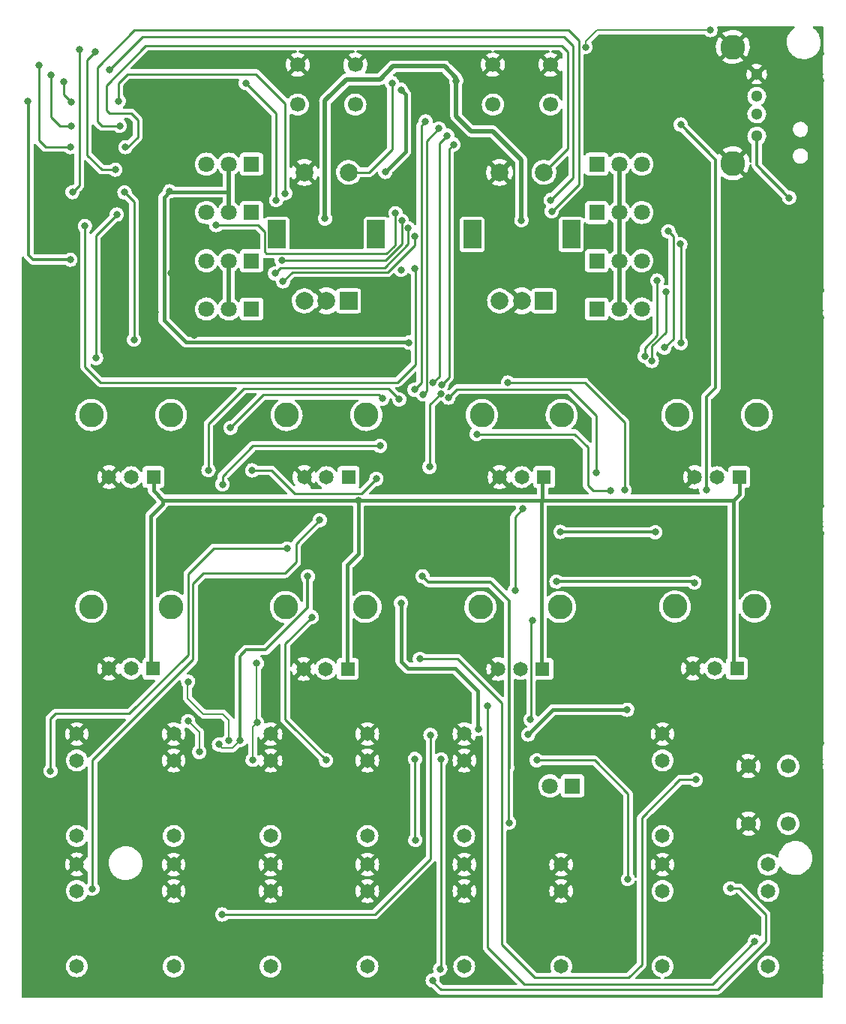
<source format=gbr>
%TF.GenerationSoftware,KiCad,Pcbnew,6.0.7-1.fc36*%
%TF.CreationDate,2022-09-03T22:34:53+00:00*%
%TF.ProjectId,fjol-top,666a6f6c-2d74-46f7-902e-6b696361645f,rev?*%
%TF.SameCoordinates,Original*%
%TF.FileFunction,Copper,L2,Bot*%
%TF.FilePolarity,Positive*%
%FSLAX46Y46*%
G04 Gerber Fmt 4.6, Leading zero omitted, Abs format (unit mm)*
G04 Created by KiCad (PCBNEW 6.0.7-1.fc36) date 2022-09-03 22:34:53*
%MOMM*%
%LPD*%
G01*
G04 APERTURE LIST*
%TA.AperFunction,ComponentPad*%
%ADD10C,1.650000*%
%TD*%
%TA.AperFunction,ComponentPad*%
%ADD11C,1.300000*%
%TD*%
%TA.AperFunction,ComponentPad*%
%ADD12C,2.800000*%
%TD*%
%TA.AperFunction,ComponentPad*%
%ADD13R,1.650000X1.650000*%
%TD*%
%TA.AperFunction,ComponentPad*%
%ADD14C,2.794000*%
%TD*%
%TA.AperFunction,ComponentPad*%
%ADD15C,1.700000*%
%TD*%
%TA.AperFunction,ComponentPad*%
%ADD16R,2.000000X2.000000*%
%TD*%
%TA.AperFunction,ComponentPad*%
%ADD17C,2.000000*%
%TD*%
%TA.AperFunction,ComponentPad*%
%ADD18R,2.000000X3.200000*%
%TD*%
%TA.AperFunction,ComponentPad*%
%ADD19R,1.800000X1.800000*%
%TD*%
%TA.AperFunction,ComponentPad*%
%ADD20C,1.800000*%
%TD*%
%TA.AperFunction,ViaPad*%
%ADD21C,0.800000*%
%TD*%
%TA.AperFunction,Conductor*%
%ADD22C,0.254000*%
%TD*%
%TA.AperFunction,Conductor*%
%ADD23C,0.250000*%
%TD*%
%TA.AperFunction,Conductor*%
%ADD24C,0.304800*%
%TD*%
%TA.AperFunction,Conductor*%
%ADD25C,0.203200*%
%TD*%
%TA.AperFunction,Conductor*%
%ADD26C,0.406400*%
%TD*%
%TA.AperFunction,Conductor*%
%ADD27C,0.508000*%
%TD*%
G04 APERTURE END LIST*
D10*
%TO.P,CV-RAT1,P$1_TIP,TIP*%
%TO.N,Net-(CV-RAT1-PadP$1_TIP)*%
X141912082Y-157358929D03*
%TO.P,CV-RAT1,P$2_SWITCH,SWITCH*%
%TO.N,GND*%
X141912082Y-148858929D03*
%TO.P,CV-RAT1,P$3_SLEEVE,SLEEVE*%
X141912082Y-145858929D03*
%TD*%
%TO.P,CV-REL1,P$1_TIP,TIP*%
%TO.N,Net-(CV-REL1-PadP$1_TIP)*%
X109100602Y-157358929D03*
%TO.P,CV-REL1,P$2_SWITCH,SWITCH*%
%TO.N,GND*%
X109100602Y-148858929D03*
%TO.P,CV-REL1,P$3_SLEEVE,SLEEVE*%
X109100602Y-145858929D03*
%TD*%
%TO.P,CV-PM1,P$1_TIP,TIP*%
%TO.N,Net-(CV-PM1-PadP$1_TIP)*%
X152849242Y-157358929D03*
%TO.P,CV-PM1,P$2_SWITCH,SWITCH*%
%TO.N,GND*%
X152849242Y-148858929D03*
%TO.P,CV-PM1,P$3_SLEEVE,SLEEVE*%
X152849242Y-145858929D03*
%TD*%
%TO.P,CV-RAT2,P$1_TIP,TIP*%
%TO.N,Net-(CV-RAT2-PadP$1_TIP)*%
X120037762Y-157358929D03*
%TO.P,CV-RAT2,P$2_SWITCH,SWITCH*%
%TO.N,GND*%
X120037762Y-148858929D03*
%TO.P,CV-RAT2,P$3_SLEEVE,SLEEVE*%
X120037762Y-145858929D03*
%TD*%
%TO.P,CV-PM2,P$1_TIP,TIP*%
%TO.N,Net-(CV-PM2-PadP$1_TIP)*%
X130974922Y-157358929D03*
%TO.P,CV-PM2,P$2_SWITCH,SWITCH*%
%TO.N,GND*%
X130974922Y-148858929D03*
%TO.P,CV-PM2,P$3_SLEEVE,SLEEVE*%
X130974922Y-145858929D03*
%TD*%
%TO.P,LEFT-OUT1,P$1_TIP,TIP*%
%TO.N,Net-(LEFT-OUT1-PadP$1_TIP)*%
X98163438Y-142626929D03*
%TO.P,LEFT-OUT1,P$2_SWITCH,SWITCH*%
%TO.N,unconnected-(LEFT-OUT1-PadP$2_SWITCH)*%
X98163438Y-134126929D03*
%TO.P,LEFT-OUT1,P$3_SLEEVE,SLEEVE*%
%TO.N,GND*%
X98163438Y-131126929D03*
%TD*%
%TO.P,GATE-OUT1,P$1_TIP,TIP*%
%TO.N,Net-(GATE-OUT1-PadP$1_TIP)*%
X164286402Y-142626929D03*
%TO.P,GATE-OUT1,P$2_SWITCH,SWITCH*%
%TO.N,unconnected-(GATE-OUT1-PadP$2_SWITCH)*%
X164286402Y-134126929D03*
%TO.P,GATE-OUT1,P$3_SLEEVE,SLEEVE*%
%TO.N,GND*%
X164286402Y-131126929D03*
%TD*%
%TO.P,RIGHT-OUT1,P$1_TIP,TIP*%
%TO.N,Net-(R55-Pad1)*%
X98163438Y-157346180D03*
%TO.P,RIGHT-OUT1,P$2_SWITCH,SWITCH*%
%TO.N,unconnected-(RIGHT-OUT1-PadP$2_SWITCH)*%
X98163438Y-148846180D03*
%TO.P,RIGHT-OUT1,P$3_SLEEVE,SLEEVE*%
%TO.N,GND*%
X98163438Y-145846180D03*
%TD*%
D11*
%TO.P,X1,1,1*%
%TO.N,5V_USB*%
X174922838Y-63652780D03*
%TO.P,X1,2,2*%
%TO.N,D-_F*%
X174922838Y-61152780D03*
%TO.P,X1,3,3*%
%TO.N,D+_F*%
X174922838Y-59152780D03*
%TO.P,X1,4,4*%
%TO.N,GND*%
X174922838Y-56652780D03*
D12*
%TO.P,X1,M1,S1*%
X172212838Y-53582780D03*
%TO.P,X1,M2,S2*%
X172212838Y-66722780D03*
%TD*%
D10*
%TO.P,CV-CTL2,P$1_TIP,TIP*%
%TO.N,Net-(CV-CTL2-PadP$1_TIP)*%
X130974922Y-142626929D03*
%TO.P,CV-CTL2,P$2_SWITCH,SWITCH*%
%TO.N,GND*%
X130974922Y-134126929D03*
%TO.P,CV-CTL2,P$3_SLEEVE,SLEEVE*%
X130974922Y-131126929D03*
%TD*%
%TO.P,cv-cutoff1,P$1_TIP,TIP*%
%TO.N,Net-(R14-Pad2)*%
X141912082Y-142626929D03*
%TO.P,cv-cutoff1,P$2_SWITCH,SWITCH*%
%TO.N,GND*%
X141912082Y-134126929D03*
%TO.P,cv-cutoff1,P$3_SLEEVE,SLEEVE*%
X141912082Y-131126929D03*
%TD*%
D13*
%TO.P,ATTACK1,1,1*%
%TO.N,-10V_F*%
X172700338Y-123732280D03*
D10*
%TO.P,ATTACK1,2,2*%
%TO.N,Net-(ATTACK1-Pad2)*%
X170200338Y-123732280D03*
%TO.P,ATTACK1,3,3*%
%TO.N,GND*%
X167700338Y-123732280D03*
D14*
%TO.P,ATTACK1,CHASSIS1*%
%TO.N,N/C*%
X174700338Y-116732280D03*
%TO.P,ATTACK1,CHASSIS2*%
X165700338Y-116732280D03*
%TD*%
D13*
%TO.P,cutoff1,1,1*%
%TO.N,-10V_F*%
X128768338Y-123795780D03*
D10*
%TO.P,cutoff1,2,2*%
%TO.N,Net-(R11-Pad2)*%
X126268338Y-123795780D03*
%TO.P,cutoff1,3,3*%
%TO.N,GND*%
X123768338Y-123795780D03*
D14*
%TO.P,cutoff1,CHASSIS1*%
%TO.N,N/C*%
X130768338Y-116795780D03*
%TO.P,cutoff1,CHASSIS2*%
X121768338Y-116795780D03*
%TD*%
D13*
%TO.P,RELEASE1,1,1*%
%TO.N,-10V_F*%
X150734338Y-123795780D03*
D10*
%TO.P,RELEASE1,2,2*%
%TO.N,Net-(R23-Pad2)*%
X148234338Y-123795780D03*
%TO.P,RELEASE1,3,3*%
%TO.N,GND*%
X145734338Y-123795780D03*
D14*
%TO.P,RELEASE1,CHASSIS1*%
%TO.N,N/C*%
X152734338Y-116795780D03*
%TO.P,RELEASE1,CHASSIS2*%
X143734338Y-116795780D03*
%TD*%
D15*
%TO.P,sw-midi1,1,A*%
%TO.N,midi_sw-F*%
X178473562Y-141246180D03*
%TO.P,sw-midi1,2,A*%
X178473562Y-134746180D03*
%TO.P,sw-midi1,3,B*%
%TO.N,GND*%
X173973562Y-141246180D03*
%TO.P,sw-midi1,4,B*%
X173973562Y-134746180D03*
%TD*%
D13*
%TO.P,CTL2,1,1*%
%TO.N,-10V_F*%
X106802338Y-123747280D03*
D10*
%TO.P,CTL2,2,2*%
%TO.N,Net-(CTL2-Pad2)*%
X104302338Y-123747280D03*
%TO.P,CTL2,3,3*%
%TO.N,GND*%
X101802338Y-123747280D03*
D14*
%TO.P,CTL2,CHASSIS1*%
%TO.N,N/C*%
X108802338Y-116747280D03*
%TO.P,CTL2,CHASSIS2*%
X99802338Y-116747280D03*
%TD*%
D10*
%TO.P,MIDI-IN1,P$1_TIP,LEFT*%
%TO.N,Net-(L8-Pad2)*%
X176223562Y-157358929D03*
%TO.P,MIDI-IN1,P$2_SWITCH,RIGHT*%
%TO.N,Net-(L9-Pad2)*%
X176223562Y-148858929D03*
%TO.P,MIDI-IN1,P$3_SLEEVE,SLEEVE*%
%TO.N,Net-(C46-Pad2)*%
X176223562Y-145858929D03*
%TD*%
%TO.P,MIDI-THRU1,P$1_TIP,LEFT*%
%TO.N,Net-(L10-Pad2)*%
X164286402Y-157358929D03*
%TO.P,MIDI-THRU1,P$2_SWITCH,RIGHT*%
%TO.N,Net-(L11-Pad2)*%
X164286402Y-148858929D03*
%TO.P,MIDI-THRU1,P$3_SLEEVE,SLEEVE*%
%TO.N,GND*%
X164286402Y-145858929D03*
%TD*%
D15*
%TO.P,sw-sel2,1,A*%
%TO.N,switch2_sw-F*%
X123103372Y-60096180D03*
%TO.P,sw-sel2,2,A*%
X129603372Y-60096180D03*
%TO.P,sw-sel2,3,B*%
%TO.N,GND*%
X123103372Y-55596180D03*
%TO.P,sw-sel2,4,B*%
X129603372Y-55596180D03*
%TD*%
D16*
%TO.P,SW3,A,A*%
%TO.N,Net-(C39-Pad2)*%
X150895905Y-82246180D03*
D17*
%TO.P,SW3,B,B*%
%TO.N,Net-(C43-Pad2)*%
X145895905Y-82246180D03*
%TO.P,SW3,C,C*%
%TO.N,GND*%
X148395905Y-82246180D03*
D18*
%TO.P,SW3,MP*%
%TO.N,N/C*%
X153995905Y-74746180D03*
X142795905Y-74746180D03*
D17*
%TO.P,SW3,S1,S1*%
%TO.N,GND*%
X145895905Y-67746180D03*
%TO.P,SW3,S2,S2*%
%TO.N,ctl1_sw_F*%
X150895905Y-67746180D03*
%TD*%
D16*
%TO.P,SW4,A,A*%
%TO.N,Net-(C51-Pad2)*%
X128853372Y-82246180D03*
D17*
%TO.P,SW4,B,B*%
%TO.N,Net-(C52-Pad2)*%
X123853372Y-82246180D03*
%TO.P,SW4,C,C*%
%TO.N,GND*%
X126353372Y-82246180D03*
D18*
%TO.P,SW4,MP*%
%TO.N,N/C*%
X120753372Y-74746180D03*
X131953372Y-74746180D03*
D17*
%TO.P,SW4,S1,S1*%
%TO.N,GND*%
X123853372Y-67746180D03*
%TO.P,SW4,S2,S2*%
%TO.N,ctl2_sw_F*%
X128853372Y-67746180D03*
%TD*%
D10*
%TO.P,CV-CTL3,P$1_TIP,TIP*%
%TO.N,Net-(CV-CTL3-PadP$1_TIP)*%
X120037762Y-142626929D03*
%TO.P,CV-CTL3,P$2_SWITCH,SWITCH*%
%TO.N,GND*%
X120037762Y-134126929D03*
%TO.P,CV-CTL3,P$3_SLEEVE,SLEEVE*%
X120037762Y-131126929D03*
%TD*%
%TO.P,CV-CTL4,P$1_TIP,TIP*%
%TO.N,Net-(CV-CTL4-PadP$1_TIP)*%
X109100602Y-142626929D03*
%TO.P,CV-CTL4,P$2_SWITCH,SWITCH*%
%TO.N,GND*%
X109100602Y-134126929D03*
%TO.P,CV-CTL4,P$3_SLEEVE,SLEEVE*%
X109100602Y-131126929D03*
%TD*%
D19*
%TO.P,D5,1,K1*%
%TO.N,Net-(D5-Pad1)*%
X156867172Y-66821180D03*
D20*
%TO.P,D5,2,A*%
%TO.N,+3.3VP_F*%
X159407172Y-66821180D03*
%TO.P,D5,3,K2*%
%TO.N,Net-(D5-Pad3)*%
X161947172Y-66821180D03*
%TD*%
D19*
%TO.P,D6,1,K1*%
%TO.N,Net-(D6-Pad1)*%
X156867172Y-72271180D03*
D20*
%TO.P,D6,2,A*%
%TO.N,+3.3VP_F*%
X159407172Y-72271180D03*
%TO.P,D6,3,K2*%
%TO.N,Net-(D6-Pad3)*%
X161947172Y-72271180D03*
%TD*%
D19*
%TO.P,D7,1,K1*%
%TO.N,Net-(D7-Pad1)*%
X156867172Y-77721180D03*
D20*
%TO.P,D7,2,A*%
%TO.N,+3.3VP_F*%
X159407172Y-77721180D03*
%TO.P,D7,3,K2*%
%TO.N,Net-(D7-Pad3)*%
X161947172Y-77721180D03*
%TD*%
D19*
%TO.P,D8,1,K1*%
%TO.N,Net-(D8-Pad1)*%
X156867172Y-83171180D03*
D20*
%TO.P,D8,2,A*%
%TO.N,+3.3VP_F*%
X159407172Y-83171180D03*
%TO.P,D8,3,K2*%
%TO.N,Net-(D8-Pad3)*%
X161947172Y-83171180D03*
%TD*%
D19*
%TO.P,D9,1,K1*%
%TO.N,Net-(D9-Pad1)*%
X117882105Y-66821180D03*
D20*
%TO.P,D9,2,A*%
%TO.N,+3.3VP_F*%
X115342105Y-66821180D03*
%TO.P,D9,3,K2*%
%TO.N,Net-(D9-Pad3)*%
X112802105Y-66821180D03*
%TD*%
D19*
%TO.P,D10,1,K1*%
%TO.N,Net-(D10-Pad1)*%
X117882105Y-72271180D03*
D20*
%TO.P,D10,2,A*%
%TO.N,+3.3VP_F*%
X115342105Y-72271180D03*
%TO.P,D10,3,K2*%
%TO.N,Net-(D10-Pad3)*%
X112802105Y-72271180D03*
%TD*%
D19*
%TO.P,D11,1,K1*%
%TO.N,Net-(D11-Pad1)*%
X117882105Y-77721180D03*
D20*
%TO.P,D11,2,A*%
%TO.N,+3.3VP_F*%
X115342105Y-77721180D03*
%TO.P,D11,3,K2*%
%TO.N,Net-(D11-Pad3)*%
X112802105Y-77721180D03*
%TD*%
D19*
%TO.P,D12,1,K1*%
%TO.N,Net-(D12-Pad1)*%
X117882105Y-83171180D03*
D20*
%TO.P,D12,2,A*%
%TO.N,+3.3VP_F*%
X115342105Y-83171180D03*
%TO.P,D12,3,K2*%
%TO.N,Net-(D12-Pad3)*%
X112802105Y-83171180D03*
%TD*%
D15*
%TO.P,sw-sel1,1,A*%
%TO.N,switch1_sw-F*%
X145145905Y-60096180D03*
%TO.P,sw-sel1,2,A*%
X151645905Y-60096180D03*
%TO.P,sw-sel1,3,B*%
%TO.N,GND*%
X145145905Y-55596180D03*
%TO.P,sw-sel1,4,B*%
X151645905Y-55596180D03*
%TD*%
D13*
%TO.P,PM2,1,1*%
%TO.N,-10V_F*%
X128853373Y-102133480D03*
D10*
%TO.P,PM2,2,2*%
%TO.N,Net-(PM2-Pad2)*%
X126353373Y-102133480D03*
%TO.P,PM2,3,3*%
%TO.N,GND*%
X123853373Y-102133480D03*
D14*
%TO.P,PM2,CHASSIS1*%
%TO.N,N/C*%
X130853373Y-95133480D03*
%TO.P,PM2,CHASSIS2*%
X121853373Y-95133480D03*
%TD*%
D13*
%TO.P,RATIO1,1,1*%
%TO.N,-10V_F*%
X150895905Y-102133480D03*
D10*
%TO.P,RATIO1,2,2*%
%TO.N,Net-(R28-Pad2)*%
X148395905Y-102133480D03*
%TO.P,RATIO1,3,3*%
%TO.N,GND*%
X145895905Y-102133480D03*
D14*
%TO.P,RATIO1,CHASSIS1*%
%TO.N,N/C*%
X152895905Y-95133480D03*
%TO.P,RATIO1,CHASSIS2*%
X143895905Y-95133480D03*
%TD*%
D13*
%TO.P,RATIO2,1,1*%
%TO.N,-10V_F*%
X106810838Y-102133480D03*
D10*
%TO.P,RATIO2,2,2*%
%TO.N,Net-(R17-Pad2)*%
X104310838Y-102133480D03*
%TO.P,RATIO2,3,3*%
%TO.N,GND*%
X101810838Y-102133480D03*
D14*
%TO.P,RATIO2,CHASSIS1*%
%TO.N,N/C*%
X108810838Y-95133480D03*
%TO.P,RATIO2,CHASSIS2*%
X99810838Y-95133480D03*
%TD*%
D13*
%TO.P,PM1,1,1*%
%TO.N,-10V_F*%
X172938438Y-102133480D03*
D10*
%TO.P,PM1,2,2*%
%TO.N,Net-(PM1-Pad2)*%
X170438438Y-102133480D03*
%TO.P,PM1,3,3*%
%TO.N,GND*%
X167938438Y-102133480D03*
D14*
%TO.P,PM1,CHASSIS1*%
%TO.N,N/C*%
X174938438Y-95133480D03*
%TO.P,PM1,CHASSIS2*%
X165938438Y-95133480D03*
%TD*%
D19*
%TO.P,D4,1,K*%
%TO.N,Net-(R5-Pad2)*%
X154124242Y-136996179D03*
D20*
%TO.P,D4,2,A*%
%TO.N,led_gate_f*%
X151584242Y-136996179D03*
%TD*%
D21*
%TO.N,GND*%
X140730000Y-54550000D03*
X106980000Y-83490000D03*
X142870000Y-58980000D03*
X142525000Y-88475000D03*
X111473638Y-79142580D03*
X138310000Y-59260000D03*
X111430000Y-86130000D03*
X141375000Y-85950000D03*
X137051438Y-128901180D03*
X142850000Y-60930000D03*
X142790000Y-55660000D03*
X113988438Y-126796180D03*
X140226438Y-131441180D03*
X115438438Y-126796180D03*
X108832038Y-79142580D03*
%TO.N,D+_F*%
X98443438Y-53844180D03*
X97681438Y-69973180D03*
%TO.N,D-_F*%
X102507438Y-67433180D03*
X100263438Y-54121180D03*
%TO.N,+12V-F*%
X167888438Y-114046180D03*
X152313438Y-113921180D03*
X169213438Y-103571180D03*
X137188438Y-113321180D03*
X146963438Y-141146180D03*
X166338438Y-62346180D03*
%TO.N,5V_USB*%
X178580438Y-70608180D03*
%TO.N,CONTROL2_CV_F*%
X110738438Y-125221180D03*
X115334438Y-131822180D03*
%TO.N,-10V_F*%
X129988438Y-104721180D03*
%TO.N,Net-(C42-Pad2)*%
X148538438Y-105696180D03*
X147638438Y-114896180D03*
%TO.N,LEFT-OUT-F*%
X95188438Y-135296180D03*
X121938438Y-110196180D03*
%TO.N,RIGHT-OUT-F*%
X125588438Y-106996180D03*
X99938438Y-148596180D03*
%TO.N,MIDI-IN-L-F*%
X138338438Y-158946180D03*
X136388438Y-143096180D03*
X171938438Y-148546180D03*
X136338438Y-133946180D03*
%TO.N,MIDI-IN-R-F*%
X144538438Y-127996180D03*
X174688438Y-154546180D03*
%TO.N,+3.3V_F*%
X92601438Y-59686180D03*
X97427438Y-77593180D03*
X134765438Y-78736180D03*
X134765438Y-58416180D03*
X132987438Y-67687180D03*
%TO.N,+3.3V_F1*%
X155593438Y-53590180D03*
X148354438Y-73148180D03*
X140988438Y-57400180D03*
X169690438Y-51685180D03*
X126184938Y-72949680D03*
%TO.N,GATE-F*%
X168038438Y-136296180D03*
X136888438Y-122646180D03*
%TO.N,RATIO1_F*%
X140113438Y-93171180D03*
X156809638Y-101642380D03*
%TO.N,RATIO2_F*%
X134563438Y-93371180D03*
X113028572Y-101356046D03*
%TO.N,RELEASE_F*%
X143313438Y-97271180D03*
X158438438Y-103646180D03*
%TO.N,ATTACK_F*%
X146838438Y-91471180D03*
X159988438Y-103596180D03*
%TO.N,PM1_F*%
X137988438Y-100971180D03*
X139242800Y-92710000D03*
%TO.N,PM2_F*%
X117960106Y-101374512D03*
X131988438Y-102321180D03*
%TO.N,+3.3VA_F*%
X114213438Y-132321180D03*
X163463438Y-108346180D03*
X124238438Y-113346180D03*
X152763438Y-108321180D03*
X116588438Y-131821180D03*
%TO.N,Net-(C32-Pad2)*%
X124688438Y-117946180D03*
X126288438Y-134096180D03*
%TO.N,Net-(C38-Pad2)*%
X138088438Y-131246180D03*
X114588438Y-151496180D03*
X149388438Y-129496180D03*
X149648338Y-118286280D03*
%TO.N,euro-5V_f*%
X134765438Y-116328180D03*
X149116438Y-131187180D03*
X160292438Y-128393180D03*
X143528438Y-130552180D03*
%TO.N,Net-(C8-Pad2)*%
X110738438Y-129671180D03*
X112000938Y-133158680D03*
%TO.N,Net-(C9-Pad2)*%
X118513438Y-129846180D03*
X118488438Y-123121180D03*
X118013438Y-134046180D03*
%TO.N,led1_g*%
X136296400Y-92252800D03*
X137538438Y-61996180D03*
%TO.N,led1_r*%
X137261600Y-92811600D03*
X139038438Y-62796180D03*
%TO.N,led2_g*%
X138379200Y-91490800D03*
X139988438Y-63596180D03*
%TO.N,led2_r*%
X139344400Y-91694000D03*
X140688438Y-64596180D03*
%TO.N,led3_g*%
X166338438Y-86996180D03*
X166288438Y-75846180D03*
%TO.N,led3_r*%
X164938438Y-74396180D03*
X164500000Y-87525000D03*
%TO.N,led4_g*%
X163075000Y-89025000D03*
X164638438Y-81246180D03*
%TO.N,led4_r*%
X162275000Y-88475000D03*
X163688438Y-79946180D03*
%TO.N,led7_g*%
X134138438Y-72346180D03*
X113888438Y-73696180D03*
%TO.N,led7_r*%
X121288438Y-77696180D03*
X134838438Y-73196180D03*
%TO.N,led8_g*%
X135588438Y-74046180D03*
X120538438Y-79146180D03*
%TO.N,led8_r*%
X121438438Y-80046180D03*
X136288438Y-74996180D03*
%TO.N,cutoff_f*%
X132663438Y-93271180D03*
X115513438Y-96571180D03*
%TO.N,MIDI-THRU-L-F*%
X150088438Y-134096180D03*
X160388438Y-147496180D03*
%TO.N,CONTROL3_F*%
X114613438Y-102946180D03*
X132388438Y-98596180D03*
%TO.N,midi_sw-F*%
X139188438Y-157646180D03*
X139288438Y-133996180D03*
%TO.N,ctl2_enc_B_F*%
X117239438Y-57654180D03*
X120668438Y-70862180D03*
X97554438Y-59813180D03*
X96665438Y-57527180D03*
%TO.N,ctl2_enc_A_F*%
X102888438Y-59686180D03*
X121684438Y-70100180D03*
%TO.N,ctl1_enc_B_F*%
X97554438Y-62480180D03*
X95268438Y-56765180D03*
X101872438Y-56130180D03*
X151656438Y-70862180D03*
%TO.N,ctl1_enc_A_F*%
X103015438Y-62480180D03*
X151783438Y-72132180D03*
%TO.N,ctl2_sw_F*%
X93871438Y-55622180D03*
X97427438Y-64893180D03*
X133749438Y-57654180D03*
%TO.N,ctl1_sw_F*%
X103650438Y-64893180D03*
%TO.N,SCL_F*%
X99078438Y-73783180D03*
X136289438Y-78609180D03*
%TO.N,unconnected-(J5-Pad9)*%
X103548838Y-69998580D03*
X104615638Y-86610180D03*
%TO.N,+3.3VP_F*%
X135675000Y-86950000D03*
X102688438Y-72496180D03*
X100338438Y-88696180D03*
X108650000Y-69875000D03*
%TD*%
D22*
%TO.N,GND*%
X141375000Y-87950000D02*
X141375000Y-85950000D01*
X141900000Y-88475000D02*
X141375000Y-87950000D01*
X142525000Y-88475000D02*
X141900000Y-88475000D01*
D23*
%TO.N,D+_F*%
X98443438Y-53844180D02*
X98443438Y-69211180D01*
X98443438Y-69211180D02*
X97681438Y-69973180D01*
%TO.N,D-_F*%
X100983438Y-67433180D02*
X102507438Y-67433180D01*
X99332438Y-65020180D02*
X99332438Y-65782180D01*
X99332438Y-65782180D02*
X100983438Y-67433180D01*
X99332438Y-55052180D02*
X99332438Y-65020180D01*
X100263438Y-54121180D02*
X99332438Y-55052180D01*
D24*
%TO.N,+12V-F*%
X169213438Y-93121180D02*
X169213438Y-103571180D01*
X144888438Y-113996180D02*
X146963438Y-116071180D01*
X170288438Y-92046180D02*
X169213438Y-93121180D01*
X146963438Y-116071180D02*
X146963438Y-134896180D01*
X137863438Y-113996180D02*
X144888438Y-113996180D01*
X167763438Y-113921180D02*
X152313438Y-113921180D01*
X170288438Y-66296180D02*
X170288438Y-92046180D01*
X146963438Y-134896180D02*
X147013438Y-134946180D01*
D23*
X146913438Y-141096180D02*
X146963438Y-141146180D01*
X146913438Y-135046180D02*
X146913438Y-141096180D01*
D24*
X137188438Y-113321180D02*
X137863438Y-113996180D01*
X167888438Y-114046180D02*
X167763438Y-113921180D01*
X166338438Y-62346180D02*
X170288438Y-66296180D01*
D23*
X147013438Y-134946180D02*
X146913438Y-135046180D01*
D24*
%TO.N,5V_USB*%
X178580438Y-70608180D02*
X174922838Y-66950580D01*
X174922838Y-66950580D02*
X174922838Y-63652780D01*
D25*
%TO.N,CONTROL2_CV_F*%
X114663438Y-128871180D02*
X112463438Y-128871180D01*
X110688438Y-125271180D02*
X110738438Y-125221180D01*
X110688438Y-127096180D02*
X110688438Y-125271180D01*
X115334438Y-129542180D02*
X114663438Y-128871180D01*
X115334438Y-131822180D02*
X115334438Y-129542180D01*
X112463438Y-128871180D02*
X110688438Y-127096180D01*
D26*
%TO.N,-10V_F*%
X150737172Y-104597446D02*
X150737172Y-102133480D01*
X150663438Y-104721180D02*
X150588438Y-104796180D01*
X172263438Y-104721180D02*
X172263438Y-123295380D01*
X107863438Y-104721180D02*
X106810838Y-103668580D01*
X106513438Y-106521180D02*
X106513438Y-123458380D01*
X129988438Y-110771180D02*
X128688438Y-112071180D01*
X172263438Y-104721180D02*
X172938438Y-104046180D01*
X129988438Y-104721180D02*
X121213438Y-104721180D01*
X106810838Y-103668580D02*
X106810838Y-102133480D01*
X107863438Y-105171180D02*
X106513438Y-106521180D01*
X129988438Y-104721180D02*
X149888438Y-104721180D01*
X149888438Y-104721180D02*
X172263438Y-104721180D01*
X128688438Y-112071180D02*
X128688438Y-123715880D01*
X150588438Y-104796180D02*
X150588438Y-123649880D01*
X172938438Y-104046180D02*
X172938438Y-102133480D01*
X121213438Y-104721180D02*
X107863438Y-104721180D01*
X107863438Y-104721180D02*
X107863438Y-105171180D01*
X150613438Y-104721180D02*
X150737172Y-104597446D01*
X172263438Y-123295380D02*
X172700338Y-123732280D01*
X128688438Y-123715880D02*
X128768338Y-123795780D01*
X106513438Y-123458380D02*
X106802338Y-123747280D01*
X150588438Y-123649880D02*
X150734338Y-123795780D01*
X129988438Y-104721180D02*
X129988438Y-110771180D01*
D23*
%TO.N,Net-(C42-Pad2)*%
X147638438Y-106596180D02*
X148538438Y-105696180D01*
X147638438Y-114896180D02*
X147638438Y-106596180D01*
%TO.N,LEFT-OUT-F*%
X95188438Y-129396180D02*
X95188438Y-135296180D01*
X113638438Y-110196180D02*
X110738438Y-113096180D01*
X104088438Y-128846180D02*
X95738438Y-128846180D01*
X95738438Y-128846180D02*
X95188438Y-129396180D01*
X121938438Y-110196180D02*
X113638438Y-110196180D01*
X110738438Y-113096180D02*
X110738438Y-122196180D01*
X110738438Y-122196180D02*
X104088438Y-128846180D01*
%TO.N,RIGHT-OUT-F*%
X121688438Y-112996180D02*
X112438438Y-112996180D01*
X111288438Y-114146180D02*
X111288438Y-122746180D01*
X111288438Y-122746180D02*
X99938438Y-134096180D01*
X112438438Y-112996180D02*
X111288438Y-114146180D01*
X125588438Y-106996180D02*
X122938438Y-109646180D01*
X122938438Y-109646180D02*
X122938438Y-111746180D01*
X99938438Y-134096180D02*
X99938438Y-148596180D01*
X122938438Y-111746180D02*
X121688438Y-112996180D01*
%TO.N,MIDI-IN-L-F*%
X172988438Y-148546180D02*
X171938438Y-148546180D01*
X138338438Y-158946180D02*
X138288438Y-158996180D01*
X175938438Y-154546180D02*
X175938438Y-151496180D01*
X136338438Y-143046180D02*
X136338438Y-133946180D01*
X139288438Y-159996180D02*
X170488438Y-159996180D01*
X138288438Y-158996180D02*
X139288438Y-159996180D01*
X170488438Y-159996180D02*
X175938438Y-154546180D01*
X175938438Y-151496180D02*
X172988438Y-148546180D01*
X136388438Y-143096180D02*
X136338438Y-143046180D01*
%TO.N,MIDI-IN-R-F*%
X144538438Y-127996180D02*
X144538438Y-155196180D01*
X144538438Y-155196180D02*
X148688438Y-159346180D01*
X148688438Y-159346180D02*
X169888438Y-159346180D01*
X169888438Y-159346180D02*
X174688438Y-154546180D01*
D26*
%TO.N,+3.3V_F*%
X135273438Y-65401180D02*
X135273438Y-58924180D01*
X134765438Y-58416180D02*
X135273438Y-58924180D01*
X132987438Y-67687180D02*
X135273438Y-65401180D01*
D24*
X93236438Y-77593180D02*
X97427438Y-77593180D01*
X92601438Y-59686180D02*
X92728438Y-59813180D01*
X92728438Y-77085180D02*
X93236438Y-77593180D01*
X92728438Y-59813180D02*
X92728438Y-77085180D01*
D27*
%TO.N,+3.3V_F1*%
X140988438Y-57400180D02*
X140988438Y-57078438D01*
D25*
X155593438Y-53590180D02*
X155593438Y-52955180D01*
D27*
X126184938Y-59675062D02*
X126184938Y-72949680D01*
X140988438Y-61378438D02*
X142698258Y-63088258D01*
X139680000Y-55770000D02*
X133860000Y-55770000D01*
D25*
X155593438Y-52955180D02*
X156863438Y-51685180D01*
D27*
X140988438Y-57400180D02*
X140988438Y-61378438D01*
X133860000Y-55770000D02*
X132390000Y-57240000D01*
X148354438Y-66354438D02*
X148354438Y-73148180D01*
X132390000Y-57240000D02*
X128620000Y-57240000D01*
X142698258Y-63088258D02*
X145088258Y-63088258D01*
X128620000Y-57240000D02*
X126184938Y-59675062D01*
X145088258Y-63088258D02*
X148354438Y-66354438D01*
D25*
X156863438Y-51685180D02*
X169690438Y-51685180D01*
D27*
X140988438Y-57078438D02*
X139680000Y-55770000D01*
D23*
%TO.N,GATE-F*%
X160488438Y-158596180D02*
X161938438Y-157146180D01*
X141138438Y-122646180D02*
X146138438Y-127646180D01*
X161938438Y-140596180D02*
X166238438Y-136296180D01*
X149838438Y-158596180D02*
X160488438Y-158596180D01*
X161938438Y-157146180D02*
X161938438Y-140596180D01*
X146138438Y-154896180D02*
X149838438Y-158596180D01*
X146138438Y-127646180D02*
X146138438Y-154896180D01*
X166238438Y-136296180D02*
X168038438Y-136296180D01*
X136888438Y-122646180D02*
X141138438Y-122646180D01*
%TO.N,RATIO1_F*%
X141088438Y-92196180D02*
X140113438Y-93171180D01*
X153813438Y-92196180D02*
X141088438Y-92196180D01*
X156809638Y-101642380D02*
X156809638Y-95192380D01*
X156809638Y-95192380D02*
X153813438Y-92196180D01*
%TO.N,RATIO2_F*%
X117013438Y-92146180D02*
X133338438Y-92146180D01*
X113028572Y-96131046D02*
X117013438Y-92146180D01*
X133338438Y-92146180D02*
X134563438Y-93371180D01*
X113028572Y-101356046D02*
X113028572Y-96131046D01*
%TO.N,RELEASE_F*%
X154363438Y-97271180D02*
X143313438Y-97271180D01*
X155838438Y-103046180D02*
X155838438Y-98746180D01*
X155838438Y-98746180D02*
X154363438Y-97271180D01*
X158438438Y-103646180D02*
X156438438Y-103646180D01*
X156438438Y-103646180D02*
X155838438Y-103046180D01*
%TO.N,ATTACK_F*%
X155513438Y-91471180D02*
X146838438Y-91471180D01*
X159988438Y-103596180D02*
X159988438Y-95946180D01*
X159988438Y-95946180D02*
X155513438Y-91471180D01*
%TO.N,PM1_F*%
X139242800Y-92710000D02*
X138038438Y-93914362D01*
X138038438Y-93914362D02*
X138038438Y-100921180D01*
X138038438Y-100921180D02*
X137988438Y-100971180D01*
%TO.N,PM2_F*%
X130313438Y-103996180D02*
X131988438Y-102321180D01*
X117960106Y-101374512D02*
X120116770Y-101374512D01*
X120116770Y-101374512D02*
X122738438Y-103996180D01*
X122738438Y-103996180D02*
X130313438Y-103996180D01*
D24*
%TO.N,+3.3VA_F*%
X124238438Y-116896180D02*
X119488438Y-121646180D01*
X163463438Y-108346180D02*
X152788438Y-108346180D01*
D25*
X115738438Y-132671180D02*
X116588438Y-131821180D01*
D24*
X117288438Y-121646180D02*
X116588438Y-122346180D01*
D25*
X114563438Y-132671180D02*
X115738438Y-132671180D01*
D24*
X119488438Y-121646180D02*
X117288438Y-121646180D01*
X124238438Y-113346180D02*
X124238438Y-116896180D01*
X116588438Y-122346180D02*
X116588438Y-131821180D01*
D25*
X114213438Y-132321180D02*
X114563438Y-132671180D01*
D24*
X152788438Y-108346180D02*
X152763438Y-108321180D01*
D23*
%TO.N,Net-(C32-Pad2)*%
X122338438Y-130146180D02*
X121688438Y-129496180D01*
X121688438Y-120946180D02*
X124688438Y-117946180D01*
X126288438Y-134096180D02*
X122338438Y-130146180D01*
X121688438Y-129496180D02*
X121688438Y-120946180D01*
%TO.N,Net-(C38-Pad2)*%
X138088438Y-145196180D02*
X131788438Y-151496180D01*
X138088438Y-131246180D02*
X138088438Y-145196180D01*
X149438438Y-118496180D02*
X149648338Y-118286280D01*
X149438438Y-129446180D02*
X149438438Y-118496180D01*
X149388438Y-129496180D02*
X149438438Y-129446180D01*
X131788438Y-151496180D02*
X114588438Y-151496180D01*
D26*
%TO.N,euro-5V_f*%
X135527438Y-123694180D02*
X134765438Y-122932180D01*
X151910438Y-128393180D02*
X149116438Y-131187180D01*
X140861438Y-123694180D02*
X135527438Y-123694180D01*
X134765438Y-122932180D02*
X134765438Y-116328180D01*
X143528438Y-130552180D02*
X143401438Y-130425180D01*
X143401438Y-130425180D02*
X143401438Y-126234180D01*
X143401438Y-126234180D02*
X140861438Y-123694180D01*
X152164438Y-128393180D02*
X151910438Y-128393180D01*
X160292438Y-128393180D02*
X152164438Y-128393180D01*
D25*
%TO.N,Net-(C8-Pad2)*%
X110738438Y-129671180D02*
X112000938Y-130933680D01*
X112000938Y-130933680D02*
X112000938Y-133158680D01*
%TO.N,Net-(C9-Pad2)*%
X118013438Y-130346180D02*
X118513438Y-129846180D01*
X118013438Y-134046180D02*
X118013438Y-130346180D01*
X118488438Y-129821180D02*
X118513438Y-129846180D01*
X118488438Y-123121180D02*
X118488438Y-129821180D01*
D23*
%TO.N,led1_g*%
X136296400Y-92252800D02*
X137038438Y-91510762D01*
X137038438Y-91510762D02*
X137038438Y-62496180D01*
X137038438Y-62496180D02*
X137538438Y-61996180D01*
%TO.N,led1_r*%
X137635638Y-92437562D02*
X137635638Y-64198980D01*
X137635638Y-64198980D02*
X139038438Y-62796180D01*
X137261600Y-92811600D02*
X137635638Y-92437562D01*
%TO.N,led2_g*%
X139088438Y-90781562D02*
X139088438Y-64496180D01*
X139088438Y-64496180D02*
X139988438Y-63596180D01*
X138379200Y-91490800D02*
X139088438Y-90781562D01*
%TO.N,led2_r*%
X140188438Y-90849962D02*
X140188438Y-65096180D01*
X139344400Y-91694000D02*
X140188438Y-90849962D01*
X140188438Y-65096180D02*
X140688438Y-64596180D01*
%TO.N,led3_g*%
X166338438Y-75896180D02*
X166338438Y-86446180D01*
X166338438Y-86446180D02*
X166338438Y-86996180D01*
X166288438Y-75846180D02*
X166338438Y-75896180D01*
%TO.N,led3_r*%
X164500000Y-87525000D02*
X165488438Y-86536562D01*
X165488438Y-74946180D02*
X164938438Y-74396180D01*
X165488438Y-86536562D02*
X165488438Y-74946180D01*
%TO.N,led4_g*%
X164638438Y-85761562D02*
X164638438Y-81246180D01*
X163075000Y-87325000D02*
X164638438Y-85761562D01*
X163075000Y-89025000D02*
X163075000Y-87325000D01*
%TO.N,led4_r*%
X163688438Y-86142482D02*
X163688438Y-79946180D01*
X162275000Y-87555920D02*
X163688438Y-86142482D01*
X162275000Y-88475000D02*
X162275000Y-87555920D01*
%TO.N,led7_g*%
X119388438Y-76696180D02*
X119488438Y-76796180D01*
X117838438Y-73696180D02*
X118638438Y-73696180D01*
X134138438Y-75896180D02*
X134138438Y-72346180D01*
X119588438Y-76896180D02*
X133138438Y-76896180D01*
X119388438Y-74446180D02*
X119388438Y-76696180D01*
X118638438Y-73696180D02*
X119388438Y-74446180D01*
X133988438Y-76046180D02*
X134138438Y-75896180D01*
X113888438Y-73696180D02*
X117838438Y-73696180D01*
X133138438Y-76896180D02*
X133988438Y-76046180D01*
X119488438Y-76796180D02*
X119588438Y-76896180D01*
%TO.N,led7_r*%
X121288438Y-77696180D02*
X132988438Y-77696180D01*
X134838438Y-75846180D02*
X134838438Y-73196180D01*
X132988438Y-77696180D02*
X134838438Y-75846180D01*
%TO.N,led8_g*%
X132952438Y-78482180D02*
X135588438Y-75846180D01*
X135588438Y-75846180D02*
X135588438Y-74046180D01*
X120538438Y-79146180D02*
X121202438Y-78482180D01*
X121202438Y-78482180D02*
X132952438Y-78482180D01*
%TO.N,led8_r*%
X122494438Y-78990180D02*
X133294438Y-78990180D01*
X121438438Y-80046180D02*
X122494438Y-78990180D01*
X136288438Y-75996180D02*
X136288438Y-74996180D01*
X133294438Y-78990180D02*
X136288438Y-75996180D01*
%TO.N,cutoff_f*%
X119238438Y-92846180D02*
X115513438Y-96571180D01*
X132238438Y-92846180D02*
X119238438Y-92846180D01*
X132663438Y-93271180D02*
X132238438Y-92846180D01*
%TO.N,MIDI-THRU-L-F*%
X160388438Y-137888438D02*
X160388438Y-147496180D01*
X150088438Y-134096180D02*
X156596180Y-134096180D01*
X156596180Y-134096180D02*
X160388438Y-137888438D01*
%TO.N,CONTROL3_F*%
X114613438Y-102046180D02*
X118063438Y-98596180D01*
X118063438Y-98596180D02*
X132388438Y-98596180D01*
X114613438Y-102946180D02*
X114613438Y-102046180D01*
%TO.N,midi_sw-F*%
X139288438Y-157546180D02*
X139288438Y-133996180D01*
X139188438Y-157646180D02*
X139288438Y-157546180D01*
D22*
%TO.N,ctl2_enc_B_F*%
X120668438Y-70862180D02*
X120668438Y-61083180D01*
X96665438Y-58924180D02*
X97554438Y-59813180D01*
X120668438Y-61083180D02*
X117239438Y-57654180D01*
X96665438Y-57527180D02*
X96665438Y-58924180D01*
%TO.N,ctl2_enc_A_F*%
X121684438Y-70100180D02*
X121684438Y-59940180D01*
X118382438Y-56638180D02*
X103904438Y-56638180D01*
X103904438Y-56638180D02*
X102888438Y-57654180D01*
X102888438Y-57654180D02*
X102888438Y-59686180D01*
X121684438Y-59940180D02*
X118382438Y-56638180D01*
%TO.N,ctl1_enc_B_F*%
X96284438Y-62480180D02*
X95268438Y-61464180D01*
X97554438Y-62480180D02*
X96284438Y-62480180D01*
X154196438Y-53463180D02*
X153180438Y-52447180D01*
X151656438Y-70862180D02*
X154196438Y-68322180D01*
X153180438Y-52447180D02*
X105555438Y-52447180D01*
X95268438Y-61464180D02*
X95268438Y-56765180D01*
X154196438Y-68322180D02*
X154196438Y-53463180D01*
X105555438Y-52447180D02*
X101872438Y-56130180D01*
%TO.N,ctl1_enc_A_F*%
X153053438Y-70862180D02*
X154831438Y-69084180D01*
X100983438Y-62480180D02*
X103015438Y-62480180D01*
X154831438Y-52828180D02*
X153688438Y-51685180D01*
X100475438Y-61972180D02*
X100983438Y-62480180D01*
X153688438Y-51685180D02*
X104666438Y-51685180D01*
X151783438Y-72132180D02*
X153053438Y-70862180D01*
X100475438Y-55876180D02*
X100475438Y-61972180D01*
X104666438Y-51685180D02*
X100475438Y-55876180D01*
X154831438Y-69084180D02*
X154831438Y-52828180D01*
%TO.N,ctl2_sw_F*%
X93871438Y-64131180D02*
X94633438Y-64893180D01*
X93871438Y-55622180D02*
X93871438Y-64131180D01*
X131150438Y-67746180D02*
X128853372Y-67746180D01*
X133749438Y-57654180D02*
X133749438Y-65147180D01*
X94633438Y-64893180D02*
X97427438Y-64893180D01*
X133749438Y-65147180D02*
X131150438Y-67746180D01*
%TO.N,ctl1_sw_F*%
X150895905Y-67746180D02*
X153561438Y-65080647D01*
X105047438Y-61845180D02*
X105047438Y-63750180D01*
X153561438Y-54098180D02*
X152926438Y-53463180D01*
X105936438Y-53463180D02*
X101491438Y-57908180D01*
X101491438Y-60702180D02*
X101872438Y-61083180D01*
X105047438Y-63750180D02*
X103904438Y-64893180D01*
X104285438Y-61083180D02*
X105047438Y-61845180D01*
X101872438Y-61083180D02*
X104285438Y-61083180D01*
X101491438Y-57908180D02*
X101491438Y-60702180D01*
X153561438Y-65080647D02*
X153561438Y-54098180D01*
X152926438Y-53463180D02*
X105936438Y-53463180D01*
X103904438Y-64893180D02*
X103650438Y-64893180D01*
%TO.N,SCL_F*%
X99078438Y-89658180D02*
X99078438Y-73783180D01*
X100856438Y-91436180D02*
X99078438Y-89658180D01*
X136400000Y-78719742D02*
X136400000Y-89400000D01*
X136289438Y-78609180D02*
X136400000Y-78719742D01*
X134363820Y-91436180D02*
X100856438Y-91436180D01*
X136400000Y-89400000D02*
X134363820Y-91436180D01*
D23*
%TO.N,unconnected-(J5-Pad9)*%
X104615638Y-71065380D02*
X103548838Y-69998580D01*
X104615638Y-86610180D02*
X104615638Y-71065380D01*
D26*
%TO.N,+3.3VP_F*%
X115342105Y-69942105D02*
X108717105Y-69942105D01*
D27*
X159407172Y-72271180D02*
X159407172Y-70717172D01*
X115342105Y-72271180D02*
X115342105Y-69942105D01*
X159407172Y-77721180D02*
X159407172Y-72271180D01*
D26*
X110460600Y-86885600D02*
X108000000Y-84425000D01*
X108000000Y-84425000D02*
X108000000Y-70525000D01*
D27*
X115342105Y-83171180D02*
X115342105Y-77721180D01*
D23*
X100338438Y-74846180D02*
X102688438Y-72496180D01*
D26*
X108000000Y-70525000D02*
X108650000Y-69875000D01*
X135675000Y-86950000D02*
X135610600Y-86885600D01*
X108717105Y-69942105D02*
X108650000Y-69875000D01*
D27*
X159407172Y-83171180D02*
X159407172Y-77721180D01*
D23*
X100338438Y-88696180D02*
X100338438Y-74846180D01*
D27*
X159407172Y-70717172D02*
X159407172Y-66821180D01*
X115342105Y-69942105D02*
X115342105Y-66821180D01*
D26*
X135610600Y-86885600D02*
X110460600Y-86885600D01*
%TD*%
%TA.AperFunction,Conductor*%
%TO.N,GND*%
G36*
X179167487Y-51262031D02*
G01*
X179213980Y-51315687D01*
X179224084Y-51385961D01*
X179194590Y-51450541D01*
X179172624Y-51470544D01*
X179014229Y-51583735D01*
X178818833Y-51770134D01*
X178816077Y-51773630D01*
X178816076Y-51773631D01*
X178732106Y-51880146D01*
X178651649Y-51982205D01*
X178608585Y-52056346D01*
X178518249Y-52211870D01*
X178518246Y-52211876D01*
X178516015Y-52215717D01*
X178514345Y-52219840D01*
X178416309Y-52461878D01*
X178416306Y-52461886D01*
X178414636Y-52466010D01*
X178349535Y-52728091D01*
X178322010Y-52996730D01*
X178322185Y-53001182D01*
X178323245Y-53028166D01*
X178331945Y-53249580D01*
X178332612Y-53266567D01*
X178381129Y-53532218D01*
X178466592Y-53788383D01*
X178468584Y-53792370D01*
X178468585Y-53792372D01*
X178584896Y-54025147D01*
X178587296Y-54029951D01*
X178740834Y-54252101D01*
X178743850Y-54255363D01*
X178743855Y-54255370D01*
X178920275Y-54446219D01*
X178924141Y-54450401D01*
X179006891Y-54517770D01*
X179130098Y-54618077D01*
X179130103Y-54618080D01*
X179133560Y-54620895D01*
X179364912Y-54760180D01*
X179388103Y-54770000D01*
X179609479Y-54863742D01*
X179609484Y-54863744D01*
X179613582Y-54865479D01*
X179617879Y-54866618D01*
X179617884Y-54866620D01*
X179729195Y-54896133D01*
X179874608Y-54934688D01*
X180142781Y-54966429D01*
X180412752Y-54960066D01*
X180417146Y-54959335D01*
X180417153Y-54959334D01*
X180674730Y-54916462D01*
X180674734Y-54916461D01*
X180679132Y-54915729D01*
X180895259Y-54847377D01*
X180932362Y-54835643D01*
X180932364Y-54835642D01*
X180936608Y-54834300D01*
X180940619Y-54832374D01*
X180940624Y-54832372D01*
X181176023Y-54719335D01*
X181176024Y-54719334D01*
X181180042Y-54717405D01*
X181328696Y-54618077D01*
X181400868Y-54569853D01*
X181400871Y-54569850D01*
X181404576Y-54567375D01*
X181407893Y-54564404D01*
X181407897Y-54564401D01*
X181602413Y-54390178D01*
X181602414Y-54390177D01*
X181605731Y-54387206D01*
X181779493Y-54180491D01*
X181804115Y-54141012D01*
X181876375Y-54025147D01*
X181922396Y-53951355D01*
X181924239Y-53947188D01*
X182002429Y-53770324D01*
X182031587Y-53704369D01*
X182104888Y-53444463D01*
X182111514Y-53395133D01*
X182140410Y-53180002D01*
X182140410Y-53179997D01*
X182140837Y-53176821D01*
X182142800Y-53114354D01*
X182144508Y-53060002D01*
X182144508Y-53059997D01*
X182144609Y-53056780D01*
X182125537Y-52787409D01*
X182068700Y-52523413D01*
X182061568Y-52504079D01*
X181976773Y-52274236D01*
X181975232Y-52270059D01*
X181922562Y-52172444D01*
X181849113Y-52036318D01*
X181849113Y-52036317D01*
X181847000Y-52032402D01*
X181744553Y-51893700D01*
X181689209Y-51818770D01*
X181689207Y-51818767D01*
X181686560Y-51815184D01*
X181497115Y-51622739D01*
X181446008Y-51583735D01*
X181294609Y-51468192D01*
X181252592Y-51410964D01*
X181248184Y-51340104D01*
X181282786Y-51278111D01*
X181345411Y-51244665D01*
X181371051Y-51242029D01*
X182347100Y-51242029D01*
X182415221Y-51262031D01*
X182461714Y-51315687D01*
X182473100Y-51368029D01*
X182473100Y-53783363D01*
X182471914Y-53800607D01*
X182469465Y-53818330D01*
X182469465Y-53818338D01*
X182468109Y-53828155D01*
X182469853Y-53837913D01*
X182469875Y-53839003D01*
X182470661Y-53844699D01*
X182490632Y-54049402D01*
X182491846Y-54054112D01*
X182491849Y-54054128D01*
X182545505Y-54262376D01*
X182543132Y-54333332D01*
X182523453Y-54370516D01*
X182513265Y-54383793D01*
X182460959Y-54451959D01*
X182451189Y-54464691D01*
X182390188Y-54611960D01*
X182369382Y-54770000D01*
X182390188Y-54928040D01*
X182393348Y-54935668D01*
X182393349Y-54935673D01*
X182413072Y-54983289D01*
X182420661Y-55053879D01*
X182413072Y-55079723D01*
X182393349Y-55127339D01*
X182393348Y-55127344D01*
X182390188Y-55134972D01*
X182389110Y-55143160D01*
X182385754Y-55168651D01*
X182369382Y-55293012D01*
X182390188Y-55451052D01*
X182412449Y-55504796D01*
X182420038Y-55575383D01*
X182412451Y-55601224D01*
X182390188Y-55654972D01*
X182369382Y-55813012D01*
X182390188Y-55971052D01*
X182412449Y-56024796D01*
X182420038Y-56095383D01*
X182412451Y-56121224D01*
X182390188Y-56174972D01*
X182389110Y-56183160D01*
X182384922Y-56214974D01*
X182369382Y-56333012D01*
X182370460Y-56341200D01*
X182387128Y-56467805D01*
X182390188Y-56491052D01*
X182418374Y-56559098D01*
X182420733Y-56564793D01*
X182428322Y-56635383D01*
X182420733Y-56661230D01*
X182390188Y-56734972D01*
X182389111Y-56743156D01*
X182389110Y-56743158D01*
X182382919Y-56790185D01*
X182369382Y-56893012D01*
X182390188Y-57051052D01*
X182451189Y-57198321D01*
X182499054Y-57260700D01*
X182516860Y-57283905D01*
X182542461Y-57350125D01*
X182538085Y-57395101D01*
X182529069Y-57426777D01*
X182500711Y-57526410D01*
X182495448Y-57544899D01*
X182494860Y-57549969D01*
X182494860Y-57549971D01*
X182470649Y-57758878D01*
X182469298Y-57770531D01*
X182468272Y-57775823D01*
X182472159Y-57807356D01*
X182473104Y-57822739D01*
X182476027Y-80502873D01*
X182476028Y-80513834D01*
X182474843Y-80531084D01*
X182471042Y-80558609D01*
X182472787Y-80568369D01*
X182472814Y-80569733D01*
X182473451Y-80574348D01*
X182493507Y-80779856D01*
X182494723Y-80784576D01*
X182494724Y-80784580D01*
X182548396Y-80992862D01*
X182546025Y-81063820D01*
X182526344Y-81101008D01*
X182454122Y-81195129D01*
X182393121Y-81342398D01*
X182372315Y-81500438D01*
X182393121Y-81658478D01*
X182396281Y-81666106D01*
X182396282Y-81666111D01*
X182416005Y-81713727D01*
X182423594Y-81784317D01*
X182416005Y-81810161D01*
X182396282Y-81857777D01*
X182396281Y-81857782D01*
X182393121Y-81865410D01*
X182372315Y-82023450D01*
X182393121Y-82181490D01*
X182415382Y-82235234D01*
X182422971Y-82305821D01*
X182415384Y-82331662D01*
X182393121Y-82385410D01*
X182372315Y-82543450D01*
X182393121Y-82701490D01*
X182415382Y-82755234D01*
X182422971Y-82825821D01*
X182415384Y-82851662D01*
X182393121Y-82905410D01*
X182372315Y-83063450D01*
X182373393Y-83071638D01*
X182386498Y-83171180D01*
X182393121Y-83221490D01*
X182423666Y-83295231D01*
X182431255Y-83365821D01*
X182423666Y-83391668D01*
X182393121Y-83465410D01*
X182392044Y-83473594D01*
X182392043Y-83473596D01*
X182380593Y-83560572D01*
X182372315Y-83623450D01*
X182393121Y-83781490D01*
X182454122Y-83928759D01*
X182490300Y-83975907D01*
X182519806Y-84014360D01*
X182545407Y-84080580D01*
X182541029Y-84125564D01*
X182517221Y-84209193D01*
X182498393Y-84275327D01*
X182497805Y-84280398D01*
X182497804Y-84280403D01*
X182473240Y-84492247D01*
X182473240Y-84492254D01*
X182472232Y-84500945D01*
X182471206Y-84506236D01*
X182472715Y-84518482D01*
X182475083Y-84537700D01*
X182476029Y-84553125D01*
X182475001Y-91692979D01*
X182473104Y-104874675D01*
X182472003Y-104891277D01*
X182469461Y-104910376D01*
X182469461Y-104910381D01*
X182468154Y-104920203D01*
X182469280Y-104926327D01*
X182470031Y-104933381D01*
X182470031Y-104933388D01*
X182480876Y-105035275D01*
X182493323Y-105152217D01*
X182494683Y-105157157D01*
X182541023Y-105325524D01*
X182539815Y-105396510D01*
X182519502Y-105435664D01*
X182451189Y-105524691D01*
X182390188Y-105671960D01*
X182369382Y-105830000D01*
X182390188Y-105988040D01*
X182393348Y-105995668D01*
X182393349Y-105995673D01*
X182413072Y-106043289D01*
X182420661Y-106113879D01*
X182413072Y-106139723D01*
X182393349Y-106187339D01*
X182393348Y-106187344D01*
X182390188Y-106194972D01*
X182369382Y-106353012D01*
X182370460Y-106361200D01*
X182387341Y-106489423D01*
X182390188Y-106511052D01*
X182412449Y-106564796D01*
X182420038Y-106635383D01*
X182412451Y-106661224D01*
X182390188Y-106714972D01*
X182369382Y-106873012D01*
X182390188Y-107031052D01*
X182412449Y-107084796D01*
X182420038Y-107155383D01*
X182412451Y-107181224D01*
X182390188Y-107234972D01*
X182369382Y-107393012D01*
X182370460Y-107401200D01*
X182388066Y-107534930D01*
X182390188Y-107551052D01*
X182406882Y-107591354D01*
X182420733Y-107624793D01*
X182428322Y-107695383D01*
X182420733Y-107721230D01*
X182390188Y-107794972D01*
X182389111Y-107803156D01*
X182389110Y-107803158D01*
X182383685Y-107844367D01*
X182369382Y-107953012D01*
X182390188Y-108111052D01*
X182393348Y-108118681D01*
X182398137Y-108130243D01*
X182451189Y-108258321D01*
X182496105Y-108316856D01*
X182513479Y-108339498D01*
X182539079Y-108405719D01*
X182535850Y-108446375D01*
X182503154Y-108578938D01*
X182487914Y-108640729D01*
X182487492Y-108645610D01*
X182487492Y-108645611D01*
X182469806Y-108850273D01*
X182469695Y-108851148D01*
X182469691Y-108851599D01*
X182469376Y-108855247D01*
X182468043Y-108863232D01*
X182469512Y-108873039D01*
X182471710Y-108887714D01*
X182473100Y-108906379D01*
X182473100Y-131700066D01*
X182472123Y-131715724D01*
X182468245Y-131746688D01*
X182469516Y-131753310D01*
X182495255Y-131978561D01*
X182496652Y-131983488D01*
X182496653Y-131983491D01*
X182502812Y-132005206D01*
X182507592Y-132039997D01*
X182506894Y-132253993D01*
X182486670Y-132322048D01*
X182480857Y-132330286D01*
X182459152Y-132358573D01*
X182459150Y-132358576D01*
X182454122Y-132365129D01*
X182393121Y-132512398D01*
X182372315Y-132670438D01*
X182373393Y-132678626D01*
X182390516Y-132808687D01*
X182393121Y-132828478D01*
X182396281Y-132836106D01*
X182396282Y-132836111D01*
X182416005Y-132883727D01*
X182423594Y-132954317D01*
X182416005Y-132980161D01*
X182396282Y-133027777D01*
X182396281Y-133027782D01*
X182393121Y-133035410D01*
X182372315Y-133193450D01*
X182373393Y-133201638D01*
X182391825Y-133341642D01*
X182393121Y-133351490D01*
X182415382Y-133405234D01*
X182422971Y-133475821D01*
X182415384Y-133501662D01*
X182393121Y-133555410D01*
X182392043Y-133563598D01*
X182384194Y-133623218D01*
X182372315Y-133713450D01*
X182393121Y-133871490D01*
X182415382Y-133925234D01*
X182422971Y-133995821D01*
X182415384Y-134021662D01*
X182393121Y-134075410D01*
X182392043Y-134083598D01*
X182386189Y-134128061D01*
X182372315Y-134233450D01*
X182373393Y-134241638D01*
X182391842Y-134381772D01*
X182393121Y-134391490D01*
X182421813Y-134460758D01*
X182423666Y-134465231D01*
X182431255Y-134535821D01*
X182423666Y-134561668D01*
X182393121Y-134635410D01*
X182392044Y-134643594D01*
X182392043Y-134643596D01*
X182385069Y-134696571D01*
X182372315Y-134793450D01*
X182373393Y-134801638D01*
X182384327Y-134884688D01*
X182393121Y-134951490D01*
X182454122Y-135098759D01*
X182471251Y-135121082D01*
X182496852Y-135187299D01*
X182497287Y-135198183D01*
X182496488Y-135443268D01*
X182496449Y-135455219D01*
X182495611Y-135469321D01*
X182473240Y-135662247D01*
X182473240Y-135662254D01*
X182472232Y-135670945D01*
X182471206Y-135676236D01*
X182475082Y-135707693D01*
X182476028Y-135723117D01*
X182475074Y-142001276D01*
X182475073Y-142006428D01*
X182430544Y-155653645D01*
X182420955Y-155701449D01*
X182410188Y-155727442D01*
X182389382Y-155885482D01*
X182410188Y-156043522D01*
X182413350Y-156051155D01*
X182419449Y-156065880D01*
X182429040Y-156114510D01*
X182428824Y-156180808D01*
X182419233Y-156228617D01*
X182410188Y-156250454D01*
X182409111Y-156258638D01*
X182409110Y-156258640D01*
X182405245Y-156287997D01*
X182389382Y-156408494D01*
X182410188Y-156566534D01*
X182413348Y-156574162D01*
X182413349Y-156574167D01*
X182417757Y-156584809D01*
X182427346Y-156633435D01*
X182427113Y-156704939D01*
X182417524Y-156752743D01*
X182410188Y-156770454D01*
X182389382Y-156928494D01*
X182410188Y-157086534D01*
X182413348Y-157094164D01*
X182413350Y-157094170D01*
X182416074Y-157100747D01*
X182425663Y-157149372D01*
X182425403Y-157229067D01*
X182415814Y-157276871D01*
X182410188Y-157290454D01*
X182389382Y-157448494D01*
X182395403Y-157494227D01*
X182405861Y-157573663D01*
X182410188Y-157606534D01*
X182413347Y-157614161D01*
X182413348Y-157614164D01*
X182414389Y-157616676D01*
X182415414Y-157621873D01*
X182415486Y-157622142D01*
X182415468Y-157622147D01*
X182423980Y-157665307D01*
X182423584Y-157786855D01*
X182423562Y-157793512D01*
X182415281Y-157834791D01*
X182415486Y-157834846D01*
X182414629Y-157838046D01*
X182413972Y-157841318D01*
X182410188Y-157850454D01*
X182389382Y-158008494D01*
X182390460Y-158016682D01*
X182408422Y-158153116D01*
X182410188Y-158166534D01*
X182413346Y-158174159D01*
X182415485Y-158182141D01*
X182414565Y-158182388D01*
X182422167Y-158220930D01*
X182414629Y-160531384D01*
X182413848Y-160770603D01*
X182393624Y-160838658D01*
X182339817Y-160884976D01*
X182287861Y-160896192D01*
X154169740Y-160898979D01*
X92099909Y-160905129D01*
X92031790Y-160885135D01*
X91985292Y-160831484D01*
X91973900Y-160779130D01*
X91973900Y-157346180D01*
X96926832Y-157346180D01*
X96945619Y-157560914D01*
X96947043Y-157566228D01*
X96947043Y-157566229D01*
X96973591Y-157665307D01*
X97001408Y-157769124D01*
X97003730Y-157774104D01*
X97003731Y-157774106D01*
X97090180Y-157959496D01*
X97090183Y-157959501D01*
X97092506Y-157964483D01*
X97095662Y-157968990D01*
X97095663Y-157968992D01*
X97188537Y-158101629D01*
X97216143Y-158141055D01*
X97368563Y-158293475D01*
X97373071Y-158296632D01*
X97373074Y-158296634D01*
X97495068Y-158382055D01*
X97545135Y-158417112D01*
X97550117Y-158419435D01*
X97550122Y-158419438D01*
X97735512Y-158505887D01*
X97740494Y-158508210D01*
X97745802Y-158509632D01*
X97745804Y-158509633D01*
X97905796Y-158552502D01*
X97948704Y-158563999D01*
X98163438Y-158582786D01*
X98378172Y-158563999D01*
X98421080Y-158552502D01*
X98581072Y-158509633D01*
X98581074Y-158509632D01*
X98586382Y-158508210D01*
X98591364Y-158505887D01*
X98776754Y-158419438D01*
X98776759Y-158419435D01*
X98781741Y-158417112D01*
X98831808Y-158382055D01*
X98953802Y-158296634D01*
X98953805Y-158296632D01*
X98958313Y-158293475D01*
X99110733Y-158141055D01*
X99138340Y-158101629D01*
X99231213Y-157968992D01*
X99231214Y-157968990D01*
X99234370Y-157964483D01*
X99236693Y-157959501D01*
X99236696Y-157959496D01*
X99323145Y-157774106D01*
X99323146Y-157774104D01*
X99325468Y-157769124D01*
X99353286Y-157665307D01*
X99379833Y-157566229D01*
X99379833Y-157566228D01*
X99381257Y-157560914D01*
X99398929Y-157358929D01*
X107863996Y-157358929D01*
X107882783Y-157573663D01*
X107884207Y-157578977D01*
X107884207Y-157578978D01*
X107907339Y-157665307D01*
X107938572Y-157781873D01*
X107940894Y-157786853D01*
X107940895Y-157786855D01*
X108027344Y-157972245D01*
X108027347Y-157972250D01*
X108029670Y-157977232D01*
X108032826Y-157981739D01*
X108032827Y-157981741D01*
X108147109Y-158144952D01*
X108153307Y-158153804D01*
X108305727Y-158306224D01*
X108310235Y-158309381D01*
X108310238Y-158309383D01*
X108467353Y-158419396D01*
X108482299Y-158429861D01*
X108487281Y-158432184D01*
X108487286Y-158432187D01*
X108653369Y-158509633D01*
X108677658Y-158520959D01*
X108682966Y-158522381D01*
X108682968Y-158522382D01*
X108880553Y-158575324D01*
X108885868Y-158576748D01*
X109100602Y-158595535D01*
X109315336Y-158576748D01*
X109320651Y-158575324D01*
X109518236Y-158522382D01*
X109518238Y-158522381D01*
X109523546Y-158520959D01*
X109547835Y-158509633D01*
X109713918Y-158432187D01*
X109713923Y-158432184D01*
X109718905Y-158429861D01*
X109733851Y-158419396D01*
X109890966Y-158309383D01*
X109890969Y-158309381D01*
X109895477Y-158306224D01*
X110047897Y-158153804D01*
X110054096Y-158144952D01*
X110168377Y-157981741D01*
X110168378Y-157981739D01*
X110171534Y-157977232D01*
X110173857Y-157972250D01*
X110173860Y-157972245D01*
X110260309Y-157786855D01*
X110260310Y-157786853D01*
X110262632Y-157781873D01*
X110293866Y-157665307D01*
X110316997Y-157578978D01*
X110316997Y-157578977D01*
X110318421Y-157573663D01*
X110337208Y-157358929D01*
X118801156Y-157358929D01*
X118819943Y-157573663D01*
X118821367Y-157578977D01*
X118821367Y-157578978D01*
X118844499Y-157665307D01*
X118875732Y-157781873D01*
X118878054Y-157786853D01*
X118878055Y-157786855D01*
X118964504Y-157972245D01*
X118964507Y-157972250D01*
X118966830Y-157977232D01*
X118969986Y-157981739D01*
X118969987Y-157981741D01*
X119084269Y-158144952D01*
X119090467Y-158153804D01*
X119242887Y-158306224D01*
X119247395Y-158309381D01*
X119247398Y-158309383D01*
X119404513Y-158419396D01*
X119419459Y-158429861D01*
X119424441Y-158432184D01*
X119424446Y-158432187D01*
X119590529Y-158509633D01*
X119614818Y-158520959D01*
X119620126Y-158522381D01*
X119620128Y-158522382D01*
X119817713Y-158575324D01*
X119823028Y-158576748D01*
X120037762Y-158595535D01*
X120252496Y-158576748D01*
X120257811Y-158575324D01*
X120455396Y-158522382D01*
X120455398Y-158522381D01*
X120460706Y-158520959D01*
X120484995Y-158509633D01*
X120651078Y-158432187D01*
X120651083Y-158432184D01*
X120656065Y-158429861D01*
X120671011Y-158419396D01*
X120828126Y-158309383D01*
X120828129Y-158309381D01*
X120832637Y-158306224D01*
X120985057Y-158153804D01*
X120991256Y-158144952D01*
X121105537Y-157981741D01*
X121105538Y-157981739D01*
X121108694Y-157977232D01*
X121111017Y-157972250D01*
X121111020Y-157972245D01*
X121197469Y-157786855D01*
X121197470Y-157786853D01*
X121199792Y-157781873D01*
X121231026Y-157665307D01*
X121254157Y-157578978D01*
X121254157Y-157578977D01*
X121255581Y-157573663D01*
X121274368Y-157358929D01*
X129738316Y-157358929D01*
X129757103Y-157573663D01*
X129758527Y-157578977D01*
X129758527Y-157578978D01*
X129781659Y-157665307D01*
X129812892Y-157781873D01*
X129815214Y-157786853D01*
X129815215Y-157786855D01*
X129901664Y-157972245D01*
X129901667Y-157972250D01*
X129903990Y-157977232D01*
X129907146Y-157981739D01*
X129907147Y-157981741D01*
X130021429Y-158144952D01*
X130027627Y-158153804D01*
X130180047Y-158306224D01*
X130184555Y-158309381D01*
X130184558Y-158309383D01*
X130341673Y-158419396D01*
X130356619Y-158429861D01*
X130361601Y-158432184D01*
X130361606Y-158432187D01*
X130527689Y-158509633D01*
X130551978Y-158520959D01*
X130557286Y-158522381D01*
X130557288Y-158522382D01*
X130754873Y-158575324D01*
X130760188Y-158576748D01*
X130974922Y-158595535D01*
X131189656Y-158576748D01*
X131194971Y-158575324D01*
X131392556Y-158522382D01*
X131392558Y-158522381D01*
X131397866Y-158520959D01*
X131422155Y-158509633D01*
X131588238Y-158432187D01*
X131588243Y-158432184D01*
X131593225Y-158429861D01*
X131608171Y-158419396D01*
X131765286Y-158309383D01*
X131765289Y-158309381D01*
X131769797Y-158306224D01*
X131922217Y-158153804D01*
X131928416Y-158144952D01*
X132042697Y-157981741D01*
X132042698Y-157981739D01*
X132045854Y-157977232D01*
X132048177Y-157972250D01*
X132048180Y-157972245D01*
X132134629Y-157786855D01*
X132134630Y-157786853D01*
X132136952Y-157781873D01*
X132168186Y-157665307D01*
X132191317Y-157578978D01*
X132191317Y-157578977D01*
X132192741Y-157573663D01*
X132211528Y-157358929D01*
X132192741Y-157144195D01*
X132153645Y-156998285D01*
X132138375Y-156941295D01*
X132138374Y-156941293D01*
X132136952Y-156935985D01*
X132128684Y-156918254D01*
X132048180Y-156745613D01*
X132048177Y-156745608D01*
X132045854Y-156740626D01*
X131936750Y-156584809D01*
X131925376Y-156568565D01*
X131925374Y-156568562D01*
X131922217Y-156564054D01*
X131769797Y-156411634D01*
X131765289Y-156408477D01*
X131765286Y-156408475D01*
X131597734Y-156291154D01*
X131597732Y-156291153D01*
X131593225Y-156287997D01*
X131588243Y-156285674D01*
X131588238Y-156285671D01*
X131402848Y-156199222D01*
X131402846Y-156199221D01*
X131397866Y-156196899D01*
X131392558Y-156195477D01*
X131392556Y-156195476D01*
X131194971Y-156142534D01*
X131194970Y-156142534D01*
X131189656Y-156141110D01*
X130974922Y-156122323D01*
X130760188Y-156141110D01*
X130754874Y-156142534D01*
X130754873Y-156142534D01*
X130557288Y-156195476D01*
X130557286Y-156195477D01*
X130551978Y-156196899D01*
X130546998Y-156199221D01*
X130546996Y-156199222D01*
X130361606Y-156285671D01*
X130361601Y-156285674D01*
X130356619Y-156287997D01*
X130352112Y-156291153D01*
X130352110Y-156291154D01*
X130184558Y-156408475D01*
X130184555Y-156408477D01*
X130180047Y-156411634D01*
X130027627Y-156564054D01*
X130024470Y-156568562D01*
X130024468Y-156568565D01*
X130013094Y-156584809D01*
X129903990Y-156740626D01*
X129901667Y-156745608D01*
X129901664Y-156745613D01*
X129821160Y-156918254D01*
X129812892Y-156935985D01*
X129811470Y-156941293D01*
X129811469Y-156941295D01*
X129796199Y-156998285D01*
X129757103Y-157144195D01*
X129738316Y-157358929D01*
X121274368Y-157358929D01*
X121255581Y-157144195D01*
X121216485Y-156998285D01*
X121201215Y-156941295D01*
X121201214Y-156941293D01*
X121199792Y-156935985D01*
X121191524Y-156918254D01*
X121111020Y-156745613D01*
X121111017Y-156745608D01*
X121108694Y-156740626D01*
X120999590Y-156584809D01*
X120988216Y-156568565D01*
X120988214Y-156568562D01*
X120985057Y-156564054D01*
X120832637Y-156411634D01*
X120828129Y-156408477D01*
X120828126Y-156408475D01*
X120660574Y-156291154D01*
X120660572Y-156291153D01*
X120656065Y-156287997D01*
X120651083Y-156285674D01*
X120651078Y-156285671D01*
X120465688Y-156199222D01*
X120465686Y-156199221D01*
X120460706Y-156196899D01*
X120455398Y-156195477D01*
X120455396Y-156195476D01*
X120257811Y-156142534D01*
X120257810Y-156142534D01*
X120252496Y-156141110D01*
X120037762Y-156122323D01*
X119823028Y-156141110D01*
X119817714Y-156142534D01*
X119817713Y-156142534D01*
X119620128Y-156195476D01*
X119620126Y-156195477D01*
X119614818Y-156196899D01*
X119609838Y-156199221D01*
X119609836Y-156199222D01*
X119424446Y-156285671D01*
X119424441Y-156285674D01*
X119419459Y-156287997D01*
X119414952Y-156291153D01*
X119414950Y-156291154D01*
X119247398Y-156408475D01*
X119247395Y-156408477D01*
X119242887Y-156411634D01*
X119090467Y-156564054D01*
X119087310Y-156568562D01*
X119087308Y-156568565D01*
X119075934Y-156584809D01*
X118966830Y-156740626D01*
X118964507Y-156745608D01*
X118964504Y-156745613D01*
X118884000Y-156918254D01*
X118875732Y-156935985D01*
X118874310Y-156941293D01*
X118874309Y-156941295D01*
X118859039Y-156998285D01*
X118819943Y-157144195D01*
X118801156Y-157358929D01*
X110337208Y-157358929D01*
X110318421Y-157144195D01*
X110279325Y-156998285D01*
X110264055Y-156941295D01*
X110264054Y-156941293D01*
X110262632Y-156935985D01*
X110254364Y-156918254D01*
X110173860Y-156745613D01*
X110173857Y-156745608D01*
X110171534Y-156740626D01*
X110062430Y-156584809D01*
X110051056Y-156568565D01*
X110051054Y-156568562D01*
X110047897Y-156564054D01*
X109895477Y-156411634D01*
X109890969Y-156408477D01*
X109890966Y-156408475D01*
X109723414Y-156291154D01*
X109723412Y-156291153D01*
X109718905Y-156287997D01*
X109713923Y-156285674D01*
X109713918Y-156285671D01*
X109528528Y-156199222D01*
X109528526Y-156199221D01*
X109523546Y-156196899D01*
X109518238Y-156195477D01*
X109518236Y-156195476D01*
X109320651Y-156142534D01*
X109320650Y-156142534D01*
X109315336Y-156141110D01*
X109100602Y-156122323D01*
X108885868Y-156141110D01*
X108880554Y-156142534D01*
X108880553Y-156142534D01*
X108682968Y-156195476D01*
X108682966Y-156195477D01*
X108677658Y-156196899D01*
X108672678Y-156199221D01*
X108672676Y-156199222D01*
X108487286Y-156285671D01*
X108487281Y-156285674D01*
X108482299Y-156287997D01*
X108477792Y-156291153D01*
X108477790Y-156291154D01*
X108310238Y-156408475D01*
X108310235Y-156408477D01*
X108305727Y-156411634D01*
X108153307Y-156564054D01*
X108150150Y-156568562D01*
X108150148Y-156568565D01*
X108138774Y-156584809D01*
X108029670Y-156740626D01*
X108027347Y-156745608D01*
X108027344Y-156745613D01*
X107946840Y-156918254D01*
X107938572Y-156935985D01*
X107937150Y-156941293D01*
X107937149Y-156941295D01*
X107921879Y-156998285D01*
X107882783Y-157144195D01*
X107863996Y-157358929D01*
X99398929Y-157358929D01*
X99400044Y-157346180D01*
X99381257Y-157131446D01*
X99345577Y-156998285D01*
X99326891Y-156928546D01*
X99326890Y-156928544D01*
X99325468Y-156923236D01*
X99323145Y-156918254D01*
X99236696Y-156732864D01*
X99236693Y-156732859D01*
X99234370Y-156727877D01*
X99122819Y-156568565D01*
X99113892Y-156555816D01*
X99113890Y-156555813D01*
X99110733Y-156551305D01*
X98958313Y-156398885D01*
X98953805Y-156395728D01*
X98953802Y-156395726D01*
X98786250Y-156278405D01*
X98786248Y-156278404D01*
X98781741Y-156275248D01*
X98776759Y-156272925D01*
X98776754Y-156272922D01*
X98591364Y-156186473D01*
X98591362Y-156186472D01*
X98586382Y-156184150D01*
X98581074Y-156182728D01*
X98581072Y-156182727D01*
X98383487Y-156129785D01*
X98383486Y-156129785D01*
X98378172Y-156128361D01*
X98163438Y-156109574D01*
X97948704Y-156128361D01*
X97943390Y-156129785D01*
X97943389Y-156129785D01*
X97745804Y-156182727D01*
X97745802Y-156182728D01*
X97740494Y-156184150D01*
X97735514Y-156186472D01*
X97735512Y-156186473D01*
X97550122Y-156272922D01*
X97550117Y-156272925D01*
X97545135Y-156275248D01*
X97540628Y-156278404D01*
X97540626Y-156278405D01*
X97373074Y-156395726D01*
X97373071Y-156395728D01*
X97368563Y-156398885D01*
X97216143Y-156551305D01*
X97212986Y-156555813D01*
X97212984Y-156555816D01*
X97204057Y-156568565D01*
X97092506Y-156727877D01*
X97090183Y-156732859D01*
X97090180Y-156732864D01*
X97003731Y-156918254D01*
X97001408Y-156923236D01*
X96999986Y-156928544D01*
X96999985Y-156928546D01*
X96981299Y-156998285D01*
X96945619Y-157131446D01*
X96926832Y-157346180D01*
X91973900Y-157346180D01*
X91973900Y-146950193D01*
X97423980Y-146950193D01*
X97433276Y-146962208D01*
X97489884Y-147001845D01*
X97499379Y-147007328D01*
X97700802Y-147101252D01*
X97711094Y-147104998D01*
X97925766Y-147162519D01*
X97936561Y-147164422D01*
X98157963Y-147183793D01*
X98168913Y-147183793D01*
X98390315Y-147164422D01*
X98401110Y-147162519D01*
X98615782Y-147104998D01*
X98626074Y-147101252D01*
X98827497Y-147007328D01*
X98836992Y-147001845D01*
X98894438Y-146961621D01*
X98902813Y-146951144D01*
X98895745Y-146937697D01*
X98176250Y-146218202D01*
X98162306Y-146210588D01*
X98160473Y-146210719D01*
X98153858Y-146214970D01*
X97430410Y-146938418D01*
X97423980Y-146950193D01*
X91973900Y-146950193D01*
X91973900Y-145851655D01*
X96825825Y-145851655D01*
X96845196Y-146073057D01*
X96847099Y-146083852D01*
X96904620Y-146298524D01*
X96908366Y-146308816D01*
X97002290Y-146510239D01*
X97007773Y-146519734D01*
X97047997Y-146577180D01*
X97058474Y-146585555D01*
X97071921Y-146578487D01*
X97791416Y-145858992D01*
X97799030Y-145845048D01*
X97798899Y-145843215D01*
X97794648Y-145836600D01*
X97071200Y-145113152D01*
X97059425Y-145106722D01*
X97047410Y-145116018D01*
X97007773Y-145172626D01*
X97002290Y-145182121D01*
X96908366Y-145383544D01*
X96904620Y-145393836D01*
X96847099Y-145608508D01*
X96845196Y-145619303D01*
X96825825Y-145840705D01*
X96825825Y-145851655D01*
X91973900Y-145851655D01*
X91973900Y-144741216D01*
X97424063Y-144741216D01*
X97431131Y-144754663D01*
X98150626Y-145474158D01*
X98164570Y-145481772D01*
X98166403Y-145481641D01*
X98173018Y-145477390D01*
X98896466Y-144753942D01*
X98902896Y-144742167D01*
X98893600Y-144730152D01*
X98836992Y-144690515D01*
X98827497Y-144685032D01*
X98626074Y-144591108D01*
X98615782Y-144587362D01*
X98401110Y-144529841D01*
X98390315Y-144527938D01*
X98168913Y-144508567D01*
X98157963Y-144508567D01*
X97936561Y-144527938D01*
X97925766Y-144529841D01*
X97711094Y-144587362D01*
X97700802Y-144591108D01*
X97499379Y-144685032D01*
X97489884Y-144690515D01*
X97432438Y-144730739D01*
X97424063Y-144741216D01*
X91973900Y-144741216D01*
X91973900Y-135284843D01*
X94376511Y-135284843D01*
X94394176Y-135465006D01*
X94451317Y-135636778D01*
X94454964Y-135642800D01*
X94454965Y-135642802D01*
X94493800Y-135706926D01*
X94545094Y-135791622D01*
X94670846Y-135921841D01*
X94716622Y-135951796D01*
X94815303Y-136016371D01*
X94822323Y-136020965D01*
X94828927Y-136023421D01*
X94828929Y-136023422D01*
X94852143Y-136032055D01*
X94991996Y-136084066D01*
X95171433Y-136108008D01*
X95178444Y-136107370D01*
X95178448Y-136107370D01*
X95344693Y-136092240D01*
X95351714Y-136091601D01*
X95358414Y-136089424D01*
X95358419Y-136089423D01*
X95517182Y-136037838D01*
X95517185Y-136037837D01*
X95523881Y-136035661D01*
X95679376Y-135942967D01*
X95684470Y-135938116D01*
X95684474Y-135938113D01*
X95767914Y-135858653D01*
X95810471Y-135818127D01*
X95910649Y-135667346D01*
X95974933Y-135498118D01*
X95976773Y-135485028D01*
X95999576Y-135322777D01*
X95999577Y-135322769D01*
X96000127Y-135318853D01*
X96000444Y-135296180D01*
X95980265Y-135116281D01*
X95964262Y-135070327D01*
X95923050Y-134951982D01*
X95923048Y-134951979D01*
X95920731Y-134945324D01*
X95906034Y-134921804D01*
X95828535Y-134797778D01*
X95824802Y-134791804D01*
X95756932Y-134723459D01*
X95723125Y-134661029D01*
X95720338Y-134634675D01*
X95720338Y-132230942D01*
X97423980Y-132230942D01*
X97433276Y-132242957D01*
X97489884Y-132282594D01*
X97499379Y-132288077D01*
X97700802Y-132382001D01*
X97711094Y-132385747D01*
X97925766Y-132443268D01*
X97936561Y-132445171D01*
X98157963Y-132464542D01*
X98168913Y-132464542D01*
X98390315Y-132445171D01*
X98401110Y-132443268D01*
X98615782Y-132385747D01*
X98626074Y-132382001D01*
X98827497Y-132288077D01*
X98836992Y-132282594D01*
X98894438Y-132242370D01*
X98902813Y-132231893D01*
X98895745Y-132218446D01*
X98176250Y-131498951D01*
X98162306Y-131491337D01*
X98160473Y-131491468D01*
X98153858Y-131495719D01*
X97430410Y-132219167D01*
X97423980Y-132230942D01*
X95720338Y-132230942D01*
X95720338Y-131132404D01*
X96825825Y-131132404D01*
X96845196Y-131353806D01*
X96847099Y-131364601D01*
X96904620Y-131579273D01*
X96908366Y-131589565D01*
X97002290Y-131790988D01*
X97007773Y-131800483D01*
X97047997Y-131857929D01*
X97058474Y-131866304D01*
X97071921Y-131859236D01*
X97791416Y-131139741D01*
X97797794Y-131128061D01*
X98527846Y-131128061D01*
X98527977Y-131129894D01*
X98532228Y-131136509D01*
X99255676Y-131859957D01*
X99267451Y-131866387D01*
X99279466Y-131857091D01*
X99319103Y-131800483D01*
X99324586Y-131790988D01*
X99418510Y-131589565D01*
X99422256Y-131579273D01*
X99479777Y-131364601D01*
X99481680Y-131353806D01*
X99501051Y-131132404D01*
X99501051Y-131121454D01*
X99481680Y-130900052D01*
X99479777Y-130889257D01*
X99422256Y-130674585D01*
X99418510Y-130664293D01*
X99324586Y-130462870D01*
X99319103Y-130453375D01*
X99278879Y-130395929D01*
X99268402Y-130387554D01*
X99254955Y-130394622D01*
X98535460Y-131114117D01*
X98527846Y-131128061D01*
X97797794Y-131128061D01*
X97799030Y-131125797D01*
X97798899Y-131123964D01*
X97794648Y-131117349D01*
X97071200Y-130393901D01*
X97059425Y-130387471D01*
X97047410Y-130396767D01*
X97007773Y-130453375D01*
X97002290Y-130462870D01*
X96908366Y-130664293D01*
X96904620Y-130674585D01*
X96847099Y-130889257D01*
X96845196Y-130900052D01*
X96825825Y-131121454D01*
X96825825Y-131132404D01*
X95720338Y-131132404D01*
X95720338Y-130021965D01*
X97424063Y-130021965D01*
X97431131Y-130035412D01*
X98150626Y-130754907D01*
X98164570Y-130762521D01*
X98166403Y-130762390D01*
X98173018Y-130758139D01*
X98896466Y-130034691D01*
X98902896Y-130022916D01*
X98893600Y-130010901D01*
X98836992Y-129971264D01*
X98827497Y-129965781D01*
X98626074Y-129871857D01*
X98615782Y-129868111D01*
X98401110Y-129810590D01*
X98390315Y-129808687D01*
X98168913Y-129789316D01*
X98157963Y-129789316D01*
X97936561Y-129808687D01*
X97925766Y-129810590D01*
X97711094Y-129868111D01*
X97700802Y-129871857D01*
X97499379Y-129965781D01*
X97489884Y-129971264D01*
X97432438Y-130011488D01*
X97424063Y-130021965D01*
X95720338Y-130021965D01*
X95720338Y-129668690D01*
X95740340Y-129600569D01*
X95757243Y-129579595D01*
X95921853Y-129414985D01*
X95984165Y-129380959D01*
X96010948Y-129378080D01*
X103600128Y-129378080D01*
X103668249Y-129398082D01*
X103714742Y-129451738D01*
X103724846Y-129522012D01*
X103695352Y-129586592D01*
X103689223Y-129593175D01*
X99572659Y-133709739D01*
X99568852Y-133713391D01*
X99534126Y-133745324D01*
X99527753Y-133751184D01*
X99464071Y-133782570D01*
X99393529Y-133774545D01*
X99338525Y-133729655D01*
X99325622Y-133704559D01*
X99325468Y-133703985D01*
X99311838Y-133674756D01*
X99236696Y-133513613D01*
X99236693Y-133513608D01*
X99234370Y-133508626D01*
X99230884Y-133503647D01*
X99113892Y-133336565D01*
X99113890Y-133336562D01*
X99110733Y-133332054D01*
X98958313Y-133179634D01*
X98953805Y-133176477D01*
X98953802Y-133176475D01*
X98786250Y-133059154D01*
X98786248Y-133059153D01*
X98781741Y-133055997D01*
X98776759Y-133053674D01*
X98776754Y-133053671D01*
X98591364Y-132967222D01*
X98591362Y-132967221D01*
X98586382Y-132964899D01*
X98581074Y-132963477D01*
X98581072Y-132963476D01*
X98383487Y-132910534D01*
X98383486Y-132910534D01*
X98378172Y-132909110D01*
X98163438Y-132890323D01*
X97948704Y-132909110D01*
X97943390Y-132910534D01*
X97943389Y-132910534D01*
X97745804Y-132963476D01*
X97745802Y-132963477D01*
X97740494Y-132964899D01*
X97735514Y-132967221D01*
X97735512Y-132967222D01*
X97550122Y-133053671D01*
X97550117Y-133053674D01*
X97545135Y-133055997D01*
X97540628Y-133059153D01*
X97540626Y-133059154D01*
X97373074Y-133176475D01*
X97373071Y-133176477D01*
X97368563Y-133179634D01*
X97216143Y-133332054D01*
X97212986Y-133336562D01*
X97212984Y-133336565D01*
X97095992Y-133503647D01*
X97092506Y-133508626D01*
X97090183Y-133513608D01*
X97090180Y-133513613D01*
X97015038Y-133674756D01*
X97001408Y-133703985D01*
X96999986Y-133709293D01*
X96999985Y-133709295D01*
X96949379Y-133898161D01*
X96945619Y-133912195D01*
X96926832Y-134126929D01*
X96945619Y-134341663D01*
X96947043Y-134346977D01*
X96947043Y-134346978D01*
X96993030Y-134518604D01*
X97001408Y-134549873D01*
X97003730Y-134554853D01*
X97003731Y-134554855D01*
X97090180Y-134740245D01*
X97090183Y-134740250D01*
X97092506Y-134745232D01*
X97095662Y-134749739D01*
X97095663Y-134749741D01*
X97194995Y-134891601D01*
X97216143Y-134921804D01*
X97368563Y-135074224D01*
X97373071Y-135077381D01*
X97373074Y-135077383D01*
X97540626Y-135194704D01*
X97545135Y-135197861D01*
X97550117Y-135200184D01*
X97550122Y-135200187D01*
X97726844Y-135282594D01*
X97740494Y-135288959D01*
X97745802Y-135290381D01*
X97745804Y-135290382D01*
X97943389Y-135343324D01*
X97948704Y-135344748D01*
X98163438Y-135363535D01*
X98378172Y-135344748D01*
X98383487Y-135343324D01*
X98581072Y-135290382D01*
X98581074Y-135290381D01*
X98586382Y-135288959D01*
X98600032Y-135282594D01*
X98776754Y-135200187D01*
X98776759Y-135200184D01*
X98781741Y-135197861D01*
X98786250Y-135194704D01*
X98953802Y-135077383D01*
X98953805Y-135077381D01*
X98958313Y-135074224D01*
X99110733Y-134921804D01*
X99131882Y-134891601D01*
X99177325Y-134826701D01*
X99232782Y-134782373D01*
X99303402Y-134775064D01*
X99366762Y-134807095D01*
X99402747Y-134868296D01*
X99406538Y-134898972D01*
X99406538Y-141854886D01*
X99386536Y-141923007D01*
X99332880Y-141969500D01*
X99262606Y-141979604D01*
X99198026Y-141950110D01*
X99177325Y-141927157D01*
X99113892Y-141836565D01*
X99113890Y-141836562D01*
X99110733Y-141832054D01*
X98958313Y-141679634D01*
X98953805Y-141676477D01*
X98953802Y-141676475D01*
X98786250Y-141559154D01*
X98786248Y-141559153D01*
X98781741Y-141555997D01*
X98776759Y-141553674D01*
X98776754Y-141553671D01*
X98591364Y-141467222D01*
X98591362Y-141467221D01*
X98586382Y-141464899D01*
X98581074Y-141463477D01*
X98581072Y-141463476D01*
X98383487Y-141410534D01*
X98383486Y-141410534D01*
X98378172Y-141409110D01*
X98163438Y-141390323D01*
X97948704Y-141409110D01*
X97943390Y-141410534D01*
X97943389Y-141410534D01*
X97745804Y-141463476D01*
X97745802Y-141463477D01*
X97740494Y-141464899D01*
X97735514Y-141467221D01*
X97735512Y-141467222D01*
X97550122Y-141553671D01*
X97550117Y-141553674D01*
X97545135Y-141555997D01*
X97540628Y-141559153D01*
X97540626Y-141559154D01*
X97373074Y-141676475D01*
X97373071Y-141676477D01*
X97368563Y-141679634D01*
X97216143Y-141832054D01*
X97212986Y-141836562D01*
X97212984Y-141836565D01*
X97095743Y-142004003D01*
X97092506Y-142008626D01*
X97090183Y-142013608D01*
X97090180Y-142013613D01*
X97066172Y-142065098D01*
X97001408Y-142203985D01*
X96999986Y-142209293D01*
X96999985Y-142209295D01*
X96953087Y-142384325D01*
X96945619Y-142412195D01*
X96926832Y-142626929D01*
X96945619Y-142841663D01*
X96947043Y-142846977D01*
X96947043Y-142846978D01*
X96965613Y-142916281D01*
X97001408Y-143049873D01*
X97003730Y-143054853D01*
X97003731Y-143054855D01*
X97090180Y-143240245D01*
X97090183Y-143240250D01*
X97092506Y-143245232D01*
X97095662Y-143249739D01*
X97095663Y-143249741D01*
X97193701Y-143389753D01*
X97216143Y-143421804D01*
X97368563Y-143574224D01*
X97373071Y-143577381D01*
X97373074Y-143577383D01*
X97529822Y-143687139D01*
X97545135Y-143697861D01*
X97550117Y-143700184D01*
X97550122Y-143700187D01*
X97731766Y-143784889D01*
X97740494Y-143788959D01*
X97745802Y-143790381D01*
X97745804Y-143790382D01*
X97869113Y-143823422D01*
X97948704Y-143844748D01*
X98163438Y-143863535D01*
X98378172Y-143844748D01*
X98457763Y-143823422D01*
X98581072Y-143790382D01*
X98581074Y-143790381D01*
X98586382Y-143788959D01*
X98595110Y-143784889D01*
X98776754Y-143700187D01*
X98776759Y-143700184D01*
X98781741Y-143697861D01*
X98797054Y-143687139D01*
X98953802Y-143577383D01*
X98953805Y-143577381D01*
X98958313Y-143574224D01*
X99110733Y-143421804D01*
X99133176Y-143389753D01*
X99177325Y-143326701D01*
X99232782Y-143282373D01*
X99303402Y-143275064D01*
X99366762Y-143307095D01*
X99402747Y-143368296D01*
X99406538Y-143398972D01*
X99406538Y-144980046D01*
X99386536Y-145048167D01*
X99332880Y-145094660D01*
X99272733Y-145104528D01*
X99254955Y-145113873D01*
X98535460Y-145833368D01*
X98527846Y-145847312D01*
X98527977Y-145849145D01*
X98532228Y-145855760D01*
X99255676Y-146579208D01*
X99269619Y-146586822D01*
X99271547Y-146586684D01*
X99340922Y-146601775D01*
X99391125Y-146651976D01*
X99406538Y-146712363D01*
X99406538Y-147934661D01*
X99386536Y-148002782D01*
X99368695Y-148024685D01*
X99339474Y-148053300D01*
X99319135Y-148073218D01*
X99310759Y-148081420D01*
X99248094Y-148114790D01*
X99177336Y-148108984D01*
X99119389Y-148063667D01*
X99113892Y-148055816D01*
X99113890Y-148055813D01*
X99110733Y-148051305D01*
X98958313Y-147898885D01*
X98953805Y-147895728D01*
X98953802Y-147895726D01*
X98786250Y-147778405D01*
X98786248Y-147778404D01*
X98781741Y-147775248D01*
X98776759Y-147772925D01*
X98776754Y-147772922D01*
X98591364Y-147686473D01*
X98591362Y-147686472D01*
X98586382Y-147684150D01*
X98581074Y-147682728D01*
X98581072Y-147682727D01*
X98383487Y-147629785D01*
X98383486Y-147629785D01*
X98378172Y-147628361D01*
X98163438Y-147609574D01*
X97948704Y-147628361D01*
X97943390Y-147629785D01*
X97943389Y-147629785D01*
X97745804Y-147682727D01*
X97745802Y-147682728D01*
X97740494Y-147684150D01*
X97735514Y-147686472D01*
X97735512Y-147686473D01*
X97550122Y-147772922D01*
X97550117Y-147772925D01*
X97545135Y-147775248D01*
X97540628Y-147778404D01*
X97540626Y-147778405D01*
X97373074Y-147895726D01*
X97373071Y-147895728D01*
X97368563Y-147898885D01*
X97216143Y-148051305D01*
X97212986Y-148055813D01*
X97212984Y-148055816D01*
X97102180Y-148214061D01*
X97092506Y-148227877D01*
X97090183Y-148232859D01*
X97090180Y-148232864D01*
X97007754Y-148409627D01*
X97001408Y-148423236D01*
X96999986Y-148428544D01*
X96999985Y-148428546D01*
X96955068Y-148596180D01*
X96945619Y-148631446D01*
X96926832Y-148846180D01*
X96945619Y-149060914D01*
X96947043Y-149066228D01*
X96947043Y-149066229D01*
X96989175Y-149223468D01*
X97001408Y-149269124D01*
X97003730Y-149274104D01*
X97003731Y-149274106D01*
X97090180Y-149459496D01*
X97090183Y-149459501D01*
X97092506Y-149464483D01*
X97095662Y-149468990D01*
X97095663Y-149468992D01*
X97186267Y-149598387D01*
X97216143Y-149641055D01*
X97368563Y-149793475D01*
X97373071Y-149796632D01*
X97373074Y-149796634D01*
X97540626Y-149913955D01*
X97545135Y-149917112D01*
X97550117Y-149919435D01*
X97550122Y-149919438D01*
X97667924Y-149974370D01*
X97740494Y-150008210D01*
X97745802Y-150009632D01*
X97745804Y-150009633D01*
X97793385Y-150022382D01*
X97948704Y-150063999D01*
X98163438Y-150082786D01*
X98378172Y-150063999D01*
X98533491Y-150022382D01*
X98581072Y-150009633D01*
X98581074Y-150009632D01*
X98586382Y-150008210D01*
X98658952Y-149974370D01*
X98683459Y-149962942D01*
X108361144Y-149962942D01*
X108370440Y-149974957D01*
X108427048Y-150014594D01*
X108436543Y-150020077D01*
X108637966Y-150114001D01*
X108648258Y-150117747D01*
X108862930Y-150175268D01*
X108873725Y-150177171D01*
X109095127Y-150196542D01*
X109106077Y-150196542D01*
X109327479Y-150177171D01*
X109338274Y-150175268D01*
X109552946Y-150117747D01*
X109563238Y-150114001D01*
X109764661Y-150020077D01*
X109774156Y-150014594D01*
X109831602Y-149974370D01*
X109839977Y-149963893D01*
X109839477Y-149962942D01*
X119298304Y-149962942D01*
X119307600Y-149974957D01*
X119364208Y-150014594D01*
X119373703Y-150020077D01*
X119575126Y-150114001D01*
X119585418Y-150117747D01*
X119800090Y-150175268D01*
X119810885Y-150177171D01*
X120032287Y-150196542D01*
X120043237Y-150196542D01*
X120264639Y-150177171D01*
X120275434Y-150175268D01*
X120490106Y-150117747D01*
X120500398Y-150114001D01*
X120701821Y-150020077D01*
X120711316Y-150014594D01*
X120768762Y-149974370D01*
X120777137Y-149963893D01*
X120776637Y-149962942D01*
X130235464Y-149962942D01*
X130244760Y-149974957D01*
X130301368Y-150014594D01*
X130310863Y-150020077D01*
X130512286Y-150114001D01*
X130522578Y-150117747D01*
X130737250Y-150175268D01*
X130748045Y-150177171D01*
X130969447Y-150196542D01*
X130980397Y-150196542D01*
X131201799Y-150177171D01*
X131212594Y-150175268D01*
X131427266Y-150117747D01*
X131437558Y-150114001D01*
X131638981Y-150020077D01*
X131648476Y-150014594D01*
X131705922Y-149974370D01*
X131714297Y-149963893D01*
X131707229Y-149950446D01*
X130987734Y-149230951D01*
X130973790Y-149223337D01*
X130971957Y-149223468D01*
X130965342Y-149227719D01*
X130241894Y-149951167D01*
X130235464Y-149962942D01*
X120776637Y-149962942D01*
X120770069Y-149950446D01*
X120050574Y-149230951D01*
X120036630Y-149223337D01*
X120034797Y-149223468D01*
X120028182Y-149227719D01*
X119304734Y-149951167D01*
X119298304Y-149962942D01*
X109839477Y-149962942D01*
X109832909Y-149950446D01*
X109113414Y-149230951D01*
X109099470Y-149223337D01*
X109097637Y-149223468D01*
X109091022Y-149227719D01*
X108367574Y-149951167D01*
X108361144Y-149962942D01*
X98683459Y-149962942D01*
X98776754Y-149919438D01*
X98776759Y-149919435D01*
X98781741Y-149917112D01*
X98786250Y-149913955D01*
X98953802Y-149796634D01*
X98953805Y-149796632D01*
X98958313Y-149793475D01*
X99110733Y-149641055D01*
X99140610Y-149598387D01*
X99231213Y-149468992D01*
X99231214Y-149468990D01*
X99234370Y-149464483D01*
X99236693Y-149459501D01*
X99236696Y-149459496D01*
X99291671Y-149341601D01*
X99303188Y-149316902D01*
X99350104Y-149263619D01*
X99418381Y-149244158D01*
X99486375Y-149264722D01*
X99520198Y-149286855D01*
X99572323Y-149320965D01*
X99578927Y-149323421D01*
X99578929Y-149323422D01*
X99657159Y-149352515D01*
X99741996Y-149384066D01*
X99921433Y-149408008D01*
X99928444Y-149407370D01*
X99928448Y-149407370D01*
X100094693Y-149392240D01*
X100101714Y-149391601D01*
X100108414Y-149389424D01*
X100108419Y-149389423D01*
X100267182Y-149337838D01*
X100267185Y-149337837D01*
X100273881Y-149335661D01*
X100429376Y-149242967D01*
X100434470Y-149238116D01*
X100434474Y-149238113D01*
X100521964Y-149154797D01*
X100560471Y-149118127D01*
X100660649Y-148967346D01*
X100699753Y-148864404D01*
X107762989Y-148864404D01*
X107782360Y-149085806D01*
X107784263Y-149096601D01*
X107841784Y-149311273D01*
X107845530Y-149321565D01*
X107939454Y-149522988D01*
X107944937Y-149532483D01*
X107985161Y-149589929D01*
X107995638Y-149598304D01*
X108009085Y-149591236D01*
X108728580Y-148871741D01*
X108734958Y-148860061D01*
X109465010Y-148860061D01*
X109465141Y-148861894D01*
X109469392Y-148868509D01*
X110192840Y-149591957D01*
X110204615Y-149598387D01*
X110216630Y-149589091D01*
X110256267Y-149532483D01*
X110261750Y-149522988D01*
X110355674Y-149321565D01*
X110359420Y-149311273D01*
X110416941Y-149096601D01*
X110418844Y-149085806D01*
X110438215Y-148864404D01*
X118700149Y-148864404D01*
X118719520Y-149085806D01*
X118721423Y-149096601D01*
X118778944Y-149311273D01*
X118782690Y-149321565D01*
X118876614Y-149522988D01*
X118882097Y-149532483D01*
X118922321Y-149589929D01*
X118932798Y-149598304D01*
X118946245Y-149591236D01*
X119665740Y-148871741D01*
X119672118Y-148860061D01*
X120402170Y-148860061D01*
X120402301Y-148861894D01*
X120406552Y-148868509D01*
X121130000Y-149591957D01*
X121141775Y-149598387D01*
X121153790Y-149589091D01*
X121193427Y-149532483D01*
X121198910Y-149522988D01*
X121292834Y-149321565D01*
X121296580Y-149311273D01*
X121354101Y-149096601D01*
X121356004Y-149085806D01*
X121375375Y-148864404D01*
X129637309Y-148864404D01*
X129656680Y-149085806D01*
X129658583Y-149096601D01*
X129716104Y-149311273D01*
X129719850Y-149321565D01*
X129813774Y-149522988D01*
X129819257Y-149532483D01*
X129859481Y-149589929D01*
X129869958Y-149598304D01*
X129883405Y-149591236D01*
X130602900Y-148871741D01*
X130609278Y-148860061D01*
X131339330Y-148860061D01*
X131339461Y-148861894D01*
X131343712Y-148868509D01*
X132067160Y-149591957D01*
X132078935Y-149598387D01*
X132090950Y-149589091D01*
X132130587Y-149532483D01*
X132136070Y-149522988D01*
X132229994Y-149321565D01*
X132233740Y-149311273D01*
X132291261Y-149096601D01*
X132293164Y-149085806D01*
X132312535Y-148864404D01*
X132312535Y-148853454D01*
X132293164Y-148632052D01*
X132291261Y-148621257D01*
X132233740Y-148406585D01*
X132229994Y-148396293D01*
X132136070Y-148194870D01*
X132130587Y-148185375D01*
X132090363Y-148127929D01*
X132079886Y-148119554D01*
X132066439Y-148126622D01*
X131346944Y-148846117D01*
X131339330Y-148860061D01*
X130609278Y-148860061D01*
X130610514Y-148857797D01*
X130610383Y-148855964D01*
X130606132Y-148849349D01*
X129882684Y-148125901D01*
X129870909Y-148119471D01*
X129858894Y-148128767D01*
X129819257Y-148185375D01*
X129813774Y-148194870D01*
X129719850Y-148396293D01*
X129716104Y-148406585D01*
X129658583Y-148621257D01*
X129656680Y-148632052D01*
X129637309Y-148853454D01*
X129637309Y-148864404D01*
X121375375Y-148864404D01*
X121375375Y-148853454D01*
X121356004Y-148632052D01*
X121354101Y-148621257D01*
X121296580Y-148406585D01*
X121292834Y-148396293D01*
X121198910Y-148194870D01*
X121193427Y-148185375D01*
X121153203Y-148127929D01*
X121142726Y-148119554D01*
X121129279Y-148126622D01*
X120409784Y-148846117D01*
X120402170Y-148860061D01*
X119672118Y-148860061D01*
X119673354Y-148857797D01*
X119673223Y-148855964D01*
X119668972Y-148849349D01*
X118945524Y-148125901D01*
X118933749Y-148119471D01*
X118921734Y-148128767D01*
X118882097Y-148185375D01*
X118876614Y-148194870D01*
X118782690Y-148396293D01*
X118778944Y-148406585D01*
X118721423Y-148621257D01*
X118719520Y-148632052D01*
X118700149Y-148853454D01*
X118700149Y-148864404D01*
X110438215Y-148864404D01*
X110438215Y-148853454D01*
X110418844Y-148632052D01*
X110416941Y-148621257D01*
X110359420Y-148406585D01*
X110355674Y-148396293D01*
X110261750Y-148194870D01*
X110256267Y-148185375D01*
X110216043Y-148127929D01*
X110205566Y-148119554D01*
X110192119Y-148126622D01*
X109472624Y-148846117D01*
X109465010Y-148860061D01*
X108734958Y-148860061D01*
X108736194Y-148857797D01*
X108736063Y-148855964D01*
X108731812Y-148849349D01*
X108008364Y-148125901D01*
X107996589Y-148119471D01*
X107984574Y-148128767D01*
X107944937Y-148185375D01*
X107939454Y-148194870D01*
X107845530Y-148396293D01*
X107841784Y-148406585D01*
X107784263Y-148621257D01*
X107782360Y-148632052D01*
X107762989Y-148853454D01*
X107762989Y-148864404D01*
X100699753Y-148864404D01*
X100724933Y-148798118D01*
X100737599Y-148707997D01*
X100749576Y-148622777D01*
X100749577Y-148622769D01*
X100750127Y-148618853D01*
X100750444Y-148596180D01*
X100730265Y-148416281D01*
X100727948Y-148409627D01*
X100673050Y-148251982D01*
X100673048Y-148251979D01*
X100670731Y-148245324D01*
X100633271Y-148185375D01*
X100578535Y-148097778D01*
X100574802Y-148091804D01*
X100506932Y-148023459D01*
X100473125Y-147961029D01*
X100470338Y-147934675D01*
X100470338Y-147753965D01*
X108361227Y-147753965D01*
X108368295Y-147767412D01*
X109087790Y-148486907D01*
X109101734Y-148494521D01*
X109103567Y-148494390D01*
X109110182Y-148490139D01*
X109833630Y-147766691D01*
X109840060Y-147754916D01*
X109839324Y-147753965D01*
X119298387Y-147753965D01*
X119305455Y-147767412D01*
X120024950Y-148486907D01*
X120038894Y-148494521D01*
X120040727Y-148494390D01*
X120047342Y-148490139D01*
X120770790Y-147766691D01*
X120777220Y-147754916D01*
X120776484Y-147753965D01*
X130235547Y-147753965D01*
X130242615Y-147767412D01*
X130962110Y-148486907D01*
X130976054Y-148494521D01*
X130977887Y-148494390D01*
X130984502Y-148490139D01*
X131707950Y-147766691D01*
X131714380Y-147754916D01*
X131705084Y-147742901D01*
X131648476Y-147703264D01*
X131638981Y-147697781D01*
X131437558Y-147603857D01*
X131427266Y-147600111D01*
X131212594Y-147542590D01*
X131201799Y-147540687D01*
X130980397Y-147521316D01*
X130969447Y-147521316D01*
X130748045Y-147540687D01*
X130737250Y-147542590D01*
X130522578Y-147600111D01*
X130512286Y-147603857D01*
X130310863Y-147697781D01*
X130301368Y-147703264D01*
X130243922Y-147743488D01*
X130235547Y-147753965D01*
X120776484Y-147753965D01*
X120767924Y-147742901D01*
X120711316Y-147703264D01*
X120701821Y-147697781D01*
X120500398Y-147603857D01*
X120490106Y-147600111D01*
X120275434Y-147542590D01*
X120264639Y-147540687D01*
X120043237Y-147521316D01*
X120032287Y-147521316D01*
X119810885Y-147540687D01*
X119800090Y-147542590D01*
X119585418Y-147600111D01*
X119575126Y-147603857D01*
X119373703Y-147697781D01*
X119364208Y-147703264D01*
X119306762Y-147743488D01*
X119298387Y-147753965D01*
X109839324Y-147753965D01*
X109830764Y-147742901D01*
X109774156Y-147703264D01*
X109764661Y-147697781D01*
X109563238Y-147603857D01*
X109552946Y-147600111D01*
X109338274Y-147542590D01*
X109327479Y-147540687D01*
X109106077Y-147521316D01*
X109095127Y-147521316D01*
X108873725Y-147540687D01*
X108862930Y-147542590D01*
X108648258Y-147600111D01*
X108637966Y-147603857D01*
X108436543Y-147697781D01*
X108427048Y-147703264D01*
X108369602Y-147743488D01*
X108361227Y-147753965D01*
X100470338Y-147753965D01*
X100470338Y-145636130D01*
X101780891Y-145636130D01*
X101781066Y-145640582D01*
X101782126Y-145667566D01*
X101788768Y-145836600D01*
X101791493Y-145905967D01*
X101840010Y-146171618D01*
X101925473Y-146427783D01*
X101927465Y-146431770D01*
X101927466Y-146431772D01*
X102038409Y-146653804D01*
X102046177Y-146669351D01*
X102048706Y-146673010D01*
X102197038Y-146887627D01*
X102199715Y-146891501D01*
X102202731Y-146894763D01*
X102202736Y-146894770D01*
X102379996Y-147086528D01*
X102383022Y-147089801D01*
X102472342Y-147162519D01*
X102588979Y-147257477D01*
X102588984Y-147257480D01*
X102592441Y-147260295D01*
X102823793Y-147399580D01*
X102920544Y-147440549D01*
X103068360Y-147503142D01*
X103068365Y-147503144D01*
X103072463Y-147504879D01*
X103076760Y-147506018D01*
X103076765Y-147506020D01*
X103202976Y-147539483D01*
X103333489Y-147574088D01*
X103601662Y-147605829D01*
X103871633Y-147599466D01*
X103876027Y-147598735D01*
X103876034Y-147598734D01*
X104133611Y-147555862D01*
X104133615Y-147555861D01*
X104138013Y-147555129D01*
X104338080Y-147491856D01*
X104391243Y-147475043D01*
X104391245Y-147475042D01*
X104395489Y-147473700D01*
X104399500Y-147471774D01*
X104399505Y-147471772D01*
X104634904Y-147358735D01*
X104634905Y-147358734D01*
X104638923Y-147356805D01*
X104787577Y-147257477D01*
X104859749Y-147209253D01*
X104859752Y-147209250D01*
X104863457Y-147206775D01*
X104866774Y-147203804D01*
X104866778Y-147203801D01*
X105061294Y-147029578D01*
X105061295Y-147029577D01*
X105064612Y-147026606D01*
X105071312Y-147018636D01*
X105118128Y-146962942D01*
X108361144Y-146962942D01*
X108370440Y-146974957D01*
X108427048Y-147014594D01*
X108436543Y-147020077D01*
X108637966Y-147114001D01*
X108648258Y-147117747D01*
X108862930Y-147175268D01*
X108873725Y-147177171D01*
X109095127Y-147196542D01*
X109106077Y-147196542D01*
X109327479Y-147177171D01*
X109338274Y-147175268D01*
X109552946Y-147117747D01*
X109563238Y-147114001D01*
X109764661Y-147020077D01*
X109774156Y-147014594D01*
X109831602Y-146974370D01*
X109839977Y-146963893D01*
X109839477Y-146962942D01*
X119298304Y-146962942D01*
X119307600Y-146974957D01*
X119364208Y-147014594D01*
X119373703Y-147020077D01*
X119575126Y-147114001D01*
X119585418Y-147117747D01*
X119800090Y-147175268D01*
X119810885Y-147177171D01*
X120032287Y-147196542D01*
X120043237Y-147196542D01*
X120264639Y-147177171D01*
X120275434Y-147175268D01*
X120490106Y-147117747D01*
X120500398Y-147114001D01*
X120701821Y-147020077D01*
X120711316Y-147014594D01*
X120768762Y-146974370D01*
X120777137Y-146963893D01*
X120776637Y-146962942D01*
X130235464Y-146962942D01*
X130244760Y-146974957D01*
X130301368Y-147014594D01*
X130310863Y-147020077D01*
X130512286Y-147114001D01*
X130522578Y-147117747D01*
X130737250Y-147175268D01*
X130748045Y-147177171D01*
X130969447Y-147196542D01*
X130980397Y-147196542D01*
X131201799Y-147177171D01*
X131212594Y-147175268D01*
X131427266Y-147117747D01*
X131437558Y-147114001D01*
X131638981Y-147020077D01*
X131648476Y-147014594D01*
X131705922Y-146974370D01*
X131714297Y-146963893D01*
X131707229Y-146950446D01*
X130987734Y-146230951D01*
X130973790Y-146223337D01*
X130971957Y-146223468D01*
X130965342Y-146227719D01*
X130241894Y-146951167D01*
X130235464Y-146962942D01*
X120776637Y-146962942D01*
X120770069Y-146950446D01*
X120050574Y-146230951D01*
X120036630Y-146223337D01*
X120034797Y-146223468D01*
X120028182Y-146227719D01*
X119304734Y-146951167D01*
X119298304Y-146962942D01*
X109839477Y-146962942D01*
X109832909Y-146950446D01*
X109113414Y-146230951D01*
X109099470Y-146223337D01*
X109097637Y-146223468D01*
X109091022Y-146227719D01*
X108367574Y-146951167D01*
X108361144Y-146962942D01*
X105118128Y-146962942D01*
X105145935Y-146929861D01*
X105238374Y-146819891D01*
X105244928Y-146809383D01*
X105378923Y-146594529D01*
X105381277Y-146590755D01*
X105387279Y-146577180D01*
X105453326Y-146427783D01*
X105490468Y-146343769D01*
X105563769Y-146083863D01*
X105593246Y-145864404D01*
X107762989Y-145864404D01*
X107782360Y-146085806D01*
X107784263Y-146096601D01*
X107841784Y-146311273D01*
X107845530Y-146321565D01*
X107939454Y-146522988D01*
X107944937Y-146532483D01*
X107985161Y-146589929D01*
X107995638Y-146598304D01*
X108009085Y-146591236D01*
X108728580Y-145871741D01*
X108734958Y-145860061D01*
X109465010Y-145860061D01*
X109465141Y-145861894D01*
X109469392Y-145868509D01*
X110192840Y-146591957D01*
X110204615Y-146598387D01*
X110216630Y-146589091D01*
X110256267Y-146532483D01*
X110261750Y-146522988D01*
X110355674Y-146321565D01*
X110359420Y-146311273D01*
X110416941Y-146096601D01*
X110418844Y-146085806D01*
X110438215Y-145864404D01*
X118700149Y-145864404D01*
X118719520Y-146085806D01*
X118721423Y-146096601D01*
X118778944Y-146311273D01*
X118782690Y-146321565D01*
X118876614Y-146522988D01*
X118882097Y-146532483D01*
X118922321Y-146589929D01*
X118932798Y-146598304D01*
X118946245Y-146591236D01*
X119665740Y-145871741D01*
X119672118Y-145860061D01*
X120402170Y-145860061D01*
X120402301Y-145861894D01*
X120406552Y-145868509D01*
X121130000Y-146591957D01*
X121141775Y-146598387D01*
X121153790Y-146589091D01*
X121193427Y-146532483D01*
X121198910Y-146522988D01*
X121292834Y-146321565D01*
X121296580Y-146311273D01*
X121354101Y-146096601D01*
X121356004Y-146085806D01*
X121375375Y-145864404D01*
X129637309Y-145864404D01*
X129656680Y-146085806D01*
X129658583Y-146096601D01*
X129716104Y-146311273D01*
X129719850Y-146321565D01*
X129813774Y-146522988D01*
X129819257Y-146532483D01*
X129859481Y-146589929D01*
X129869958Y-146598304D01*
X129883405Y-146591236D01*
X130602900Y-145871741D01*
X130609278Y-145860061D01*
X131339330Y-145860061D01*
X131339461Y-145861894D01*
X131343712Y-145868509D01*
X132067160Y-146591957D01*
X132078935Y-146598387D01*
X132090950Y-146589091D01*
X132130587Y-146532483D01*
X132136070Y-146522988D01*
X132229994Y-146321565D01*
X132233740Y-146311273D01*
X132291261Y-146096601D01*
X132293164Y-146085806D01*
X132312535Y-145864404D01*
X132312535Y-145853454D01*
X132293164Y-145632052D01*
X132291261Y-145621257D01*
X132233740Y-145406585D01*
X132229994Y-145396293D01*
X132136070Y-145194870D01*
X132130587Y-145185375D01*
X132090363Y-145127929D01*
X132079886Y-145119554D01*
X132066439Y-145126622D01*
X131346944Y-145846117D01*
X131339330Y-145860061D01*
X130609278Y-145860061D01*
X130610514Y-145857797D01*
X130610383Y-145855964D01*
X130606132Y-145849349D01*
X129882684Y-145125901D01*
X129870909Y-145119471D01*
X129858894Y-145128767D01*
X129819257Y-145185375D01*
X129813774Y-145194870D01*
X129719850Y-145396293D01*
X129716104Y-145406585D01*
X129658583Y-145621257D01*
X129656680Y-145632052D01*
X129637309Y-145853454D01*
X129637309Y-145864404D01*
X121375375Y-145864404D01*
X121375375Y-145853454D01*
X121356004Y-145632052D01*
X121354101Y-145621257D01*
X121296580Y-145406585D01*
X121292834Y-145396293D01*
X121198910Y-145194870D01*
X121193427Y-145185375D01*
X121153203Y-145127929D01*
X121142726Y-145119554D01*
X121129279Y-145126622D01*
X120409784Y-145846117D01*
X120402170Y-145860061D01*
X119672118Y-145860061D01*
X119673354Y-145857797D01*
X119673223Y-145855964D01*
X119668972Y-145849349D01*
X118945524Y-145125901D01*
X118933749Y-145119471D01*
X118921734Y-145128767D01*
X118882097Y-145185375D01*
X118876614Y-145194870D01*
X118782690Y-145396293D01*
X118778944Y-145406585D01*
X118721423Y-145621257D01*
X118719520Y-145632052D01*
X118700149Y-145853454D01*
X118700149Y-145864404D01*
X110438215Y-145864404D01*
X110438215Y-145853454D01*
X110418844Y-145632052D01*
X110416941Y-145621257D01*
X110359420Y-145406585D01*
X110355674Y-145396293D01*
X110261750Y-145194870D01*
X110256267Y-145185375D01*
X110216043Y-145127929D01*
X110205566Y-145119554D01*
X110192119Y-145126622D01*
X109472624Y-145846117D01*
X109465010Y-145860061D01*
X108734958Y-145860061D01*
X108736194Y-145857797D01*
X108736063Y-145855964D01*
X108731812Y-145849349D01*
X108008364Y-145125901D01*
X107996589Y-145119471D01*
X107984574Y-145128767D01*
X107944937Y-145185375D01*
X107939454Y-145194870D01*
X107845530Y-145396293D01*
X107841784Y-145406585D01*
X107784263Y-145621257D01*
X107782360Y-145632052D01*
X107762989Y-145853454D01*
X107762989Y-145864404D01*
X105593246Y-145864404D01*
X105599718Y-145816221D01*
X105601344Y-145764479D01*
X105603389Y-145699402D01*
X105603389Y-145699397D01*
X105603490Y-145696180D01*
X105588310Y-145481772D01*
X105584733Y-145431258D01*
X105584418Y-145426809D01*
X105527581Y-145162813D01*
X105523340Y-145151316D01*
X105435654Y-144913636D01*
X105434113Y-144909459D01*
X105371001Y-144792491D01*
X105350214Y-144753965D01*
X108361227Y-144753965D01*
X108368295Y-144767412D01*
X109087790Y-145486907D01*
X109101734Y-145494521D01*
X109103567Y-145494390D01*
X109110182Y-145490139D01*
X109833630Y-144766691D01*
X109840060Y-144754916D01*
X109839324Y-144753965D01*
X119298387Y-144753965D01*
X119305455Y-144767412D01*
X120024950Y-145486907D01*
X120038894Y-145494521D01*
X120040727Y-145494390D01*
X120047342Y-145490139D01*
X120770790Y-144766691D01*
X120777220Y-144754916D01*
X120776484Y-144753965D01*
X130235547Y-144753965D01*
X130242615Y-144767412D01*
X130962110Y-145486907D01*
X130976054Y-145494521D01*
X130977887Y-145494390D01*
X130984502Y-145490139D01*
X131707950Y-144766691D01*
X131714380Y-144754916D01*
X131705084Y-144742901D01*
X131648476Y-144703264D01*
X131638981Y-144697781D01*
X131437558Y-144603857D01*
X131427266Y-144600111D01*
X131212594Y-144542590D01*
X131201799Y-144540687D01*
X130980397Y-144521316D01*
X130969447Y-144521316D01*
X130748045Y-144540687D01*
X130737250Y-144542590D01*
X130522578Y-144600111D01*
X130512286Y-144603857D01*
X130310863Y-144697781D01*
X130301368Y-144703264D01*
X130243922Y-144743488D01*
X130235547Y-144753965D01*
X120776484Y-144753965D01*
X120767924Y-144742901D01*
X120711316Y-144703264D01*
X120701821Y-144697781D01*
X120500398Y-144603857D01*
X120490106Y-144600111D01*
X120275434Y-144542590D01*
X120264639Y-144540687D01*
X120043237Y-144521316D01*
X120032287Y-144521316D01*
X119810885Y-144540687D01*
X119800090Y-144542590D01*
X119585418Y-144600111D01*
X119575126Y-144603857D01*
X119373703Y-144697781D01*
X119364208Y-144703264D01*
X119306762Y-144743488D01*
X119298387Y-144753965D01*
X109839324Y-144753965D01*
X109830764Y-144742901D01*
X109774156Y-144703264D01*
X109764661Y-144697781D01*
X109563238Y-144603857D01*
X109552946Y-144600111D01*
X109338274Y-144542590D01*
X109327479Y-144540687D01*
X109106077Y-144521316D01*
X109095127Y-144521316D01*
X108873725Y-144540687D01*
X108862930Y-144542590D01*
X108648258Y-144600111D01*
X108637966Y-144603857D01*
X108436543Y-144697781D01*
X108427048Y-144703264D01*
X108369602Y-144743488D01*
X108361227Y-144753965D01*
X105350214Y-144753965D01*
X105307994Y-144675718D01*
X105307994Y-144675717D01*
X105305881Y-144671802D01*
X105145441Y-144454584D01*
X104955996Y-144262139D01*
X104945286Y-144253965D01*
X104848660Y-144180223D01*
X104741325Y-144098308D01*
X104649003Y-144046605D01*
X104509598Y-143968534D01*
X104509595Y-143968533D01*
X104505712Y-143966358D01*
X104501573Y-143964757D01*
X104501565Y-143964753D01*
X104273212Y-143876411D01*
X104253857Y-143868923D01*
X104249532Y-143867920D01*
X104249527Y-143867919D01*
X104143416Y-143843324D01*
X103990786Y-143807946D01*
X103721748Y-143784645D01*
X103717313Y-143784889D01*
X103717309Y-143784889D01*
X103456554Y-143799239D01*
X103456547Y-143799240D01*
X103452111Y-143799484D01*
X103363514Y-143817107D01*
X103191626Y-143851297D01*
X103191621Y-143851298D01*
X103187254Y-143852167D01*
X103183051Y-143853643D01*
X102936671Y-143940165D01*
X102936668Y-143940166D01*
X102932463Y-143941643D01*
X102928510Y-143943696D01*
X102928504Y-143943699D01*
X102792911Y-144014134D01*
X102692821Y-144066127D01*
X102689206Y-144068710D01*
X102689200Y-144068714D01*
X102597053Y-144134564D01*
X102473110Y-144223135D01*
X102277714Y-144409534D01*
X102110530Y-144621605D01*
X102066796Y-144696899D01*
X101977130Y-144851270D01*
X101977127Y-144851276D01*
X101974896Y-144855117D01*
X101973226Y-144859240D01*
X101875190Y-145101278D01*
X101875187Y-145101286D01*
X101873517Y-145105410D01*
X101808416Y-145367491D01*
X101780891Y-145636130D01*
X100470338Y-145636130D01*
X100470338Y-142626929D01*
X107863996Y-142626929D01*
X107882783Y-142841663D01*
X107884207Y-142846977D01*
X107884207Y-142846978D01*
X107902777Y-142916281D01*
X107938572Y-143049873D01*
X107940894Y-143054853D01*
X107940895Y-143054855D01*
X108027344Y-143240245D01*
X108027347Y-143240250D01*
X108029670Y-143245232D01*
X108032826Y-143249739D01*
X108032827Y-143249741D01*
X108130865Y-143389753D01*
X108153307Y-143421804D01*
X108305727Y-143574224D01*
X108310235Y-143577381D01*
X108310238Y-143577383D01*
X108466986Y-143687139D01*
X108482299Y-143697861D01*
X108487281Y-143700184D01*
X108487286Y-143700187D01*
X108668930Y-143784889D01*
X108677658Y-143788959D01*
X108682966Y-143790381D01*
X108682968Y-143790382D01*
X108806277Y-143823422D01*
X108885868Y-143844748D01*
X109100602Y-143863535D01*
X109315336Y-143844748D01*
X109394927Y-143823422D01*
X109518236Y-143790382D01*
X109518238Y-143790381D01*
X109523546Y-143788959D01*
X109532274Y-143784889D01*
X109713918Y-143700187D01*
X109713923Y-143700184D01*
X109718905Y-143697861D01*
X109734218Y-143687139D01*
X109890966Y-143577383D01*
X109890969Y-143577381D01*
X109895477Y-143574224D01*
X110047897Y-143421804D01*
X110070340Y-143389753D01*
X110168377Y-143249741D01*
X110168378Y-143249739D01*
X110171534Y-143245232D01*
X110173857Y-143240250D01*
X110173860Y-143240245D01*
X110260309Y-143054855D01*
X110260310Y-143054853D01*
X110262632Y-143049873D01*
X110298428Y-142916281D01*
X110316997Y-142846978D01*
X110316997Y-142846977D01*
X110318421Y-142841663D01*
X110337208Y-142626929D01*
X118801156Y-142626929D01*
X118819943Y-142841663D01*
X118821367Y-142846977D01*
X118821367Y-142846978D01*
X118839937Y-142916281D01*
X118875732Y-143049873D01*
X118878054Y-143054853D01*
X118878055Y-143054855D01*
X118964504Y-143240245D01*
X118964507Y-143240250D01*
X118966830Y-143245232D01*
X118969986Y-143249739D01*
X118969987Y-143249741D01*
X119068025Y-143389753D01*
X119090467Y-143421804D01*
X119242887Y-143574224D01*
X119247395Y-143577381D01*
X119247398Y-143577383D01*
X119404146Y-143687139D01*
X119419459Y-143697861D01*
X119424441Y-143700184D01*
X119424446Y-143700187D01*
X119606090Y-143784889D01*
X119614818Y-143788959D01*
X119620126Y-143790381D01*
X119620128Y-143790382D01*
X119743437Y-143823422D01*
X119823028Y-143844748D01*
X120037762Y-143863535D01*
X120252496Y-143844748D01*
X120332087Y-143823422D01*
X120455396Y-143790382D01*
X120455398Y-143790381D01*
X120460706Y-143788959D01*
X120469434Y-143784889D01*
X120651078Y-143700187D01*
X120651083Y-143700184D01*
X120656065Y-143697861D01*
X120671378Y-143687139D01*
X120828126Y-143577383D01*
X120828129Y-143577381D01*
X120832637Y-143574224D01*
X120985057Y-143421804D01*
X121007500Y-143389753D01*
X121105537Y-143249741D01*
X121105538Y-143249739D01*
X121108694Y-143245232D01*
X121111017Y-143240250D01*
X121111020Y-143240245D01*
X121197469Y-143054855D01*
X121197470Y-143054853D01*
X121199792Y-143049873D01*
X121235588Y-142916281D01*
X121254157Y-142846978D01*
X121254157Y-142846977D01*
X121255581Y-142841663D01*
X121274368Y-142626929D01*
X129738316Y-142626929D01*
X129757103Y-142841663D01*
X129758527Y-142846977D01*
X129758527Y-142846978D01*
X129777097Y-142916281D01*
X129812892Y-143049873D01*
X129815214Y-143054853D01*
X129815215Y-143054855D01*
X129901664Y-143240245D01*
X129901667Y-143240250D01*
X129903990Y-143245232D01*
X129907146Y-143249739D01*
X129907147Y-143249741D01*
X130005185Y-143389753D01*
X130027627Y-143421804D01*
X130180047Y-143574224D01*
X130184555Y-143577381D01*
X130184558Y-143577383D01*
X130341306Y-143687139D01*
X130356619Y-143697861D01*
X130361601Y-143700184D01*
X130361606Y-143700187D01*
X130543250Y-143784889D01*
X130551978Y-143788959D01*
X130557286Y-143790381D01*
X130557288Y-143790382D01*
X130680597Y-143823422D01*
X130760188Y-143844748D01*
X130974922Y-143863535D01*
X131189656Y-143844748D01*
X131269247Y-143823422D01*
X131392556Y-143790382D01*
X131392558Y-143790381D01*
X131397866Y-143788959D01*
X131406594Y-143784889D01*
X131588238Y-143700187D01*
X131588243Y-143700184D01*
X131593225Y-143697861D01*
X131608538Y-143687139D01*
X131765286Y-143577383D01*
X131765289Y-143577381D01*
X131769797Y-143574224D01*
X131922217Y-143421804D01*
X131944660Y-143389753D01*
X132042697Y-143249741D01*
X132042698Y-143249739D01*
X132045854Y-143245232D01*
X132048177Y-143240250D01*
X132048180Y-143240245D01*
X132134629Y-143054855D01*
X132134630Y-143054853D01*
X132136952Y-143049873D01*
X132172748Y-142916281D01*
X132191317Y-142846978D01*
X132191317Y-142846977D01*
X132192741Y-142841663D01*
X132211528Y-142626929D01*
X132192741Y-142412195D01*
X132185273Y-142384325D01*
X132138375Y-142209295D01*
X132138374Y-142209293D01*
X132136952Y-142203985D01*
X132072188Y-142065098D01*
X132048180Y-142013613D01*
X132048177Y-142013608D01*
X132045854Y-142008626D01*
X132042617Y-142004003D01*
X131925376Y-141836565D01*
X131925374Y-141836562D01*
X131922217Y-141832054D01*
X131769797Y-141679634D01*
X131765289Y-141676477D01*
X131765286Y-141676475D01*
X131597734Y-141559154D01*
X131597732Y-141559153D01*
X131593225Y-141555997D01*
X131588243Y-141553674D01*
X131588238Y-141553671D01*
X131402848Y-141467222D01*
X131402846Y-141467221D01*
X131397866Y-141464899D01*
X131392558Y-141463477D01*
X131392556Y-141463476D01*
X131194971Y-141410534D01*
X131194970Y-141410534D01*
X131189656Y-141409110D01*
X130974922Y-141390323D01*
X130760188Y-141409110D01*
X130754874Y-141410534D01*
X130754873Y-141410534D01*
X130557288Y-141463476D01*
X130557286Y-141463477D01*
X130551978Y-141464899D01*
X130546998Y-141467221D01*
X130546996Y-141467222D01*
X130361606Y-141553671D01*
X130361601Y-141553674D01*
X130356619Y-141555997D01*
X130352112Y-141559153D01*
X130352110Y-141559154D01*
X130184558Y-141676475D01*
X130184555Y-141676477D01*
X130180047Y-141679634D01*
X130027627Y-141832054D01*
X130024470Y-141836562D01*
X130024468Y-141836565D01*
X129907227Y-142004003D01*
X129903990Y-142008626D01*
X129901667Y-142013608D01*
X129901664Y-142013613D01*
X129877656Y-142065098D01*
X129812892Y-142203985D01*
X129811470Y-142209293D01*
X129811469Y-142209295D01*
X129764571Y-142384325D01*
X129757103Y-142412195D01*
X129738316Y-142626929D01*
X121274368Y-142626929D01*
X121255581Y-142412195D01*
X121248113Y-142384325D01*
X121201215Y-142209295D01*
X121201214Y-142209293D01*
X121199792Y-142203985D01*
X121135028Y-142065098D01*
X121111020Y-142013613D01*
X121111017Y-142013608D01*
X121108694Y-142008626D01*
X121105457Y-142004003D01*
X120988216Y-141836565D01*
X120988214Y-141836562D01*
X120985057Y-141832054D01*
X120832637Y-141679634D01*
X120828129Y-141676477D01*
X120828126Y-141676475D01*
X120660574Y-141559154D01*
X120660572Y-141559153D01*
X120656065Y-141555997D01*
X120651083Y-141553674D01*
X120651078Y-141553671D01*
X120465688Y-141467222D01*
X120465686Y-141467221D01*
X120460706Y-141464899D01*
X120455398Y-141463477D01*
X120455396Y-141463476D01*
X120257811Y-141410534D01*
X120257810Y-141410534D01*
X120252496Y-141409110D01*
X120037762Y-141390323D01*
X119823028Y-141409110D01*
X119817714Y-141410534D01*
X119817713Y-141410534D01*
X119620128Y-141463476D01*
X119620126Y-141463477D01*
X119614818Y-141464899D01*
X119609838Y-141467221D01*
X119609836Y-141467222D01*
X119424446Y-141553671D01*
X119424441Y-141553674D01*
X119419459Y-141555997D01*
X119414952Y-141559153D01*
X119414950Y-141559154D01*
X119247398Y-141676475D01*
X119247395Y-141676477D01*
X119242887Y-141679634D01*
X119090467Y-141832054D01*
X119087310Y-141836562D01*
X119087308Y-141836565D01*
X118970067Y-142004003D01*
X118966830Y-142008626D01*
X118964507Y-142013608D01*
X118964504Y-142013613D01*
X118940496Y-142065098D01*
X118875732Y-142203985D01*
X118874310Y-142209293D01*
X118874309Y-142209295D01*
X118827411Y-142384325D01*
X118819943Y-142412195D01*
X118801156Y-142626929D01*
X110337208Y-142626929D01*
X110318421Y-142412195D01*
X110310953Y-142384325D01*
X110264055Y-142209295D01*
X110264054Y-142209293D01*
X110262632Y-142203985D01*
X110197868Y-142065098D01*
X110173860Y-142013613D01*
X110173857Y-142013608D01*
X110171534Y-142008626D01*
X110168297Y-142004003D01*
X110051056Y-141836565D01*
X110051054Y-141836562D01*
X110047897Y-141832054D01*
X109895477Y-141679634D01*
X109890969Y-141676477D01*
X109890966Y-141676475D01*
X109723414Y-141559154D01*
X109723412Y-141559153D01*
X109718905Y-141555997D01*
X109713923Y-141553674D01*
X109713918Y-141553671D01*
X109528528Y-141467222D01*
X109528526Y-141467221D01*
X109523546Y-141464899D01*
X109518238Y-141463477D01*
X109518236Y-141463476D01*
X109320651Y-141410534D01*
X109320650Y-141410534D01*
X109315336Y-141409110D01*
X109100602Y-141390323D01*
X108885868Y-141409110D01*
X108880554Y-141410534D01*
X108880553Y-141410534D01*
X108682968Y-141463476D01*
X108682966Y-141463477D01*
X108677658Y-141464899D01*
X108672678Y-141467221D01*
X108672676Y-141467222D01*
X108487286Y-141553671D01*
X108487281Y-141553674D01*
X108482299Y-141555997D01*
X108477792Y-141559153D01*
X108477790Y-141559154D01*
X108310238Y-141676475D01*
X108310235Y-141676477D01*
X108305727Y-141679634D01*
X108153307Y-141832054D01*
X108150150Y-141836562D01*
X108150148Y-141836565D01*
X108032907Y-142004003D01*
X108029670Y-142008626D01*
X108027347Y-142013608D01*
X108027344Y-142013613D01*
X108003336Y-142065098D01*
X107938572Y-142203985D01*
X107937150Y-142209293D01*
X107937149Y-142209295D01*
X107890251Y-142384325D01*
X107882783Y-142412195D01*
X107863996Y-142626929D01*
X100470338Y-142626929D01*
X100470338Y-135230942D01*
X108361144Y-135230942D01*
X108370440Y-135242957D01*
X108427048Y-135282594D01*
X108436543Y-135288077D01*
X108637966Y-135382001D01*
X108648258Y-135385747D01*
X108862930Y-135443268D01*
X108873725Y-135445171D01*
X109095127Y-135464542D01*
X109106077Y-135464542D01*
X109327479Y-135445171D01*
X109338274Y-135443268D01*
X109552946Y-135385747D01*
X109563238Y-135382001D01*
X109764661Y-135288077D01*
X109774156Y-135282594D01*
X109831602Y-135242370D01*
X109839977Y-135231893D01*
X109839477Y-135230942D01*
X119298304Y-135230942D01*
X119307600Y-135242957D01*
X119364208Y-135282594D01*
X119373703Y-135288077D01*
X119575126Y-135382001D01*
X119585418Y-135385747D01*
X119800090Y-135443268D01*
X119810885Y-135445171D01*
X120032287Y-135464542D01*
X120043237Y-135464542D01*
X120264639Y-135445171D01*
X120275434Y-135443268D01*
X120490106Y-135385747D01*
X120500398Y-135382001D01*
X120701821Y-135288077D01*
X120711316Y-135282594D01*
X120768762Y-135242370D01*
X120777137Y-135231893D01*
X120776637Y-135230942D01*
X130235464Y-135230942D01*
X130244760Y-135242957D01*
X130301368Y-135282594D01*
X130310863Y-135288077D01*
X130512286Y-135382001D01*
X130522578Y-135385747D01*
X130737250Y-135443268D01*
X130748045Y-135445171D01*
X130969447Y-135464542D01*
X130980397Y-135464542D01*
X131201799Y-135445171D01*
X131212594Y-135443268D01*
X131427266Y-135385747D01*
X131437558Y-135382001D01*
X131638981Y-135288077D01*
X131648476Y-135282594D01*
X131705922Y-135242370D01*
X131714297Y-135231893D01*
X131707229Y-135218446D01*
X130987734Y-134498951D01*
X130973790Y-134491337D01*
X130971957Y-134491468D01*
X130965342Y-134495719D01*
X130241894Y-135219167D01*
X130235464Y-135230942D01*
X120776637Y-135230942D01*
X120770069Y-135218446D01*
X120050574Y-134498951D01*
X120036630Y-134491337D01*
X120034797Y-134491468D01*
X120028182Y-134495719D01*
X119304734Y-135219167D01*
X119298304Y-135230942D01*
X109839477Y-135230942D01*
X109832909Y-135218446D01*
X109113414Y-134498951D01*
X109099470Y-134491337D01*
X109097637Y-134491468D01*
X109091022Y-134495719D01*
X108367574Y-135219167D01*
X108361144Y-135230942D01*
X100470338Y-135230942D01*
X100470338Y-134368690D01*
X100490340Y-134300569D01*
X100507243Y-134279595D01*
X100654434Y-134132404D01*
X107762989Y-134132404D01*
X107782360Y-134353806D01*
X107784263Y-134364601D01*
X107841784Y-134579273D01*
X107845530Y-134589565D01*
X107939454Y-134790988D01*
X107944937Y-134800483D01*
X107985161Y-134857929D01*
X107995638Y-134866304D01*
X108009085Y-134859236D01*
X108728580Y-134139741D01*
X108734958Y-134128061D01*
X109465010Y-134128061D01*
X109465141Y-134129894D01*
X109469392Y-134136509D01*
X110192840Y-134859957D01*
X110204615Y-134866387D01*
X110216630Y-134857091D01*
X110256267Y-134800483D01*
X110261750Y-134790988D01*
X110355674Y-134589565D01*
X110359420Y-134579273D01*
X110416941Y-134364601D01*
X110418844Y-134353806D01*
X110438215Y-134132404D01*
X110438215Y-134121454D01*
X110418844Y-133900052D01*
X110416941Y-133889257D01*
X110359420Y-133674585D01*
X110355674Y-133664293D01*
X110261750Y-133462870D01*
X110256267Y-133453375D01*
X110216043Y-133395929D01*
X110205566Y-133387554D01*
X110192119Y-133394622D01*
X109472624Y-134114117D01*
X109465010Y-134128061D01*
X108734958Y-134128061D01*
X108736194Y-134125797D01*
X108736063Y-134123964D01*
X108731812Y-134117349D01*
X108008364Y-133393901D01*
X107996589Y-133387471D01*
X107984574Y-133396767D01*
X107944937Y-133453375D01*
X107939454Y-133462870D01*
X107845530Y-133664293D01*
X107841784Y-133674585D01*
X107784263Y-133889257D01*
X107782360Y-133900052D01*
X107762989Y-134121454D01*
X107762989Y-134132404D01*
X100654434Y-134132404D01*
X101764873Y-133021965D01*
X108361227Y-133021965D01*
X108368295Y-133035412D01*
X109087790Y-133754907D01*
X109101734Y-133762521D01*
X109103567Y-133762390D01*
X109110182Y-133758139D01*
X109833630Y-133034691D01*
X109840060Y-133022916D01*
X109830764Y-133010901D01*
X109774156Y-132971264D01*
X109764661Y-132965781D01*
X109563238Y-132871857D01*
X109552946Y-132868111D01*
X109338274Y-132810590D01*
X109327479Y-132808687D01*
X109106077Y-132789316D01*
X109095127Y-132789316D01*
X108873725Y-132808687D01*
X108862930Y-132810590D01*
X108648258Y-132868111D01*
X108637966Y-132871857D01*
X108436543Y-132965781D01*
X108427048Y-132971264D01*
X108369602Y-133011488D01*
X108361227Y-133021965D01*
X101764873Y-133021965D01*
X102555896Y-132230942D01*
X108361144Y-132230942D01*
X108370440Y-132242957D01*
X108427048Y-132282594D01*
X108436543Y-132288077D01*
X108637966Y-132382001D01*
X108648258Y-132385747D01*
X108862930Y-132443268D01*
X108873725Y-132445171D01*
X109095127Y-132464542D01*
X109106077Y-132464542D01*
X109327479Y-132445171D01*
X109338274Y-132443268D01*
X109552946Y-132385747D01*
X109563238Y-132382001D01*
X109764661Y-132288077D01*
X109774156Y-132282594D01*
X109831602Y-132242370D01*
X109839977Y-132231893D01*
X109832909Y-132218446D01*
X109113414Y-131498951D01*
X109099470Y-131491337D01*
X109097637Y-131491468D01*
X109091022Y-131495719D01*
X108367574Y-132219167D01*
X108361144Y-132230942D01*
X102555896Y-132230942D01*
X103654434Y-131132404D01*
X107762989Y-131132404D01*
X107782360Y-131353806D01*
X107784263Y-131364601D01*
X107841784Y-131579273D01*
X107845530Y-131589565D01*
X107939454Y-131790988D01*
X107944937Y-131800483D01*
X107985161Y-131857929D01*
X107995638Y-131866304D01*
X108009085Y-131859236D01*
X108728580Y-131139741D01*
X108736194Y-131125797D01*
X108736063Y-131123964D01*
X108731812Y-131117349D01*
X108008364Y-130393901D01*
X107996589Y-130387471D01*
X107984574Y-130396767D01*
X107944937Y-130453375D01*
X107939454Y-130462870D01*
X107845530Y-130664293D01*
X107841784Y-130674585D01*
X107784263Y-130889257D01*
X107782360Y-130900052D01*
X107762989Y-131121454D01*
X107762989Y-131132404D01*
X103654434Y-131132404D01*
X104764873Y-130021965D01*
X108361227Y-130021965D01*
X108368295Y-130035412D01*
X110192840Y-131859957D01*
X110204615Y-131866387D01*
X110216630Y-131857091D01*
X110256267Y-131800483D01*
X110261750Y-131790988D01*
X110355674Y-131589565D01*
X110359420Y-131579273D01*
X110416941Y-131364601D01*
X110418844Y-131353806D01*
X110438215Y-131132404D01*
X110438215Y-131121454D01*
X110418844Y-130900052D01*
X110416941Y-130889257D01*
X110359420Y-130674585D01*
X110355674Y-130664293D01*
X110330643Y-130610614D01*
X110319982Y-130540422D01*
X110348962Y-130475609D01*
X110408382Y-130436753D01*
X110479376Y-130436190D01*
X110488737Y-130439259D01*
X110541996Y-130459066D01*
X110721433Y-130483008D01*
X110728444Y-130482370D01*
X110728447Y-130482370D01*
X110743472Y-130481002D01*
X110763207Y-130479206D01*
X110832860Y-130492951D01*
X110863722Y-130515592D01*
X111455533Y-131107403D01*
X111489559Y-131169715D01*
X111492438Y-131196498D01*
X111492438Y-132474246D01*
X111472436Y-132542367D01*
X111454595Y-132564270D01*
X111371678Y-132645468D01*
X111273615Y-132797634D01*
X111271206Y-132804254D01*
X111271205Y-132804255D01*
X111216587Y-132954317D01*
X111211700Y-132967743D01*
X111189011Y-133147343D01*
X111206676Y-133327506D01*
X111263817Y-133499278D01*
X111267464Y-133505300D01*
X111267465Y-133505302D01*
X111315813Y-133585134D01*
X111357594Y-133654122D01*
X111483346Y-133784341D01*
X111521987Y-133809627D01*
X111626171Y-133877803D01*
X111634823Y-133883465D01*
X111641427Y-133885921D01*
X111641429Y-133885922D01*
X111650397Y-133889257D01*
X111804496Y-133946566D01*
X111983933Y-133970508D01*
X111990944Y-133969870D01*
X111990948Y-133969870D01*
X112157193Y-133954740D01*
X112164214Y-133954101D01*
X112170914Y-133951924D01*
X112170919Y-133951923D01*
X112329682Y-133900338D01*
X112329685Y-133900337D01*
X112336381Y-133898161D01*
X112491876Y-133805467D01*
X112496970Y-133800616D01*
X112496974Y-133800613D01*
X112592400Y-133709739D01*
X112622971Y-133680627D01*
X112723149Y-133529846D01*
X112777201Y-133387554D01*
X112784933Y-133367200D01*
X112784934Y-133367198D01*
X112787433Y-133360618D01*
X112790477Y-133338962D01*
X112812076Y-133185277D01*
X112812077Y-133185269D01*
X112812627Y-133181353D01*
X112812944Y-133158680D01*
X112792765Y-132978781D01*
X112767330Y-132905742D01*
X112735550Y-132814482D01*
X112735548Y-132814479D01*
X112733231Y-132807824D01*
X112721666Y-132789316D01*
X112641035Y-132660278D01*
X112637302Y-132654304D01*
X112628528Y-132645468D01*
X112546032Y-132562395D01*
X112512225Y-132499965D01*
X112509438Y-132473611D01*
X112509438Y-131004753D01*
X112510793Y-130992623D01*
X112510311Y-130992584D01*
X112511031Y-130983637D01*
X112513012Y-130974881D01*
X112509680Y-130921172D01*
X112509438Y-130913370D01*
X112509438Y-130897167D01*
X112507954Y-130886802D01*
X112506925Y-130876752D01*
X112504549Y-130838462D01*
X112504549Y-130838461D01*
X112503993Y-130829503D01*
X112500945Y-130821062D01*
X112500342Y-130818148D01*
X112496120Y-130801214D01*
X112495290Y-130798375D01*
X112494018Y-130789493D01*
X112474415Y-130746380D01*
X112470609Y-130737029D01*
X112457582Y-130700942D01*
X112457581Y-130700940D01*
X112454534Y-130692500D01*
X112449242Y-130685256D01*
X112447863Y-130682662D01*
X112439016Y-130667523D01*
X112437443Y-130665063D01*
X112433730Y-130656898D01*
X112427876Y-130650104D01*
X112427874Y-130650101D01*
X112414877Y-130635018D01*
X112402819Y-130621023D01*
X112396535Y-130613108D01*
X112391388Y-130606062D01*
X112391382Y-130606055D01*
X112388513Y-130602128D01*
X112377538Y-130591153D01*
X112371180Y-130584305D01*
X112344514Y-130553357D01*
X112344513Y-130553356D01*
X112338651Y-130546553D01*
X112331116Y-130541669D01*
X112324872Y-130536222D01*
X112313007Y-130526622D01*
X111585882Y-129799497D01*
X111551856Y-129737185D01*
X111549348Y-129700734D01*
X111549575Y-129697778D01*
X111550127Y-129693853D01*
X111550444Y-129671180D01*
X111530265Y-129491281D01*
X111526421Y-129480243D01*
X111473050Y-129326982D01*
X111473048Y-129326979D01*
X111470731Y-129320324D01*
X111465675Y-129312233D01*
X111378535Y-129172778D01*
X111374802Y-129166804D01*
X111303055Y-129094555D01*
X111252207Y-129043350D01*
X111252203Y-129043347D01*
X111247244Y-129038353D01*
X111230332Y-129027620D01*
X111173894Y-128991804D01*
X111094398Y-128941354D01*
X111020744Y-128915127D01*
X110930494Y-128882990D01*
X110930492Y-128882989D01*
X110923860Y-128880628D01*
X110916874Y-128879795D01*
X110916870Y-128879794D01*
X110788190Y-128864451D01*
X110744107Y-128859194D01*
X110737104Y-128859930D01*
X110737103Y-128859930D01*
X110690748Y-128864802D01*
X110564072Y-128878116D01*
X110557404Y-128880386D01*
X110399370Y-128934185D01*
X110399367Y-128934186D01*
X110392703Y-128936455D01*
X110238517Y-129031311D01*
X110233486Y-129036238D01*
X110233483Y-129036240D01*
X110207947Y-129061247D01*
X110109178Y-129157968D01*
X110011115Y-129310134D01*
X110008706Y-129316754D01*
X110008705Y-129316755D01*
X109959615Y-129451628D01*
X109949200Y-129480243D01*
X109926511Y-129659843D01*
X109938117Y-129778214D01*
X109944144Y-129839680D01*
X109930884Y-129909427D01*
X109882022Y-129960934D01*
X109813069Y-129977847D01*
X109765496Y-129966170D01*
X109563243Y-129871859D01*
X109552946Y-129868111D01*
X109338274Y-129810590D01*
X109327479Y-129808687D01*
X109106077Y-129789316D01*
X109095127Y-129789316D01*
X108873725Y-129808687D01*
X108862930Y-129810590D01*
X108648258Y-129868111D01*
X108637966Y-129871857D01*
X108436543Y-129965781D01*
X108427048Y-129971264D01*
X108369602Y-130011488D01*
X108361227Y-130021965D01*
X104764873Y-130021965D01*
X109716824Y-125070014D01*
X109779136Y-125035988D01*
X109849951Y-125041053D01*
X109906787Y-125083600D01*
X109931598Y-125150120D01*
X109930926Y-125174894D01*
X109926511Y-125209843D01*
X109944176Y-125390006D01*
X110001317Y-125561778D01*
X110004964Y-125567800D01*
X110004965Y-125567802D01*
X110019830Y-125592346D01*
X110095094Y-125716622D01*
X110120690Y-125743127D01*
X110144575Y-125767861D01*
X110177507Y-125830758D01*
X110179938Y-125855388D01*
X110179938Y-127025108D01*
X110178583Y-127037238D01*
X110179065Y-127037277D01*
X110178345Y-127046224D01*
X110176364Y-127054980D01*
X110176920Y-127063940D01*
X110179696Y-127108688D01*
X110179938Y-127116490D01*
X110179938Y-127132693D01*
X110180574Y-127137133D01*
X110181422Y-127143058D01*
X110182451Y-127153108D01*
X110185383Y-127200357D01*
X110188432Y-127208803D01*
X110189031Y-127211694D01*
X110193260Y-127228660D01*
X110194086Y-127231485D01*
X110195358Y-127240367D01*
X110214960Y-127283478D01*
X110218765Y-127292827D01*
X110234842Y-127337361D01*
X110240137Y-127344609D01*
X110241518Y-127347207D01*
X110250353Y-127362325D01*
X110251932Y-127364794D01*
X110255646Y-127372962D01*
X110286553Y-127408832D01*
X110292839Y-127416749D01*
X110297986Y-127423795D01*
X110297991Y-127423800D01*
X110300863Y-127427732D01*
X110311838Y-127438707D01*
X110318196Y-127445554D01*
X110350725Y-127483307D01*
X110358260Y-127488191D01*
X110364504Y-127493638D01*
X110376369Y-127503238D01*
X112053615Y-129180484D01*
X112061238Y-129190024D01*
X112061606Y-129189710D01*
X112067424Y-129196546D01*
X112072214Y-129204138D01*
X112078942Y-129210080D01*
X112112563Y-129239773D01*
X112118250Y-129245119D01*
X112129693Y-129256562D01*
X112134446Y-129260124D01*
X112138068Y-129262839D01*
X112145897Y-129269213D01*
X112181389Y-129300558D01*
X112189512Y-129304372D01*
X112192000Y-129306006D01*
X112206961Y-129314994D01*
X112209546Y-129316409D01*
X112216733Y-129321796D01*
X112246534Y-129332968D01*
X112261080Y-129338421D01*
X112270396Y-129342347D01*
X112313238Y-129362461D01*
X112322107Y-129363842D01*
X112324940Y-129364708D01*
X112341827Y-129369138D01*
X112344712Y-129369772D01*
X112353122Y-129372925D01*
X112382280Y-129375092D01*
X112400344Y-129376434D01*
X112410390Y-129377588D01*
X112419013Y-129378931D01*
X112419016Y-129378931D01*
X112423824Y-129379680D01*
X112439344Y-129379680D01*
X112448681Y-129380026D01*
X112498379Y-129383719D01*
X112507158Y-129381845D01*
X112515416Y-129381282D01*
X112530599Y-129379680D01*
X114400621Y-129379680D01*
X114468742Y-129399682D01*
X114489716Y-129416585D01*
X114789033Y-129715902D01*
X114823059Y-129778214D01*
X114825938Y-129804997D01*
X114825938Y-131137746D01*
X114805936Y-131205867D01*
X114788095Y-131227770D01*
X114776423Y-131239200D01*
X114705178Y-131308968D01*
X114607115Y-131461134D01*
X114604706Y-131467754D01*
X114604705Y-131467755D01*
X114603625Y-131470723D01*
X114602418Y-131472362D01*
X114601575Y-131474061D01*
X114601277Y-131473913D01*
X114561532Y-131527896D01*
X114495211Y-131553235D01*
X114442956Y-131546330D01*
X114405494Y-131532990D01*
X114405492Y-131532989D01*
X114398860Y-131530628D01*
X114391874Y-131529795D01*
X114391870Y-131529794D01*
X114263190Y-131514451D01*
X114219107Y-131509194D01*
X114212104Y-131509930D01*
X114212103Y-131509930D01*
X114165748Y-131514802D01*
X114039072Y-131528116D01*
X114032404Y-131530386D01*
X113874370Y-131584185D01*
X113874367Y-131584186D01*
X113867703Y-131586455D01*
X113713517Y-131681311D01*
X113708486Y-131686238D01*
X113708483Y-131686240D01*
X113658079Y-131735599D01*
X113584178Y-131807968D01*
X113486115Y-131960134D01*
X113483706Y-131966754D01*
X113483705Y-131966755D01*
X113428078Y-132119589D01*
X113424200Y-132130243D01*
X113401511Y-132309843D01*
X113419176Y-132490006D01*
X113476317Y-132661778D01*
X113479964Y-132667800D01*
X113479965Y-132667802D01*
X113537779Y-132763263D01*
X113570094Y-132816622D01*
X113695846Y-132946841D01*
X113744655Y-132978781D01*
X113840381Y-133041422D01*
X113847323Y-133045965D01*
X113853927Y-133048421D01*
X113853929Y-133048422D01*
X113874298Y-133055997D01*
X114016996Y-133109066D01*
X114196433Y-133133008D01*
X114203444Y-133132370D01*
X114203448Y-133132370D01*
X114258665Y-133127344D01*
X114288620Y-133124618D01*
X114344263Y-133132116D01*
X114361088Y-133138423D01*
X114370374Y-133142336D01*
X114413238Y-133162461D01*
X114422107Y-133163842D01*
X114424933Y-133164706D01*
X114441837Y-133169140D01*
X114444713Y-133169772D01*
X114453122Y-133172925D01*
X114462072Y-133173590D01*
X114500344Y-133176434D01*
X114510390Y-133177588D01*
X114519013Y-133178931D01*
X114519016Y-133178931D01*
X114523824Y-133179680D01*
X114539344Y-133179680D01*
X114548681Y-133180026D01*
X114598379Y-133183719D01*
X114607158Y-133181845D01*
X114615416Y-133181282D01*
X114630599Y-133179680D01*
X115667366Y-133179680D01*
X115679496Y-133181035D01*
X115679535Y-133180553D01*
X115688482Y-133181273D01*
X115697238Y-133183254D01*
X115750946Y-133179922D01*
X115758748Y-133179680D01*
X115774951Y-133179680D01*
X115783867Y-133178403D01*
X115785316Y-133178196D01*
X115795366Y-133177167D01*
X115833654Y-133174791D01*
X115842615Y-133174235D01*
X115851061Y-133171186D01*
X115853952Y-133170587D01*
X115870918Y-133166358D01*
X115873743Y-133165532D01*
X115882625Y-133164260D01*
X115925736Y-133144658D01*
X115935087Y-133140852D01*
X115936481Y-133140349D01*
X115979619Y-133124776D01*
X115986867Y-133119481D01*
X115989465Y-133118100D01*
X116004583Y-133109265D01*
X116007052Y-133107686D01*
X116015220Y-133103972D01*
X116051091Y-133073064D01*
X116059007Y-133066779D01*
X116066053Y-133061632D01*
X116066058Y-133061627D01*
X116069990Y-133058755D01*
X116080965Y-133047780D01*
X116087813Y-133041422D01*
X116118761Y-133014756D01*
X116118762Y-133014755D01*
X116125565Y-133008893D01*
X116130449Y-133001358D01*
X116135896Y-132995114D01*
X116145496Y-132983249D01*
X116460614Y-132668131D01*
X116522926Y-132634105D01*
X116557391Y-132632698D01*
X116557407Y-132631929D01*
X116564453Y-132632077D01*
X116571433Y-132633008D01*
X116578444Y-132632370D01*
X116578448Y-132632370D01*
X116744693Y-132617240D01*
X116751714Y-132616601D01*
X116758414Y-132614424D01*
X116758419Y-132614423D01*
X116917182Y-132562838D01*
X116917185Y-132562837D01*
X116923881Y-132560661D01*
X117079376Y-132467967D01*
X117084470Y-132463116D01*
X117084474Y-132463113D01*
X117156234Y-132394776D01*
X117210471Y-132343127D01*
X117273990Y-132247523D01*
X117328347Y-132201852D01*
X117398767Y-132192820D01*
X117462891Y-132223293D01*
X117500361Y-132283597D01*
X117504938Y-132317250D01*
X117504938Y-133361746D01*
X117484936Y-133429867D01*
X117467095Y-133451770D01*
X117462458Y-133456311D01*
X117384178Y-133532968D01*
X117286115Y-133685134D01*
X117283706Y-133691754D01*
X117283705Y-133691755D01*
X117251851Y-133779272D01*
X117224200Y-133855243D01*
X117201511Y-134034843D01*
X117219176Y-134215006D01*
X117276317Y-134386778D01*
X117279964Y-134392800D01*
X117279965Y-134392802D01*
X117315057Y-134450745D01*
X117370094Y-134541622D01*
X117495846Y-134671841D01*
X117543129Y-134702782D01*
X117613979Y-134749145D01*
X117647323Y-134770965D01*
X117653927Y-134773421D01*
X117653929Y-134773422D01*
X117666344Y-134778039D01*
X117816996Y-134834066D01*
X117996433Y-134858008D01*
X118003444Y-134857370D01*
X118003448Y-134857370D01*
X118169693Y-134842240D01*
X118176714Y-134841601D01*
X118183414Y-134839424D01*
X118183419Y-134839423D01*
X118342182Y-134787838D01*
X118342185Y-134787837D01*
X118348881Y-134785661D01*
X118504376Y-134692967D01*
X118556221Y-134643596D01*
X118603515Y-134598559D01*
X118666640Y-134566067D01*
X118737311Y-134572861D01*
X118793090Y-134616783D01*
X118804602Y-134636556D01*
X118876612Y-134790984D01*
X118882097Y-134800483D01*
X118922321Y-134857929D01*
X118932798Y-134866304D01*
X118946245Y-134859236D01*
X119665740Y-134139741D01*
X119672118Y-134128061D01*
X120402170Y-134128061D01*
X120402301Y-134129894D01*
X120406552Y-134136509D01*
X121130000Y-134859957D01*
X121141775Y-134866387D01*
X121153790Y-134857091D01*
X121193427Y-134800483D01*
X121198910Y-134790988D01*
X121292834Y-134589565D01*
X121296580Y-134579273D01*
X121354101Y-134364601D01*
X121356004Y-134353806D01*
X121375375Y-134132404D01*
X121375375Y-134121454D01*
X121356004Y-133900052D01*
X121354101Y-133889257D01*
X121296580Y-133674585D01*
X121292834Y-133664293D01*
X121198910Y-133462870D01*
X121193427Y-133453375D01*
X121153203Y-133395929D01*
X121142726Y-133387554D01*
X121129279Y-133394622D01*
X120409784Y-134114117D01*
X120402170Y-134128061D01*
X119672118Y-134128061D01*
X119673354Y-134125797D01*
X119673223Y-134123964D01*
X119668972Y-134117349D01*
X118945524Y-133393901D01*
X118933749Y-133387471D01*
X118921734Y-133396767D01*
X118882097Y-133453375D01*
X118876611Y-133462875D01*
X118855274Y-133508633D01*
X118808357Y-133561917D01*
X118740080Y-133581378D01*
X118672120Y-133560836D01*
X118650506Y-133541105D01*
X118649802Y-133541804D01*
X118558532Y-133449895D01*
X118524725Y-133387465D01*
X118521938Y-133361111D01*
X118521938Y-133021965D01*
X119298387Y-133021965D01*
X119305455Y-133035412D01*
X120024950Y-133754907D01*
X120038894Y-133762521D01*
X120040727Y-133762390D01*
X120047342Y-133758139D01*
X120770790Y-133034691D01*
X120777220Y-133022916D01*
X120767924Y-133010901D01*
X120711316Y-132971264D01*
X120701821Y-132965781D01*
X120500398Y-132871857D01*
X120490106Y-132868111D01*
X120275434Y-132810590D01*
X120264639Y-132808687D01*
X120043237Y-132789316D01*
X120032287Y-132789316D01*
X119810885Y-132808687D01*
X119800090Y-132810590D01*
X119585418Y-132868111D01*
X119575126Y-132871857D01*
X119373703Y-132965781D01*
X119364208Y-132971264D01*
X119306762Y-133011488D01*
X119298387Y-133021965D01*
X118521938Y-133021965D01*
X118521938Y-132230942D01*
X119298304Y-132230942D01*
X119307600Y-132242957D01*
X119364208Y-132282594D01*
X119373703Y-132288077D01*
X119575126Y-132382001D01*
X119585418Y-132385747D01*
X119800090Y-132443268D01*
X119810885Y-132445171D01*
X120032287Y-132464542D01*
X120043237Y-132464542D01*
X120264639Y-132445171D01*
X120275434Y-132443268D01*
X120490106Y-132385747D01*
X120500398Y-132382001D01*
X120701821Y-132288077D01*
X120711316Y-132282594D01*
X120768762Y-132242370D01*
X120777137Y-132231893D01*
X120770069Y-132218446D01*
X120050574Y-131498951D01*
X120036630Y-131491337D01*
X120034797Y-131491468D01*
X120028182Y-131495719D01*
X119304734Y-132219167D01*
X119298304Y-132230942D01*
X118521938Y-132230942D01*
X118521938Y-131577179D01*
X118541940Y-131509058D01*
X118595596Y-131462565D01*
X118665870Y-131452461D01*
X118730450Y-131481955D01*
X118769645Y-131544568D01*
X118778944Y-131579273D01*
X118782690Y-131589565D01*
X118876614Y-131790988D01*
X118882097Y-131800483D01*
X118922321Y-131857929D01*
X118932798Y-131866304D01*
X118946245Y-131859236D01*
X119677420Y-131128061D01*
X120402170Y-131128061D01*
X120402301Y-131129894D01*
X120406552Y-131136509D01*
X121130000Y-131859957D01*
X121141775Y-131866387D01*
X121153790Y-131857091D01*
X121193427Y-131800483D01*
X121198910Y-131790988D01*
X121292834Y-131589565D01*
X121296580Y-131579273D01*
X121354101Y-131364601D01*
X121356004Y-131353806D01*
X121375375Y-131132404D01*
X121375375Y-131121454D01*
X121356004Y-130900052D01*
X121354101Y-130889257D01*
X121296580Y-130674585D01*
X121292834Y-130664293D01*
X121198910Y-130462870D01*
X121193427Y-130453375D01*
X121153203Y-130395929D01*
X121142726Y-130387554D01*
X121129279Y-130394622D01*
X120409784Y-131114117D01*
X120402170Y-131128061D01*
X119677420Y-131128061D01*
X120770790Y-130034691D01*
X120777220Y-130022916D01*
X120767924Y-130010901D01*
X120711316Y-129971264D01*
X120701821Y-129965781D01*
X120500398Y-129871857D01*
X120490106Y-129868111D01*
X120275434Y-129810590D01*
X120264639Y-129808687D01*
X120043237Y-129789316D01*
X120032287Y-129789316D01*
X119810885Y-129808687D01*
X119800090Y-129810590D01*
X119585418Y-129868111D01*
X119575126Y-129871857D01*
X119499511Y-129907117D01*
X119429319Y-129917778D01*
X119364507Y-129888798D01*
X119325650Y-129829378D01*
X119321046Y-129806968D01*
X119306050Y-129673279D01*
X119305265Y-129666281D01*
X119300831Y-129653549D01*
X119248050Y-129501982D01*
X119248048Y-129501979D01*
X119245731Y-129495324D01*
X119234812Y-129477849D01*
X119153535Y-129347778D01*
X119149802Y-129341804D01*
X119033532Y-129224720D01*
X118999725Y-129162290D01*
X118996938Y-129135936D01*
X118996938Y-123805247D01*
X119016940Y-123737126D01*
X119036046Y-123714001D01*
X119040993Y-123709290D01*
X119110471Y-123643127D01*
X119210649Y-123492346D01*
X119256047Y-123372836D01*
X119272433Y-123329700D01*
X119272434Y-123329698D01*
X119274933Y-123323118D01*
X119275913Y-123316146D01*
X119299576Y-123147777D01*
X119299577Y-123147769D01*
X119300127Y-123143853D01*
X119300444Y-123121180D01*
X119280265Y-122941281D01*
X119272265Y-122918308D01*
X119223050Y-122776982D01*
X119223048Y-122776979D01*
X119220731Y-122770324D01*
X119164503Y-122680339D01*
X119128535Y-122622778D01*
X119124802Y-122616804D01*
X119052383Y-122543878D01*
X119002207Y-122493350D01*
X119002203Y-122493347D01*
X118997244Y-122488353D01*
X118984678Y-122480378D01*
X118917688Y-122437865D01*
X118870889Y-122384476D01*
X118860384Y-122314261D01*
X118889508Y-122249513D01*
X118949014Y-122210789D01*
X118985202Y-122205480D01*
X119473279Y-122205480D01*
X119478556Y-122205591D01*
X119541567Y-122208232D01*
X119584703Y-122198115D01*
X119596369Y-122195953D01*
X119640259Y-122189941D01*
X119649144Y-122186096D01*
X119654447Y-122183802D01*
X119675712Y-122176769D01*
X119690758Y-122173240D01*
X119698280Y-122169105D01*
X119698287Y-122169102D01*
X119729584Y-122151896D01*
X119740240Y-122146675D01*
X119761152Y-122137626D01*
X119773005Y-122132497D01*
X119773006Y-122132496D01*
X119780894Y-122129083D01*
X119792908Y-122119354D01*
X119811499Y-122106862D01*
X119819250Y-122102601D01*
X119825042Y-122099417D01*
X119833290Y-122092297D01*
X119858287Y-122067300D01*
X119868088Y-122058475D01*
X119893306Y-122038054D01*
X119899983Y-122032647D01*
X119904958Y-122025646D01*
X119904962Y-122025642D01*
X119911157Y-122016925D01*
X119924768Y-122000819D01*
X120941443Y-120984145D01*
X121003755Y-120950119D01*
X121074571Y-120955184D01*
X121131406Y-120997731D01*
X121156217Y-121064251D01*
X121156538Y-121073240D01*
X121156538Y-129481610D01*
X121156427Y-129486885D01*
X121153920Y-129546706D01*
X121163474Y-129587438D01*
X121165636Y-129599107D01*
X121171315Y-129640563D01*
X121174726Y-129648446D01*
X121174728Y-129648452D01*
X121176934Y-129653549D01*
X121183967Y-129674814D01*
X121187198Y-129688588D01*
X121191338Y-129696118D01*
X121191338Y-129696119D01*
X121207354Y-129725253D01*
X121212576Y-129735912D01*
X121229192Y-129774309D01*
X121234595Y-129780982D01*
X121234598Y-129780986D01*
X121238097Y-129785307D01*
X121250589Y-129803896D01*
X121257405Y-129816294D01*
X121264176Y-129824138D01*
X121287715Y-129847677D01*
X121296541Y-129857478D01*
X121315499Y-129880890D01*
X121315501Y-129880892D01*
X121320904Y-129887564D01*
X121327903Y-129892538D01*
X121327904Y-129892539D01*
X121335434Y-129897890D01*
X121351539Y-129911501D01*
X125440315Y-134000277D01*
X125474341Y-134062589D01*
X125476548Y-134084552D01*
X125476511Y-134084843D01*
X125494176Y-134265006D01*
X125551317Y-134436778D01*
X125554964Y-134442800D01*
X125554965Y-134442802D01*
X125573245Y-134472986D01*
X125645094Y-134591622D01*
X125649990Y-134596692D01*
X125680301Y-134628080D01*
X125770846Y-134721841D01*
X125817279Y-134752226D01*
X125904638Y-134809392D01*
X125922323Y-134820965D01*
X125928927Y-134823421D01*
X125928929Y-134823422D01*
X126007160Y-134852516D01*
X126091996Y-134884066D01*
X126271433Y-134908008D01*
X126278444Y-134907370D01*
X126278448Y-134907370D01*
X126444693Y-134892240D01*
X126451714Y-134891601D01*
X126458414Y-134889424D01*
X126458419Y-134889423D01*
X126617182Y-134837838D01*
X126617185Y-134837837D01*
X126623881Y-134835661D01*
X126779376Y-134742967D01*
X126784470Y-134738116D01*
X126784474Y-134738113D01*
X126883726Y-134643596D01*
X126910471Y-134618127D01*
X127010649Y-134467346D01*
X127058392Y-134341663D01*
X127072433Y-134304700D01*
X127072434Y-134304698D01*
X127074933Y-134298118D01*
X127078647Y-134271691D01*
X127098223Y-134132404D01*
X129637309Y-134132404D01*
X129656680Y-134353806D01*
X129658583Y-134364601D01*
X129716104Y-134579273D01*
X129719850Y-134589565D01*
X129813774Y-134790988D01*
X129819257Y-134800483D01*
X129859481Y-134857929D01*
X129869958Y-134866304D01*
X129883405Y-134859236D01*
X130602900Y-134139741D01*
X130609278Y-134128061D01*
X131339330Y-134128061D01*
X131339461Y-134129894D01*
X131343712Y-134136509D01*
X132067160Y-134859957D01*
X132078935Y-134866387D01*
X132090950Y-134857091D01*
X132130587Y-134800483D01*
X132136070Y-134790988D01*
X132229994Y-134589565D01*
X132233740Y-134579273D01*
X132291261Y-134364601D01*
X132293164Y-134353806D01*
X132312535Y-134132404D01*
X132312535Y-134121454D01*
X132296208Y-133934843D01*
X135526511Y-133934843D01*
X135544176Y-134115006D01*
X135601317Y-134286778D01*
X135604964Y-134292800D01*
X135604965Y-134292802D01*
X135665528Y-134392802D01*
X135695094Y-134441622D01*
X135743230Y-134491468D01*
X135771175Y-134520406D01*
X135804107Y-134583302D01*
X135806538Y-134607933D01*
X135806538Y-142483624D01*
X135786536Y-142551745D01*
X135768697Y-142573646D01*
X135759178Y-142582968D01*
X135661115Y-142735134D01*
X135599200Y-142905243D01*
X135576511Y-143084843D01*
X135594176Y-143265006D01*
X135651317Y-143436778D01*
X135654964Y-143442800D01*
X135654965Y-143442802D01*
X135705358Y-143526010D01*
X135745094Y-143591622D01*
X135870846Y-143721841D01*
X135946584Y-143771403D01*
X135990825Y-143800353D01*
X136022323Y-143820965D01*
X136028927Y-143823421D01*
X136028929Y-143823422D01*
X136061839Y-143835661D01*
X136191996Y-143884066D01*
X136371433Y-143908008D01*
X136378444Y-143907370D01*
X136378448Y-143907370D01*
X136544693Y-143892240D01*
X136551714Y-143891601D01*
X136558414Y-143889424D01*
X136558419Y-143889423D01*
X136717182Y-143837838D01*
X136717185Y-143837837D01*
X136723881Y-143835661D01*
X136879376Y-143742967D01*
X136884470Y-143738116D01*
X136884474Y-143738113D01*
X136956234Y-143669776D01*
X137010471Y-143618127D01*
X137110649Y-143467346D01*
X137174933Y-143298118D01*
X137177670Y-143278643D01*
X137199576Y-143122777D01*
X137199577Y-143122769D01*
X137200127Y-143118853D01*
X137200444Y-143096180D01*
X137180265Y-142916281D01*
X137120731Y-142745324D01*
X137110664Y-142729213D01*
X137028535Y-142597778D01*
X137024802Y-142591804D01*
X136906932Y-142473109D01*
X136873125Y-142410679D01*
X136870338Y-142384325D01*
X136870338Y-134607963D01*
X136890340Y-134539842D01*
X136909446Y-134516717D01*
X136931496Y-134495719D01*
X136960471Y-134468127D01*
X137060649Y-134317346D01*
X137124933Y-134148118D01*
X137126565Y-134136509D01*
X137149576Y-133972777D01*
X137149577Y-133972769D01*
X137150127Y-133968853D01*
X137150444Y-133946180D01*
X137130265Y-133766281D01*
X137126304Y-133754907D01*
X137073050Y-133601982D01*
X137073048Y-133601979D01*
X137070731Y-133595324D01*
X137050465Y-133562892D01*
X136978535Y-133447778D01*
X136974802Y-133441804D01*
X136897528Y-133363989D01*
X136852207Y-133318350D01*
X136852203Y-133318347D01*
X136847244Y-133313353D01*
X136838794Y-133307990D01*
X136773185Y-133266354D01*
X136694398Y-133216354D01*
X136606425Y-133185028D01*
X136530494Y-133157990D01*
X136530492Y-133157989D01*
X136523860Y-133155628D01*
X136516874Y-133154795D01*
X136516870Y-133154794D01*
X136379497Y-133138414D01*
X136344107Y-133134194D01*
X136337104Y-133134930D01*
X136337103Y-133134930D01*
X136303955Y-133138414D01*
X136164072Y-133153116D01*
X136157404Y-133155386D01*
X135999370Y-133209185D01*
X135999367Y-133209186D01*
X135992703Y-133211455D01*
X135838517Y-133306311D01*
X135833486Y-133311238D01*
X135833483Y-133311240D01*
X135787458Y-133356311D01*
X135709178Y-133432968D01*
X135611115Y-133585134D01*
X135608706Y-133591754D01*
X135608705Y-133591755D01*
X135561431Y-133721638D01*
X135549200Y-133755243D01*
X135526511Y-133934843D01*
X132296208Y-133934843D01*
X132293164Y-133900052D01*
X132291261Y-133889257D01*
X132233740Y-133674585D01*
X132229994Y-133664293D01*
X132136070Y-133462870D01*
X132130587Y-133453375D01*
X132090363Y-133395929D01*
X132079886Y-133387554D01*
X132066439Y-133394622D01*
X131346944Y-134114117D01*
X131339330Y-134128061D01*
X130609278Y-134128061D01*
X130610514Y-134125797D01*
X130610383Y-134123964D01*
X130606132Y-134117349D01*
X129882684Y-133393901D01*
X129870909Y-133387471D01*
X129858894Y-133396767D01*
X129819257Y-133453375D01*
X129813774Y-133462870D01*
X129719850Y-133664293D01*
X129716104Y-133674585D01*
X129658583Y-133889257D01*
X129656680Y-133900052D01*
X129637309Y-134121454D01*
X129637309Y-134132404D01*
X127098223Y-134132404D01*
X127099576Y-134122777D01*
X127099577Y-134122769D01*
X127100127Y-134118853D01*
X127100444Y-134096180D01*
X127080265Y-133916281D01*
X127074713Y-133900338D01*
X127023050Y-133751982D01*
X127023048Y-133751979D01*
X127020731Y-133745324D01*
X127009027Y-133726593D01*
X126928535Y-133597778D01*
X126924802Y-133591804D01*
X126839375Y-133505779D01*
X126802207Y-133468350D01*
X126802203Y-133468347D01*
X126797244Y-133463353D01*
X126781640Y-133453450D01*
X126738589Y-133426130D01*
X126644398Y-133366354D01*
X126537129Y-133328157D01*
X126480494Y-133307990D01*
X126480492Y-133307989D01*
X126473860Y-133305628D01*
X126466874Y-133304795D01*
X126466870Y-133304794D01*
X126346295Y-133290417D01*
X126294107Y-133284194D01*
X126287104Y-133284930D01*
X126280675Y-133284885D01*
X126212696Y-133264407D01*
X126192461Y-133247983D01*
X125966443Y-133021965D01*
X130235547Y-133021965D01*
X130242615Y-133035412D01*
X130962110Y-133754907D01*
X130976054Y-133762521D01*
X130977887Y-133762390D01*
X130984502Y-133758139D01*
X131707950Y-133034691D01*
X131714380Y-133022916D01*
X131705084Y-133010901D01*
X131648476Y-132971264D01*
X131638981Y-132965781D01*
X131437558Y-132871857D01*
X131427266Y-132868111D01*
X131212594Y-132810590D01*
X131201799Y-132808687D01*
X130980397Y-132789316D01*
X130969447Y-132789316D01*
X130748045Y-132808687D01*
X130737250Y-132810590D01*
X130522578Y-132868111D01*
X130512286Y-132871857D01*
X130310863Y-132965781D01*
X130301368Y-132971264D01*
X130243922Y-133011488D01*
X130235547Y-133021965D01*
X125966443Y-133021965D01*
X125175420Y-132230942D01*
X130235464Y-132230942D01*
X130244760Y-132242957D01*
X130301368Y-132282594D01*
X130310863Y-132288077D01*
X130512286Y-132382001D01*
X130522578Y-132385747D01*
X130737250Y-132443268D01*
X130748045Y-132445171D01*
X130969447Y-132464542D01*
X130980397Y-132464542D01*
X131201799Y-132445171D01*
X131212594Y-132443268D01*
X131427266Y-132385747D01*
X131437558Y-132382001D01*
X131638981Y-132288077D01*
X131648476Y-132282594D01*
X131705922Y-132242370D01*
X131714297Y-132231893D01*
X131707229Y-132218446D01*
X130987734Y-131498951D01*
X130973790Y-131491337D01*
X130971957Y-131491468D01*
X130965342Y-131495719D01*
X130241894Y-132219167D01*
X130235464Y-132230942D01*
X125175420Y-132230942D01*
X124076882Y-131132404D01*
X129637309Y-131132404D01*
X129656680Y-131353806D01*
X129658583Y-131364601D01*
X129716104Y-131579273D01*
X129719850Y-131589565D01*
X129813774Y-131790988D01*
X129819257Y-131800483D01*
X129859481Y-131857929D01*
X129869958Y-131866304D01*
X129883405Y-131859236D01*
X130602900Y-131139741D01*
X130609278Y-131128061D01*
X131339330Y-131128061D01*
X131339461Y-131129894D01*
X131343712Y-131136509D01*
X132067160Y-131859957D01*
X132078935Y-131866387D01*
X132090950Y-131857091D01*
X132130587Y-131800483D01*
X132136070Y-131790988D01*
X132229994Y-131589565D01*
X132233740Y-131579273D01*
X132291261Y-131364601D01*
X132293164Y-131353806D01*
X132312535Y-131132404D01*
X132312535Y-131121454D01*
X132293164Y-130900052D01*
X132291261Y-130889257D01*
X132233740Y-130674585D01*
X132229994Y-130664293D01*
X132136070Y-130462870D01*
X132130587Y-130453375D01*
X132090363Y-130395929D01*
X132079886Y-130387554D01*
X132066439Y-130394622D01*
X131346944Y-131114117D01*
X131339330Y-131128061D01*
X130609278Y-131128061D01*
X130610514Y-131125797D01*
X130610383Y-131123964D01*
X130606132Y-131117349D01*
X129882684Y-130393901D01*
X129870909Y-130387471D01*
X129858894Y-130396767D01*
X129819257Y-130453375D01*
X129813774Y-130462870D01*
X129719850Y-130664293D01*
X129716104Y-130674585D01*
X129658583Y-130889257D01*
X129656680Y-130900052D01*
X129637309Y-131121454D01*
X129637309Y-131132404D01*
X124076882Y-131132404D01*
X122966443Y-130021965D01*
X130235547Y-130021965D01*
X130242615Y-130035412D01*
X130962110Y-130754907D01*
X130976054Y-130762521D01*
X130977887Y-130762390D01*
X130984502Y-130758139D01*
X131707950Y-130034691D01*
X131714380Y-130022916D01*
X131705084Y-130010901D01*
X131648476Y-129971264D01*
X131638981Y-129965781D01*
X131437558Y-129871857D01*
X131427266Y-129868111D01*
X131212594Y-129810590D01*
X131201799Y-129808687D01*
X130980397Y-129789316D01*
X130969447Y-129789316D01*
X130748045Y-129808687D01*
X130737250Y-129810590D01*
X130522578Y-129868111D01*
X130512286Y-129871857D01*
X130310863Y-129965781D01*
X130301368Y-129971264D01*
X130243922Y-130011488D01*
X130235547Y-130021965D01*
X122966443Y-130021965D01*
X122257243Y-129312765D01*
X122223217Y-129250453D01*
X122220338Y-129223670D01*
X122220338Y-124899793D01*
X123028880Y-124899793D01*
X123038176Y-124911808D01*
X123094784Y-124951445D01*
X123104279Y-124956928D01*
X123305702Y-125050852D01*
X123315994Y-125054598D01*
X123530666Y-125112119D01*
X123541461Y-125114022D01*
X123762863Y-125133393D01*
X123773813Y-125133393D01*
X123995215Y-125114022D01*
X124006010Y-125112119D01*
X124220682Y-125054598D01*
X124230974Y-125050852D01*
X124432397Y-124956928D01*
X124441892Y-124951445D01*
X124499338Y-124911221D01*
X124507713Y-124900744D01*
X124500645Y-124887297D01*
X123781150Y-124167802D01*
X123767206Y-124160188D01*
X123765373Y-124160319D01*
X123758758Y-124164570D01*
X123035310Y-124888018D01*
X123028880Y-124899793D01*
X122220338Y-124899793D01*
X122220338Y-124125947D01*
X122240340Y-124057826D01*
X122293996Y-124011333D01*
X122364270Y-124001229D01*
X122428850Y-124030723D01*
X122468045Y-124093336D01*
X122509520Y-124248124D01*
X122513266Y-124258416D01*
X122607190Y-124459839D01*
X122612673Y-124469334D01*
X122652897Y-124526780D01*
X122663374Y-124535155D01*
X122676821Y-124528087D01*
X123396316Y-123808592D01*
X123403930Y-123794648D01*
X123403799Y-123792815D01*
X123399548Y-123786200D01*
X122676100Y-123062752D01*
X122664325Y-123056322D01*
X122652310Y-123065618D01*
X122612673Y-123122226D01*
X122607190Y-123131721D01*
X122513266Y-123333144D01*
X122509520Y-123343436D01*
X122468045Y-123498224D01*
X122431093Y-123558847D01*
X122367233Y-123589868D01*
X122296738Y-123581440D01*
X122241991Y-123536237D01*
X122220338Y-123465613D01*
X122220338Y-122690816D01*
X123028963Y-122690816D01*
X123036031Y-122704263D01*
X123755526Y-123423758D01*
X123769470Y-123431372D01*
X123771303Y-123431241D01*
X123777918Y-123426990D01*
X124501366Y-122703542D01*
X124507796Y-122691767D01*
X124498500Y-122679752D01*
X124441892Y-122640115D01*
X124432397Y-122634632D01*
X124230974Y-122540708D01*
X124220682Y-122536962D01*
X124006010Y-122479441D01*
X123995215Y-122477538D01*
X123773813Y-122458167D01*
X123762863Y-122458167D01*
X123541461Y-122477538D01*
X123530666Y-122479441D01*
X123315994Y-122536962D01*
X123305702Y-122540708D01*
X123104279Y-122634632D01*
X123094784Y-122640115D01*
X123037338Y-122680339D01*
X123028963Y-122690816D01*
X122220338Y-122690816D01*
X122220338Y-121218690D01*
X122240340Y-121150569D01*
X122257243Y-121129595D01*
X124592471Y-118794367D01*
X124654783Y-118760341D01*
X124671498Y-118758722D01*
X124671433Y-118758008D01*
X124851714Y-118741601D01*
X124858414Y-118739424D01*
X124858419Y-118739423D01*
X125017182Y-118687838D01*
X125017185Y-118687837D01*
X125023881Y-118685661D01*
X125179376Y-118592967D01*
X125184470Y-118588116D01*
X125184474Y-118588113D01*
X125264970Y-118511457D01*
X125310471Y-118468127D01*
X125410649Y-118317346D01*
X125452667Y-118206734D01*
X125472433Y-118154700D01*
X125472434Y-118154698D01*
X125474933Y-118148118D01*
X125475913Y-118141146D01*
X125499576Y-117972777D01*
X125499577Y-117972769D01*
X125500127Y-117968853D01*
X125500444Y-117946180D01*
X125480265Y-117766281D01*
X125458657Y-117704232D01*
X125423050Y-117601982D01*
X125423048Y-117601979D01*
X125420731Y-117595324D01*
X125358133Y-117495145D01*
X125328535Y-117447778D01*
X125324802Y-117441804D01*
X125254959Y-117371472D01*
X125202207Y-117318350D01*
X125202203Y-117318347D01*
X125197244Y-117313353D01*
X125044398Y-117216354D01*
X124873860Y-117155628D01*
X124874627Y-117153475D01*
X124822313Y-117123802D01*
X124789298Y-117060949D01*
X124787526Y-117022975D01*
X124788316Y-117015465D01*
X124792626Y-116993502D01*
X124796940Y-116978652D01*
X124797738Y-116967785D01*
X124797738Y-116932425D01*
X124798428Y-116919254D01*
X124801819Y-116886991D01*
X124802717Y-116878447D01*
X124799503Y-116859445D01*
X124797738Y-116838432D01*
X124797738Y-113981871D01*
X124817740Y-113913750D01*
X124836845Y-113890626D01*
X124855368Y-113872987D01*
X124855370Y-113872985D01*
X124860471Y-113868127D01*
X124960649Y-113717346D01*
X125017569Y-113567504D01*
X125022433Y-113554700D01*
X125022434Y-113554698D01*
X125024933Y-113548118D01*
X125030306Y-113509890D01*
X125049576Y-113372777D01*
X125049577Y-113372769D01*
X125050127Y-113368853D01*
X125050444Y-113346180D01*
X125030265Y-113166281D01*
X125024116Y-113148624D01*
X124973050Y-113001982D01*
X124973048Y-113001979D01*
X124970731Y-112995324D01*
X124902451Y-112886052D01*
X124878535Y-112847778D01*
X124874802Y-112841804D01*
X124787555Y-112753946D01*
X124752207Y-112718350D01*
X124752203Y-112718347D01*
X124747244Y-112713353D01*
X124730332Y-112702620D01*
X124688589Y-112676130D01*
X124594398Y-112616354D01*
X124469608Y-112571918D01*
X124430494Y-112557990D01*
X124430492Y-112557989D01*
X124423860Y-112555628D01*
X124416874Y-112554795D01*
X124416870Y-112554794D01*
X124288190Y-112539451D01*
X124244107Y-112534194D01*
X124237104Y-112534930D01*
X124237103Y-112534930D01*
X124190748Y-112539802D01*
X124064072Y-112553116D01*
X124057404Y-112555386D01*
X123899370Y-112609185D01*
X123899367Y-112609186D01*
X123892703Y-112611455D01*
X123738517Y-112706311D01*
X123733486Y-112711238D01*
X123733483Y-112711240D01*
X123726223Y-112718350D01*
X123609178Y-112832968D01*
X123511115Y-112985134D01*
X123508706Y-112991754D01*
X123508705Y-112991755D01*
X123458159Y-113130628D01*
X123449200Y-113155243D01*
X123426511Y-113334843D01*
X123444176Y-113515006D01*
X123501317Y-113686778D01*
X123504964Y-113692800D01*
X123504965Y-113692802D01*
X123531874Y-113737233D01*
X123595094Y-113841622D01*
X123599988Y-113846690D01*
X123599989Y-113846691D01*
X123643774Y-113892031D01*
X123676707Y-113954928D01*
X123679138Y-113979559D01*
X123679138Y-116060383D01*
X123659136Y-116128504D01*
X123605480Y-116174997D01*
X123535206Y-116185101D01*
X123470626Y-116155607D01*
X123435705Y-116106050D01*
X123402770Y-116021357D01*
X123402769Y-116021355D01*
X123401077Y-116017004D01*
X123373721Y-115969140D01*
X123316406Y-115868861D01*
X123268032Y-115784224D01*
X123102042Y-115573666D01*
X122906752Y-115389956D01*
X122738474Y-115273217D01*
X122690296Y-115239794D01*
X122690293Y-115239792D01*
X122686454Y-115237129D01*
X122540455Y-115165130D01*
X122450174Y-115120608D01*
X122450171Y-115120607D01*
X122445986Y-115118543D01*
X122398492Y-115103340D01*
X122300922Y-115072108D01*
X122190631Y-115036804D01*
X122186024Y-115036054D01*
X122186021Y-115036053D01*
X121930610Y-114994457D01*
X121930611Y-114994457D01*
X121925999Y-114993706D01*
X121795691Y-114992000D01*
X121662581Y-114990257D01*
X121662578Y-114990257D01*
X121657904Y-114990196D01*
X121392234Y-115026352D01*
X121387748Y-115027660D01*
X121387746Y-115027660D01*
X121351486Y-115038229D01*
X121134828Y-115101379D01*
X121130576Y-115103339D01*
X121130574Y-115103340D01*
X121093117Y-115120608D01*
X120891338Y-115213630D01*
X120887433Y-115216190D01*
X120887428Y-115216193D01*
X120671027Y-115358071D01*
X120671022Y-115358075D01*
X120667114Y-115360637D01*
X120602702Y-115418127D01*
X120478666Y-115528834D01*
X120467083Y-115539172D01*
X120295637Y-115745313D01*
X120156545Y-115974530D01*
X120154736Y-115978844D01*
X120154735Y-115978846D01*
X120058664Y-116207949D01*
X120052860Y-116221789D01*
X119986862Y-116481658D01*
X119960000Y-116748427D01*
X119960224Y-116753093D01*
X119960224Y-116753098D01*
X119962426Y-116798940D01*
X119972864Y-117016237D01*
X120025171Y-117279203D01*
X120115773Y-117531550D01*
X120125302Y-117549285D01*
X120206345Y-117700112D01*
X120242678Y-117767732D01*
X120245473Y-117771476D01*
X120245475Y-117771478D01*
X120400308Y-117978825D01*
X120400313Y-117978831D01*
X120403100Y-117982563D01*
X120406409Y-117985843D01*
X120406414Y-117985849D01*
X120576746Y-118154700D01*
X120593514Y-118171322D01*
X120597276Y-118174080D01*
X120597279Y-118174083D01*
X120744399Y-118281956D01*
X120809736Y-118329863D01*
X120813879Y-118332043D01*
X120813881Y-118332044D01*
X121042868Y-118452520D01*
X121042873Y-118452522D01*
X121047018Y-118454703D01*
X121051441Y-118456248D01*
X121051442Y-118456248D01*
X121290203Y-118539627D01*
X121300145Y-118543099D01*
X121428188Y-118567409D01*
X121486662Y-118578511D01*
X121549856Y-118610869D01*
X121585524Y-118672255D01*
X121582343Y-118743180D01*
X121552254Y-118791395D01*
X119293674Y-121049975D01*
X119231362Y-121084001D01*
X119204579Y-121086880D01*
X117303596Y-121086880D01*
X117298320Y-121086769D01*
X117294912Y-121086626D01*
X117235308Y-121084128D01*
X117226945Y-121086090D01*
X117226942Y-121086090D01*
X117192179Y-121094244D01*
X117180505Y-121096408D01*
X117136617Y-121102419D01*
X117122431Y-121108558D01*
X117101158Y-121115593D01*
X117094486Y-121117158D01*
X117094484Y-121117159D01*
X117086118Y-121119121D01*
X117047288Y-121140467D01*
X117036646Y-121145680D01*
X117003868Y-121159864D01*
X117003866Y-121159865D01*
X116995982Y-121163277D01*
X116983968Y-121173006D01*
X116965379Y-121185497D01*
X116951834Y-121192943D01*
X116946840Y-121197254D01*
X116946835Y-121197257D01*
X116945700Y-121198238D01*
X116943585Y-121200063D01*
X116918584Y-121225064D01*
X116908783Y-121233889D01*
X116876893Y-121259713D01*
X116865723Y-121275430D01*
X116852117Y-121291531D01*
X116203686Y-121939963D01*
X116199876Y-121943616D01*
X116153439Y-121986317D01*
X116139017Y-122009578D01*
X116130097Y-122023964D01*
X116123373Y-122033747D01*
X116096587Y-122069037D01*
X116093409Y-122077064D01*
X116090896Y-122083411D01*
X116080834Y-122103417D01*
X116072689Y-122116554D01*
X116070293Y-122124802D01*
X116070290Y-122124808D01*
X116060328Y-122159095D01*
X116056484Y-122170322D01*
X116043340Y-122203522D01*
X116040176Y-122211514D01*
X116039278Y-122220059D01*
X116038561Y-122226881D01*
X116034248Y-122248867D01*
X116029936Y-122263708D01*
X116029138Y-122274575D01*
X116029138Y-122309926D01*
X116028448Y-122323097D01*
X116024158Y-122363913D01*
X116025591Y-122372385D01*
X116025591Y-122372386D01*
X116027373Y-122382920D01*
X116029138Y-122403934D01*
X116029138Y-129251804D01*
X116009136Y-129319925D01*
X115955480Y-129366418D01*
X115885206Y-129376522D01*
X115820626Y-129347028D01*
X115791886Y-129310956D01*
X115791081Y-129309442D01*
X115788033Y-129300999D01*
X115782738Y-129293751D01*
X115781352Y-129291144D01*
X115772537Y-129276057D01*
X115770944Y-129273566D01*
X115767230Y-129265398D01*
X115736320Y-129229525D01*
X115730042Y-129221618D01*
X115724885Y-129214558D01*
X115724884Y-129214556D01*
X115722013Y-129210627D01*
X115711038Y-129199652D01*
X115704680Y-129192804D01*
X115678015Y-129161857D01*
X115678010Y-129161852D01*
X115672151Y-129155053D01*
X115664616Y-129150169D01*
X115658363Y-129144715D01*
X115646509Y-129135124D01*
X115073261Y-128561876D01*
X115065638Y-128552336D01*
X115065270Y-128552650D01*
X115059452Y-128545814D01*
X115054662Y-128538222D01*
X115014313Y-128502587D01*
X115008626Y-128497241D01*
X114997183Y-128485798D01*
X114988808Y-128479521D01*
X114980979Y-128473147D01*
X114945487Y-128441802D01*
X114937364Y-128437988D01*
X114934876Y-128436354D01*
X114919915Y-128427366D01*
X114917330Y-128425951D01*
X114910143Y-128420564D01*
X114865795Y-128403939D01*
X114856478Y-128400012D01*
X114821764Y-128383714D01*
X114813638Y-128379899D01*
X114804769Y-128378518D01*
X114801936Y-128377652D01*
X114785049Y-128373222D01*
X114782164Y-128372588D01*
X114773754Y-128369435D01*
X114744596Y-128367268D01*
X114726532Y-128365926D01*
X114716486Y-128364772D01*
X114707863Y-128363429D01*
X114707860Y-128363429D01*
X114703052Y-128362680D01*
X114687532Y-128362680D01*
X114678195Y-128362334D01*
X114656986Y-128360758D01*
X114628497Y-128358641D01*
X114619718Y-128360515D01*
X114611460Y-128361078D01*
X114596277Y-128362680D01*
X112726256Y-128362680D01*
X112658135Y-128342678D01*
X112637161Y-128325775D01*
X111233843Y-126922458D01*
X111199818Y-126860146D01*
X111196938Y-126833363D01*
X111196938Y-125952861D01*
X111216940Y-125884740D01*
X111236046Y-125861615D01*
X111296044Y-125804480D01*
X111360471Y-125743127D01*
X111460649Y-125592346D01*
X111524933Y-125423118D01*
X111550127Y-125243853D01*
X111550444Y-125221180D01*
X111530265Y-125041281D01*
X111527948Y-125034627D01*
X111473050Y-124876982D01*
X111473048Y-124876979D01*
X111470731Y-124870324D01*
X111460592Y-124854098D01*
X111378535Y-124722778D01*
X111374802Y-124716804D01*
X111306328Y-124647851D01*
X111252207Y-124593350D01*
X111252203Y-124593347D01*
X111247244Y-124588353D01*
X111094398Y-124491354D01*
X110986528Y-124452943D01*
X110930494Y-124432990D01*
X110930492Y-124432989D01*
X110923860Y-124430628D01*
X110916874Y-124429795D01*
X110916870Y-124429794D01*
X110785108Y-124414083D01*
X110744107Y-124409194D01*
X110737104Y-124409930D01*
X110737103Y-124409930D01*
X110688466Y-124415042D01*
X110618628Y-124402270D01*
X110566781Y-124353768D01*
X110549387Y-124284935D01*
X110571968Y-124217625D01*
X110586201Y-124200637D01*
X111654217Y-123132621D01*
X111658025Y-123128968D01*
X111671197Y-123116856D01*
X111702127Y-123088414D01*
X111724179Y-123052846D01*
X111730887Y-123043085D01*
X111756193Y-123009747D01*
X111759354Y-123001763D01*
X111759357Y-123001758D01*
X111761400Y-122996596D01*
X111771468Y-122976577D01*
X111772201Y-122975396D01*
X111778921Y-122964557D01*
X111782452Y-122952405D01*
X111790591Y-122924388D01*
X111794437Y-122913155D01*
X111806679Y-122882236D01*
X111806681Y-122882229D01*
X111809841Y-122874249D01*
X111811319Y-122860185D01*
X111815633Y-122838194D01*
X111817739Y-122830946D01*
X111817739Y-122830943D01*
X111819579Y-122824612D01*
X111820338Y-122814277D01*
X111820338Y-122780981D01*
X111821028Y-122767811D01*
X111824176Y-122737857D01*
X111825074Y-122729315D01*
X111822102Y-122711743D01*
X111820338Y-122690731D01*
X111820338Y-114418690D01*
X111840340Y-114350569D01*
X111857243Y-114329595D01*
X112621853Y-113564985D01*
X112684165Y-113530959D01*
X112710948Y-113528080D01*
X121673868Y-113528080D01*
X121679143Y-113528191D01*
X121738964Y-113530698D01*
X121779704Y-113521143D01*
X121791365Y-113518982D01*
X121832821Y-113513303D01*
X121840704Y-113509892D01*
X121840710Y-113509890D01*
X121845807Y-113507684D01*
X121867072Y-113500651D01*
X121880846Y-113497420D01*
X121888377Y-113493280D01*
X121917511Y-113477264D01*
X121928170Y-113472042D01*
X121958685Y-113458837D01*
X121958686Y-113458837D01*
X121966567Y-113455426D01*
X121973240Y-113450023D01*
X121973244Y-113450020D01*
X121977565Y-113446521D01*
X121996154Y-113434029D01*
X122002768Y-113430393D01*
X122002770Y-113430392D01*
X122008552Y-113427213D01*
X122013546Y-113422902D01*
X122013549Y-113422900D01*
X122014649Y-113421950D01*
X122016396Y-113420442D01*
X122039935Y-113396903D01*
X122049736Y-113388077D01*
X122073148Y-113369119D01*
X122073150Y-113369117D01*
X122079822Y-113363714D01*
X122090148Y-113349184D01*
X122103759Y-113333079D01*
X123304217Y-112132621D01*
X123308025Y-112128968D01*
X123345803Y-112094229D01*
X123352127Y-112088414D01*
X123374179Y-112052846D01*
X123380887Y-112043085D01*
X123406193Y-112009747D01*
X123409354Y-112001763D01*
X123409357Y-112001758D01*
X123411400Y-111996596D01*
X123421468Y-111976577D01*
X123424396Y-111971855D01*
X123428921Y-111964557D01*
X123433928Y-111947325D01*
X123440591Y-111924388D01*
X123444437Y-111913155D01*
X123456679Y-111882236D01*
X123456680Y-111882234D01*
X123459841Y-111874249D01*
X123460988Y-111863341D01*
X123461319Y-111860185D01*
X123465633Y-111838194D01*
X123467739Y-111830946D01*
X123467739Y-111830943D01*
X123469579Y-111824612D01*
X123470338Y-111814277D01*
X123470338Y-111780981D01*
X123471028Y-111767811D01*
X123472044Y-111758146D01*
X123475074Y-111729315D01*
X123472102Y-111711743D01*
X123470338Y-111690731D01*
X123470338Y-109918690D01*
X123490340Y-109850569D01*
X123507243Y-109829595D01*
X125492471Y-107844367D01*
X125554783Y-107810341D01*
X125571498Y-107808722D01*
X125571433Y-107808008D01*
X125626538Y-107802993D01*
X125744693Y-107792240D01*
X125751714Y-107791601D01*
X125758414Y-107789424D01*
X125758419Y-107789423D01*
X125917182Y-107737838D01*
X125917185Y-107737837D01*
X125923881Y-107735661D01*
X126079376Y-107642967D01*
X126084470Y-107638116D01*
X126084474Y-107638113D01*
X126194863Y-107532990D01*
X126210471Y-107518127D01*
X126310649Y-107367346D01*
X126357823Y-107243160D01*
X126372433Y-107204700D01*
X126372434Y-107204698D01*
X126374933Y-107198118D01*
X126398413Y-107031052D01*
X126399576Y-107022777D01*
X126399577Y-107022769D01*
X126400127Y-107018853D01*
X126400444Y-106996180D01*
X126380265Y-106816281D01*
X126376421Y-106805243D01*
X126323050Y-106651982D01*
X126323048Y-106651979D01*
X126320731Y-106645324D01*
X126241595Y-106518678D01*
X126228535Y-106497778D01*
X126224802Y-106491804D01*
X126125150Y-106391454D01*
X126102207Y-106368350D01*
X126102203Y-106368347D01*
X126097244Y-106363353D01*
X126080950Y-106353012D01*
X126001331Y-106302485D01*
X125944398Y-106266354D01*
X125822607Y-106222986D01*
X125780494Y-106207990D01*
X125780492Y-106207989D01*
X125773860Y-106205628D01*
X125766874Y-106204795D01*
X125766870Y-106204794D01*
X125638190Y-106189451D01*
X125594107Y-106184194D01*
X125587104Y-106184930D01*
X125587103Y-106184930D01*
X125540748Y-106189802D01*
X125414072Y-106203116D01*
X125407404Y-106205386D01*
X125249370Y-106259185D01*
X125249367Y-106259186D01*
X125242703Y-106261455D01*
X125088517Y-106356311D01*
X125083486Y-106361238D01*
X125083483Y-106361240D01*
X125025550Y-106417972D01*
X124959178Y-106482968D01*
X124861115Y-106635134D01*
X124858706Y-106641754D01*
X124858705Y-106641755D01*
X124854983Y-106651982D01*
X124799200Y-106805243D01*
X124776511Y-106984843D01*
X124777199Y-106991857D01*
X124777100Y-106998902D01*
X124775405Y-106998878D01*
X124763784Y-107060015D01*
X124740739Y-107091659D01*
X122572659Y-109259739D01*
X122568852Y-109263391D01*
X122524749Y-109303946D01*
X122502697Y-109339514D01*
X122495989Y-109349275D01*
X122470683Y-109382613D01*
X122467522Y-109390597D01*
X122467519Y-109390602D01*
X122465476Y-109395764D01*
X122455407Y-109415784D01*
X122453520Y-109418828D01*
X122400620Y-109466178D01*
X122330517Y-109477412D01*
X122295201Y-109466864D01*
X122294398Y-109466354D01*
X122209129Y-109435991D01*
X122130494Y-109407990D01*
X122130492Y-109407989D01*
X122123860Y-109405628D01*
X122116874Y-109404795D01*
X122116870Y-109404794D01*
X121988190Y-109389451D01*
X121944107Y-109384194D01*
X121937104Y-109384930D01*
X121937103Y-109384930D01*
X121890748Y-109389802D01*
X121764072Y-109403116D01*
X121757404Y-109405386D01*
X121599370Y-109459185D01*
X121599367Y-109459186D01*
X121592703Y-109461455D01*
X121438517Y-109556311D01*
X121433486Y-109561238D01*
X121433483Y-109561240D01*
X121365000Y-109628304D01*
X121302335Y-109661674D01*
X121276843Y-109664280D01*
X113653008Y-109664280D01*
X113647732Y-109664169D01*
X113587911Y-109661662D01*
X113579549Y-109663623D01*
X113579543Y-109663624D01*
X113547176Y-109671216D01*
X113535503Y-109673380D01*
X113527068Y-109674535D01*
X113502565Y-109677891D01*
X113502563Y-109677892D01*
X113494055Y-109679057D01*
X113481066Y-109684678D01*
X113459797Y-109691712D01*
X113446030Y-109694941D01*
X113438505Y-109699078D01*
X113409385Y-109715087D01*
X113398725Y-109720309D01*
X113368198Y-109733519D01*
X113368191Y-109733523D01*
X113360309Y-109736934D01*
X113353636Y-109742338D01*
X113353629Y-109742342D01*
X113349311Y-109745839D01*
X113330722Y-109758331D01*
X113318324Y-109765147D01*
X113313330Y-109769458D01*
X113313327Y-109769460D01*
X113312282Y-109770362D01*
X113310480Y-109771918D01*
X113286941Y-109795457D01*
X113277140Y-109804283D01*
X113253728Y-109823241D01*
X113253726Y-109823243D01*
X113247054Y-109828646D01*
X113242080Y-109835645D01*
X113242079Y-109835646D01*
X113236728Y-109843176D01*
X113223117Y-109859281D01*
X110372659Y-112709739D01*
X110368852Y-112713391D01*
X110324749Y-112753946D01*
X110302697Y-112789514D01*
X110295989Y-112799275D01*
X110270683Y-112832613D01*
X110267522Y-112840597D01*
X110267519Y-112840602D01*
X110265476Y-112845764D01*
X110255410Y-112865780D01*
X110247955Y-112877803D01*
X110245559Y-112886049D01*
X110245558Y-112886052D01*
X110236285Y-112917972D01*
X110232439Y-112929205D01*
X110222538Y-112954213D01*
X110217035Y-112968111D01*
X110216138Y-112976651D01*
X110216137Y-112976653D01*
X110215557Y-112982175D01*
X110211243Y-113004166D01*
X110207297Y-113017748D01*
X110206538Y-113028083D01*
X110206538Y-113061378D01*
X110205848Y-113074549D01*
X110201802Y-113113044D01*
X110203234Y-113121511D01*
X110203234Y-113121512D01*
X110204774Y-113130616D01*
X110206538Y-113151628D01*
X110206538Y-115299964D01*
X110186536Y-115368085D01*
X110132880Y-115414578D01*
X110062606Y-115424682D01*
X109994205Y-115391739D01*
X109944161Y-115344662D01*
X109944154Y-115344657D01*
X109940752Y-115341456D01*
X109753672Y-115211673D01*
X109724296Y-115191294D01*
X109724293Y-115191292D01*
X109720454Y-115188629D01*
X109608805Y-115133570D01*
X109484174Y-115072108D01*
X109484171Y-115072107D01*
X109479986Y-115070043D01*
X109464251Y-115065006D01*
X109341526Y-115025722D01*
X109224631Y-114988304D01*
X109220024Y-114987554D01*
X109220021Y-114987553D01*
X108964610Y-114945957D01*
X108964611Y-114945957D01*
X108959999Y-114945206D01*
X108829691Y-114943500D01*
X108696581Y-114941757D01*
X108696578Y-114941757D01*
X108691904Y-114941696D01*
X108426234Y-114977852D01*
X108421748Y-114979160D01*
X108421746Y-114979160D01*
X108383674Y-114990257D01*
X108168828Y-115052879D01*
X108164576Y-115054839D01*
X108164574Y-115054840D01*
X108127117Y-115072108D01*
X107925338Y-115165130D01*
X107921433Y-115167690D01*
X107921428Y-115167693D01*
X107705027Y-115309571D01*
X107705022Y-115309575D01*
X107701114Y-115312137D01*
X107643282Y-115363754D01*
X107513857Y-115479271D01*
X107501083Y-115490672D01*
X107429007Y-115577334D01*
X107346412Y-115676643D01*
X107287474Y-115716227D01*
X107216492Y-115717663D01*
X107156002Y-115680496D01*
X107125209Y-115616525D01*
X107123538Y-115596074D01*
X107123538Y-106826081D01*
X107143540Y-106757960D01*
X107160443Y-106736986D01*
X107685810Y-106211620D01*
X108241328Y-105656102D01*
X108249143Y-105648990D01*
X108255421Y-105645006D01*
X108300268Y-105597249D01*
X108303023Y-105594407D01*
X108321985Y-105575445D01*
X108324414Y-105572313D01*
X108324967Y-105571686D01*
X108331948Y-105563513D01*
X108355515Y-105538417D01*
X108360942Y-105532638D01*
X108369935Y-105516281D01*
X108370169Y-105515856D01*
X108381020Y-105499337D01*
X108387892Y-105490477D01*
X108392750Y-105484214D01*
X108409582Y-105445320D01*
X108414786Y-105434697D01*
X108435203Y-105397558D01*
X108435203Y-105397557D01*
X108438047Y-105399120D01*
X108472508Y-105354937D01*
X108546005Y-105331280D01*
X129252338Y-105331280D01*
X129320459Y-105351282D01*
X129366952Y-105404938D01*
X129378338Y-105457280D01*
X129378338Y-110466278D01*
X129358336Y-110534399D01*
X129341433Y-110555373D01*
X128310546Y-111586260D01*
X128302733Y-111593370D01*
X128296455Y-111597354D01*
X128291029Y-111603133D01*
X128291028Y-111603133D01*
X128251608Y-111645111D01*
X128248853Y-111647953D01*
X128229891Y-111666915D01*
X128227465Y-111670042D01*
X128226900Y-111670683D01*
X128219932Y-111678841D01*
X128190934Y-111709722D01*
X128181710Y-111726499D01*
X128170863Y-111743012D01*
X128163986Y-111751878D01*
X128163983Y-111751883D01*
X128159125Y-111758146D01*
X128154943Y-111767811D01*
X128142300Y-111797027D01*
X128137084Y-111807675D01*
X128116673Y-111844802D01*
X128111913Y-111863341D01*
X128105512Y-111882039D01*
X128097906Y-111899615D01*
X128096666Y-111907446D01*
X128091280Y-111941454D01*
X128088873Y-111953077D01*
X128078338Y-111994106D01*
X128078338Y-112013244D01*
X128076787Y-112032954D01*
X128073792Y-112051864D01*
X128074538Y-112059755D01*
X128077779Y-112094041D01*
X128078338Y-112105899D01*
X128078338Y-122437880D01*
X128058336Y-122506001D01*
X128004680Y-122552494D01*
X127952338Y-122563880D01*
X127911314Y-122563880D01*
X127856428Y-122572573D01*
X127825823Y-122577420D01*
X127825821Y-122577421D01*
X127816032Y-122578971D01*
X127701187Y-122637488D01*
X127610046Y-122728629D01*
X127551529Y-122843474D01*
X127549979Y-122853263D01*
X127549978Y-122853265D01*
X127548882Y-122860185D01*
X127536438Y-122938756D01*
X127536438Y-123059441D01*
X127516436Y-123127562D01*
X127462780Y-123174055D01*
X127392506Y-123184159D01*
X127327926Y-123154665D01*
X127307225Y-123131712D01*
X127218792Y-123005416D01*
X127218790Y-123005413D01*
X127215633Y-123000905D01*
X127063213Y-122848485D01*
X127058705Y-122845328D01*
X127058702Y-122845326D01*
X126891150Y-122728005D01*
X126891148Y-122728004D01*
X126886641Y-122724848D01*
X126881659Y-122722525D01*
X126881654Y-122722522D01*
X126696264Y-122636073D01*
X126696262Y-122636072D01*
X126691282Y-122633750D01*
X126685974Y-122632328D01*
X126685972Y-122632327D01*
X126488387Y-122579385D01*
X126488386Y-122579385D01*
X126483072Y-122577961D01*
X126268338Y-122559174D01*
X126053604Y-122577961D01*
X126048290Y-122579385D01*
X126048289Y-122579385D01*
X125850704Y-122632327D01*
X125850702Y-122632328D01*
X125845394Y-122633750D01*
X125840414Y-122636072D01*
X125840412Y-122636073D01*
X125655022Y-122722522D01*
X125655017Y-122722525D01*
X125650035Y-122724848D01*
X125645528Y-122728004D01*
X125645526Y-122728005D01*
X125477974Y-122845326D01*
X125477971Y-122845328D01*
X125473463Y-122848485D01*
X125321043Y-123000905D01*
X125317886Y-123005413D01*
X125317884Y-123005416D01*
X125213379Y-123154665D01*
X125197406Y-123177477D01*
X125195081Y-123182462D01*
X125195078Y-123182468D01*
X125188309Y-123196985D01*
X125141393Y-123250270D01*
X125073115Y-123269732D01*
X125005155Y-123249191D01*
X124959919Y-123196986D01*
X124929486Y-123131721D01*
X124924003Y-123122226D01*
X124883779Y-123064780D01*
X124873302Y-123056405D01*
X124859855Y-123063473D01*
X124140360Y-123782968D01*
X124132746Y-123796912D01*
X124132877Y-123798745D01*
X124137128Y-123805360D01*
X124860576Y-124528808D01*
X124872351Y-124535238D01*
X124884366Y-124525942D01*
X124924003Y-124469334D01*
X124929486Y-124459839D01*
X124959919Y-124394574D01*
X125006836Y-124341289D01*
X125075114Y-124321828D01*
X125143073Y-124342370D01*
X125188309Y-124394575D01*
X125195078Y-124409092D01*
X125195081Y-124409098D01*
X125197406Y-124414083D01*
X125200562Y-124418590D01*
X125200563Y-124418592D01*
X125316788Y-124584578D01*
X125321043Y-124590655D01*
X125473463Y-124743075D01*
X125477971Y-124746232D01*
X125477974Y-124746234D01*
X125645526Y-124863555D01*
X125650035Y-124866712D01*
X125655017Y-124869035D01*
X125655022Y-124869038D01*
X125837378Y-124954072D01*
X125845394Y-124957810D01*
X125850702Y-124959232D01*
X125850704Y-124959233D01*
X126033036Y-125008088D01*
X126053604Y-125013599D01*
X126268338Y-125032386D01*
X126483072Y-125013599D01*
X126503640Y-125008088D01*
X126685972Y-124959233D01*
X126685974Y-124959232D01*
X126691282Y-124957810D01*
X126699298Y-124954072D01*
X126881654Y-124869038D01*
X126881659Y-124869035D01*
X126886641Y-124866712D01*
X126891150Y-124863555D01*
X127058702Y-124746234D01*
X127058705Y-124746232D01*
X127063213Y-124743075D01*
X127215633Y-124590655D01*
X127219889Y-124584578D01*
X127307225Y-124459848D01*
X127362682Y-124415520D01*
X127433301Y-124408211D01*
X127496662Y-124440242D01*
X127532647Y-124501443D01*
X127536438Y-124532119D01*
X127536438Y-124652804D01*
X127551529Y-124748086D01*
X127610046Y-124862931D01*
X127701187Y-124954072D01*
X127816032Y-125012589D01*
X127825821Y-125014139D01*
X127825823Y-125014140D01*
X127854210Y-125018636D01*
X127911314Y-125027680D01*
X129625362Y-125027680D01*
X129682466Y-125018636D01*
X129710853Y-125014140D01*
X129710855Y-125014139D01*
X129720644Y-125012589D01*
X129835489Y-124954072D01*
X129926630Y-124862931D01*
X129985147Y-124748086D01*
X130000238Y-124652804D01*
X130000238Y-122938756D01*
X129987794Y-122860185D01*
X129986698Y-122853265D01*
X129986697Y-122853263D01*
X129985147Y-122843474D01*
X129926630Y-122728629D01*
X129835489Y-122637488D01*
X129720644Y-122578971D01*
X129710855Y-122577421D01*
X129710853Y-122577420D01*
X129680248Y-122572573D01*
X129625362Y-122563880D01*
X129424538Y-122563880D01*
X129356417Y-122543878D01*
X129309924Y-122490222D01*
X129298538Y-122437880D01*
X129298538Y-118181233D01*
X129318540Y-118113112D01*
X129372196Y-118066619D01*
X129442470Y-118056515D01*
X129507050Y-118086009D01*
X129513234Y-118091739D01*
X129593514Y-118171322D01*
X129597276Y-118174080D01*
X129597279Y-118174083D01*
X129744399Y-118281956D01*
X129809736Y-118329863D01*
X129813879Y-118332043D01*
X129813881Y-118332044D01*
X130042868Y-118452520D01*
X130042873Y-118452522D01*
X130047018Y-118454703D01*
X130051441Y-118456248D01*
X130051442Y-118456248D01*
X130290203Y-118539627D01*
X130300145Y-118543099D01*
X130355132Y-118553539D01*
X130486664Y-118578511D01*
X130563558Y-118593110D01*
X130690856Y-118598111D01*
X130826802Y-118603453D01*
X130826807Y-118603453D01*
X130831470Y-118603636D01*
X130914556Y-118594537D01*
X131093341Y-118574957D01*
X131093346Y-118574956D01*
X131097994Y-118574447D01*
X131172037Y-118554953D01*
X131352754Y-118507374D01*
X131352756Y-118507373D01*
X131357277Y-118506183D01*
X131387829Y-118493057D01*
X131599333Y-118402188D01*
X131599336Y-118402186D01*
X131603622Y-118400345D01*
X131681998Y-118351845D01*
X131827645Y-118261716D01*
X131827646Y-118261716D01*
X131831617Y-118259258D01*
X131835180Y-118256241D01*
X131835185Y-118256238D01*
X132032687Y-118089039D01*
X132032688Y-118089038D01*
X132036253Y-118086020D01*
X132076139Y-118040539D01*
X132209954Y-117887953D01*
X132209958Y-117887948D01*
X132213036Y-117884438D01*
X132239987Y-117842538D01*
X132355556Y-117662866D01*
X132355558Y-117662863D01*
X132358081Y-117658940D01*
X132468202Y-117414480D01*
X132540981Y-117156428D01*
X132558232Y-117020825D01*
X132574419Y-116893585D01*
X132574419Y-116893579D01*
X132574817Y-116890454D01*
X132575132Y-116878447D01*
X132577213Y-116798940D01*
X132577296Y-116795780D01*
X132567541Y-116664510D01*
X132557772Y-116533051D01*
X132557771Y-116533047D01*
X132557426Y-116528399D01*
X132498253Y-116266892D01*
X132481165Y-116222949D01*
X132402770Y-116021357D01*
X132402769Y-116021355D01*
X132401077Y-116017004D01*
X132373721Y-115969140D01*
X132316406Y-115868861D01*
X132268032Y-115784224D01*
X132102042Y-115573666D01*
X131906752Y-115389956D01*
X131738474Y-115273217D01*
X131690296Y-115239794D01*
X131690293Y-115239792D01*
X131686454Y-115237129D01*
X131540455Y-115165130D01*
X131450174Y-115120608D01*
X131450171Y-115120607D01*
X131445986Y-115118543D01*
X131398492Y-115103340D01*
X131300922Y-115072108D01*
X131190631Y-115036804D01*
X131186024Y-115036054D01*
X131186021Y-115036053D01*
X130930610Y-114994457D01*
X130930611Y-114994457D01*
X130925999Y-114993706D01*
X130795691Y-114992000D01*
X130662581Y-114990257D01*
X130662578Y-114990257D01*
X130657904Y-114990196D01*
X130392234Y-115026352D01*
X130387748Y-115027660D01*
X130387746Y-115027660D01*
X130351486Y-115038229D01*
X130134828Y-115101379D01*
X130130576Y-115103339D01*
X130130574Y-115103340D01*
X130093117Y-115120608D01*
X129891338Y-115213630D01*
X129887433Y-115216190D01*
X129887428Y-115216193D01*
X129671027Y-115358071D01*
X129671022Y-115358075D01*
X129667114Y-115360637D01*
X129609280Y-115412256D01*
X129508439Y-115502260D01*
X129444298Y-115532698D01*
X129373883Y-115523626D01*
X129319551Y-115477926D01*
X129298538Y-115408257D01*
X129298538Y-112376081D01*
X129318540Y-112307960D01*
X129335443Y-112286986D01*
X129841449Y-111780981D01*
X130366328Y-111256102D01*
X130374143Y-111248990D01*
X130380421Y-111245006D01*
X130425268Y-111197249D01*
X130428023Y-111194407D01*
X130446985Y-111175445D01*
X130449411Y-111172318D01*
X130449976Y-111171677D01*
X130456945Y-111163517D01*
X130480513Y-111138419D01*
X130485942Y-111132638D01*
X130495166Y-111115861D01*
X130506013Y-111099348D01*
X130512890Y-111090482D01*
X130512893Y-111090477D01*
X130517751Y-111084214D01*
X130534577Y-111045330D01*
X130539792Y-111034685D01*
X130560203Y-110997558D01*
X130564963Y-110979018D01*
X130571366Y-110960316D01*
X130575822Y-110950019D01*
X130578970Y-110942745D01*
X130585597Y-110900902D01*
X130588004Y-110889278D01*
X130596567Y-110855930D01*
X130598538Y-110848254D01*
X130598538Y-110829116D01*
X130600089Y-110809405D01*
X130601844Y-110798324D01*
X130603084Y-110790496D01*
X130599097Y-110748319D01*
X130598538Y-110736461D01*
X130598538Y-105457280D01*
X130618540Y-105389159D01*
X130672196Y-105342666D01*
X130724538Y-105331280D01*
X147632571Y-105331280D01*
X147700692Y-105351282D01*
X147747185Y-105404938D01*
X147757289Y-105475212D01*
X147753139Y-105491744D01*
X147753266Y-105491775D01*
X147751609Y-105498624D01*
X147749200Y-105505243D01*
X147726511Y-105684843D01*
X147727199Y-105691857D01*
X147727100Y-105698902D01*
X147725405Y-105698878D01*
X147713784Y-105760015D01*
X147690739Y-105791659D01*
X147272659Y-106209739D01*
X147268852Y-106213391D01*
X147224749Y-106253946D01*
X147202697Y-106289514D01*
X147195989Y-106299275D01*
X147170683Y-106332613D01*
X147167522Y-106340597D01*
X147167519Y-106340602D01*
X147165476Y-106345764D01*
X147155410Y-106365780D01*
X147147955Y-106377803D01*
X147145559Y-106386049D01*
X147145558Y-106386052D01*
X147136285Y-106417972D01*
X147132439Y-106429205D01*
X147123402Y-106452031D01*
X147117035Y-106468111D01*
X147116138Y-106476651D01*
X147116137Y-106476653D01*
X147115557Y-106482175D01*
X147111243Y-106504166D01*
X147107297Y-106517748D01*
X147106538Y-106528083D01*
X147106538Y-106561378D01*
X147105848Y-106574549D01*
X147101802Y-106613044D01*
X147103234Y-106621511D01*
X147103234Y-106621512D01*
X147104774Y-106630616D01*
X147106538Y-106651628D01*
X147106538Y-114234661D01*
X147086536Y-114302782D01*
X147068695Y-114324685D01*
X147009178Y-114382968D01*
X146911115Y-114535134D01*
X146908706Y-114541754D01*
X146908705Y-114541755D01*
X146864634Y-114662838D01*
X146849200Y-114705243D01*
X146848317Y-114712231D01*
X146848317Y-114712232D01*
X146829760Y-114859128D01*
X146801378Y-114924205D01*
X146742319Y-114963606D01*
X146671333Y-114964823D01*
X146615659Y-114932431D01*
X145294666Y-113611439D01*
X145291013Y-113607630D01*
X145254115Y-113567504D01*
X145248301Y-113561181D01*
X145210654Y-113537839D01*
X145200870Y-113531115D01*
X145165581Y-113504329D01*
X145151205Y-113498637D01*
X145131199Y-113488575D01*
X145118064Y-113480431D01*
X145109816Y-113478035D01*
X145109810Y-113478032D01*
X145075523Y-113468070D01*
X145064296Y-113464226D01*
X145031096Y-113451082D01*
X145031095Y-113451082D01*
X145023104Y-113447918D01*
X145007736Y-113446303D01*
X144985751Y-113441990D01*
X144970910Y-113437678D01*
X144964333Y-113437195D01*
X144962350Y-113437049D01*
X144962339Y-113437049D01*
X144960043Y-113436880D01*
X144924692Y-113436880D01*
X144911521Y-113436190D01*
X144879249Y-113432798D01*
X144870705Y-113431900D01*
X144862233Y-113433333D01*
X144862232Y-113433333D01*
X144851698Y-113435115D01*
X144830684Y-113436880D01*
X138147298Y-113436880D01*
X138079177Y-113416878D01*
X138058203Y-113399975D01*
X138034303Y-113376075D01*
X138000277Y-113313763D01*
X137998183Y-113301025D01*
X137992998Y-113254794D01*
X137980265Y-113141281D01*
X137976265Y-113129794D01*
X137923050Y-112976982D01*
X137923048Y-112976979D01*
X137920731Y-112970324D01*
X137855407Y-112865783D01*
X137828535Y-112822778D01*
X137824802Y-112816804D01*
X137756606Y-112748131D01*
X137702207Y-112693350D01*
X137702203Y-112693347D01*
X137697244Y-112688353D01*
X137680332Y-112677620D01*
X137638589Y-112651130D01*
X137544398Y-112591354D01*
X137489816Y-112571918D01*
X137380494Y-112532990D01*
X137380492Y-112532989D01*
X137373860Y-112530628D01*
X137366874Y-112529795D01*
X137366870Y-112529794D01*
X137238190Y-112514451D01*
X137194107Y-112509194D01*
X137187104Y-112509930D01*
X137187103Y-112509930D01*
X137140748Y-112514802D01*
X137014072Y-112528116D01*
X137007404Y-112530386D01*
X136849370Y-112584185D01*
X136849367Y-112584186D01*
X136842703Y-112586455D01*
X136688517Y-112681311D01*
X136683486Y-112686238D01*
X136683483Y-112686240D01*
X136623848Y-112744639D01*
X136559178Y-112807968D01*
X136461115Y-112960134D01*
X136458706Y-112966754D01*
X136458705Y-112966755D01*
X136419471Y-113074549D01*
X136399200Y-113130243D01*
X136376511Y-113309843D01*
X136394176Y-113490006D01*
X136451317Y-113661778D01*
X136454964Y-113667800D01*
X136454965Y-113667802D01*
X136468012Y-113689345D01*
X136545094Y-113816622D01*
X136549990Y-113821692D01*
X136586624Y-113859627D01*
X136670846Y-113946841D01*
X136822323Y-114045965D01*
X136828927Y-114048421D01*
X136828929Y-114048422D01*
X136873213Y-114064891D01*
X136991996Y-114109066D01*
X136998981Y-114109998D01*
X137171433Y-114133008D01*
X137171050Y-114135881D01*
X137226324Y-114153360D01*
X137245121Y-114168832D01*
X137457210Y-114380921D01*
X137460863Y-114384730D01*
X137503575Y-114431179D01*
X137510875Y-114435705D01*
X137510876Y-114435706D01*
X137541221Y-114454521D01*
X137551004Y-114461244D01*
X137586294Y-114488031D01*
X137594280Y-114491193D01*
X137594284Y-114491195D01*
X137600667Y-114493722D01*
X137620685Y-114503790D01*
X137633812Y-114511929D01*
X137674851Y-114523852D01*
X137676352Y-114524288D01*
X137687581Y-114528133D01*
X137715901Y-114539345D01*
X137728772Y-114544441D01*
X137737317Y-114545339D01*
X137737320Y-114545340D01*
X137744145Y-114546058D01*
X137766120Y-114550369D01*
X137769248Y-114551278D01*
X137774632Y-114552842D01*
X137774634Y-114552842D01*
X137780966Y-114554682D01*
X137787987Y-114555198D01*
X137789526Y-114555311D01*
X137789537Y-114555311D01*
X137791833Y-114555480D01*
X137827185Y-114555480D01*
X137840356Y-114556170D01*
X137872626Y-114559562D01*
X137872627Y-114559562D01*
X137881171Y-114560460D01*
X137889643Y-114559027D01*
X137889644Y-114559027D01*
X137900178Y-114557245D01*
X137921192Y-114555480D01*
X144604579Y-114555480D01*
X144672700Y-114575482D01*
X144693674Y-114592385D01*
X146367233Y-116265944D01*
X146401259Y-116328256D01*
X146404138Y-116355039D01*
X146404138Y-122439530D01*
X146384136Y-122507651D01*
X146330480Y-122554144D01*
X146260206Y-122564248D01*
X146224887Y-122553724D01*
X146196979Y-122540710D01*
X146186682Y-122536962D01*
X145972010Y-122479441D01*
X145961215Y-122477538D01*
X145739813Y-122458167D01*
X145728863Y-122458167D01*
X145507461Y-122477538D01*
X145496666Y-122479441D01*
X145281994Y-122536962D01*
X145271702Y-122540708D01*
X145070279Y-122634632D01*
X145060784Y-122640115D01*
X145003338Y-122680339D01*
X144994963Y-122690816D01*
X145002031Y-122704263D01*
X146004453Y-123706685D01*
X146038479Y-123768997D01*
X146033414Y-123839812D01*
X146004453Y-123884875D01*
X145001310Y-124888018D01*
X144994880Y-124899793D01*
X145004176Y-124911808D01*
X145060784Y-124951445D01*
X145070279Y-124956928D01*
X145271702Y-125050852D01*
X145281994Y-125054598D01*
X145496666Y-125112119D01*
X145507461Y-125114022D01*
X145728863Y-125133393D01*
X145739813Y-125133393D01*
X145961215Y-125114022D01*
X145972010Y-125112119D01*
X146186682Y-125054598D01*
X146196979Y-125050850D01*
X146224887Y-125037836D01*
X146295079Y-125027174D01*
X146359892Y-125056153D01*
X146398748Y-125115573D01*
X146404138Y-125152030D01*
X146404138Y-126855470D01*
X146384136Y-126923591D01*
X146330480Y-126970084D01*
X146260206Y-126980188D01*
X146195626Y-126950694D01*
X146189043Y-126944565D01*
X143045733Y-123801255D01*
X144396725Y-123801255D01*
X144416096Y-124022657D01*
X144417999Y-124033452D01*
X144475520Y-124248124D01*
X144479266Y-124258416D01*
X144573190Y-124459839D01*
X144578673Y-124469334D01*
X144618897Y-124526780D01*
X144629374Y-124535155D01*
X144642821Y-124528087D01*
X145362316Y-123808592D01*
X145369930Y-123794648D01*
X145369799Y-123792815D01*
X145365548Y-123786200D01*
X144642100Y-123062752D01*
X144630325Y-123056322D01*
X144618310Y-123065618D01*
X144578673Y-123122226D01*
X144573190Y-123131721D01*
X144479266Y-123333144D01*
X144475520Y-123343436D01*
X144417999Y-123558108D01*
X144416096Y-123568903D01*
X144396725Y-123790305D01*
X144396725Y-123801255D01*
X143045733Y-123801255D01*
X141524879Y-122280401D01*
X141521226Y-122276593D01*
X141503554Y-122257375D01*
X141480672Y-122232491D01*
X141445104Y-122210439D01*
X141435343Y-122203731D01*
X141402005Y-122178425D01*
X141394021Y-122175264D01*
X141394016Y-122175261D01*
X141388854Y-122173218D01*
X141368838Y-122163152D01*
X141356815Y-122155697D01*
X141348569Y-122153301D01*
X141348566Y-122153300D01*
X141316646Y-122144027D01*
X141305413Y-122140181D01*
X141274494Y-122127939D01*
X141274492Y-122127938D01*
X141266507Y-122124777D01*
X141257967Y-122123880D01*
X141257965Y-122123879D01*
X141252443Y-122123299D01*
X141230452Y-122118985D01*
X141223204Y-122116879D01*
X141223201Y-122116879D01*
X141216870Y-122115039D01*
X141210295Y-122114556D01*
X141210294Y-122114556D01*
X141208840Y-122114449D01*
X141208832Y-122114449D01*
X141206535Y-122114280D01*
X141173240Y-122114280D01*
X141160069Y-122113590D01*
X141121574Y-122109544D01*
X141113107Y-122110976D01*
X141113106Y-122110976D01*
X141104002Y-122112516D01*
X141082990Y-122114280D01*
X137549918Y-122114280D01*
X137481797Y-122094278D01*
X137460512Y-122077064D01*
X137402207Y-122018350D01*
X137402203Y-122018347D01*
X137397244Y-122013353D01*
X137389292Y-122008306D01*
X137284529Y-121941822D01*
X137244398Y-121916354D01*
X137190223Y-121897063D01*
X137080494Y-121857990D01*
X137080492Y-121857989D01*
X137073860Y-121855628D01*
X137066874Y-121854795D01*
X137066870Y-121854794D01*
X136938190Y-121839451D01*
X136894107Y-121834194D01*
X136887104Y-121834930D01*
X136887103Y-121834930D01*
X136840748Y-121839802D01*
X136714072Y-121853116D01*
X136707404Y-121855386D01*
X136549370Y-121909185D01*
X136549367Y-121909186D01*
X136542703Y-121911455D01*
X136388517Y-122006311D01*
X136383486Y-122011238D01*
X136383483Y-122011240D01*
X136335248Y-122058475D01*
X136259178Y-122132968D01*
X136161115Y-122285134D01*
X136158706Y-122291754D01*
X136158705Y-122291755D01*
X136104919Y-122439530D01*
X136099200Y-122455243D01*
X136076511Y-122634843D01*
X136094176Y-122815006D01*
X136117582Y-122885366D01*
X136128540Y-122918308D01*
X136131063Y-122989260D01*
X136094826Y-123050312D01*
X136031334Y-123082082D01*
X136008982Y-123084080D01*
X135832340Y-123084080D01*
X135764219Y-123064078D01*
X135743245Y-123047175D01*
X135412443Y-122716373D01*
X135378417Y-122654061D01*
X135375538Y-122627278D01*
X135375538Y-116906129D01*
X135396590Y-116836402D01*
X135455040Y-116748427D01*
X141926000Y-116748427D01*
X141926224Y-116753093D01*
X141926224Y-116753098D01*
X141928426Y-116798940D01*
X141938864Y-117016237D01*
X141991171Y-117279203D01*
X142081773Y-117531550D01*
X142091302Y-117549285D01*
X142172345Y-117700112D01*
X142208678Y-117767732D01*
X142211473Y-117771476D01*
X142211475Y-117771478D01*
X142366308Y-117978825D01*
X142366313Y-117978831D01*
X142369100Y-117982563D01*
X142372409Y-117985843D01*
X142372414Y-117985849D01*
X142542746Y-118154700D01*
X142559514Y-118171322D01*
X142563276Y-118174080D01*
X142563279Y-118174083D01*
X142710399Y-118281956D01*
X142775736Y-118329863D01*
X142779879Y-118332043D01*
X142779881Y-118332044D01*
X143008868Y-118452520D01*
X143008873Y-118452522D01*
X143013018Y-118454703D01*
X143017441Y-118456248D01*
X143017442Y-118456248D01*
X143256203Y-118539627D01*
X143266145Y-118543099D01*
X143321132Y-118553539D01*
X143452664Y-118578511D01*
X143529558Y-118593110D01*
X143656856Y-118598111D01*
X143792802Y-118603453D01*
X143792807Y-118603453D01*
X143797470Y-118603636D01*
X143880556Y-118594537D01*
X144059341Y-118574957D01*
X144059346Y-118574956D01*
X144063994Y-118574447D01*
X144138037Y-118554953D01*
X144318754Y-118507374D01*
X144318756Y-118507373D01*
X144323277Y-118506183D01*
X144353829Y-118493057D01*
X144565333Y-118402188D01*
X144565336Y-118402186D01*
X144569622Y-118400345D01*
X144647998Y-118351845D01*
X144793645Y-118261716D01*
X144793646Y-118261716D01*
X144797617Y-118259258D01*
X144801180Y-118256241D01*
X144801185Y-118256238D01*
X144998687Y-118089039D01*
X144998688Y-118089038D01*
X145002253Y-118086020D01*
X145042139Y-118040539D01*
X145175954Y-117887953D01*
X145175958Y-117887948D01*
X145179036Y-117884438D01*
X145205987Y-117842538D01*
X145321556Y-117662866D01*
X145321558Y-117662863D01*
X145324081Y-117658940D01*
X145434202Y-117414480D01*
X145506981Y-117156428D01*
X145524232Y-117020825D01*
X145540419Y-116893585D01*
X145540419Y-116893579D01*
X145540817Y-116890454D01*
X145541132Y-116878447D01*
X145543213Y-116798940D01*
X145543296Y-116795780D01*
X145533541Y-116664510D01*
X145523772Y-116533051D01*
X145523771Y-116533047D01*
X145523426Y-116528399D01*
X145464253Y-116266892D01*
X145447165Y-116222949D01*
X145368770Y-116021357D01*
X145368769Y-116021355D01*
X145367077Y-116017004D01*
X145339721Y-115969140D01*
X145282406Y-115868861D01*
X145234032Y-115784224D01*
X145068042Y-115573666D01*
X144872752Y-115389956D01*
X144704474Y-115273217D01*
X144656296Y-115239794D01*
X144656293Y-115239792D01*
X144652454Y-115237129D01*
X144506455Y-115165130D01*
X144416174Y-115120608D01*
X144416171Y-115120607D01*
X144411986Y-115118543D01*
X144364492Y-115103340D01*
X144266922Y-115072108D01*
X144156631Y-115036804D01*
X144152024Y-115036054D01*
X144152021Y-115036053D01*
X143896610Y-114994457D01*
X143896611Y-114994457D01*
X143891999Y-114993706D01*
X143761691Y-114992000D01*
X143628581Y-114990257D01*
X143628578Y-114990257D01*
X143623904Y-114990196D01*
X143358234Y-115026352D01*
X143353748Y-115027660D01*
X143353746Y-115027660D01*
X143317486Y-115038229D01*
X143100828Y-115101379D01*
X143096576Y-115103339D01*
X143096574Y-115103340D01*
X143059117Y-115120608D01*
X142857338Y-115213630D01*
X142853433Y-115216190D01*
X142853428Y-115216193D01*
X142637027Y-115358071D01*
X142637022Y-115358075D01*
X142633114Y-115360637D01*
X142568702Y-115418127D01*
X142444666Y-115528834D01*
X142433083Y-115539172D01*
X142261637Y-115745313D01*
X142122545Y-115974530D01*
X142120736Y-115978844D01*
X142120735Y-115978846D01*
X142024664Y-116207949D01*
X142018860Y-116221789D01*
X141952862Y-116481658D01*
X141926000Y-116748427D01*
X135455040Y-116748427D01*
X135483748Y-116705217D01*
X135487649Y-116699346D01*
X135551933Y-116530118D01*
X135566198Y-116428619D01*
X135576576Y-116354777D01*
X135576577Y-116354769D01*
X135577127Y-116350853D01*
X135577444Y-116328180D01*
X135557265Y-116148281D01*
X135550378Y-116128504D01*
X135500050Y-115983982D01*
X135500048Y-115983979D01*
X135497731Y-115977324D01*
X135437038Y-115880194D01*
X135405535Y-115829778D01*
X135401802Y-115823804D01*
X135323857Y-115745313D01*
X135279207Y-115700350D01*
X135279203Y-115700347D01*
X135274244Y-115695353D01*
X135257332Y-115684620D01*
X135190707Y-115642339D01*
X135121398Y-115598354D01*
X135005426Y-115557058D01*
X134957494Y-115539990D01*
X134957492Y-115539989D01*
X134950860Y-115537628D01*
X134943874Y-115536795D01*
X134943870Y-115536794D01*
X134815190Y-115521451D01*
X134771107Y-115516194D01*
X134764104Y-115516930D01*
X134764103Y-115516930D01*
X134717748Y-115521802D01*
X134591072Y-115535116D01*
X134584404Y-115537386D01*
X134426370Y-115591185D01*
X134426367Y-115591186D01*
X134419703Y-115593455D01*
X134265517Y-115688311D01*
X134260486Y-115693238D01*
X134260483Y-115693240D01*
X134218272Y-115734576D01*
X134136178Y-115814968D01*
X134038115Y-115967134D01*
X134035706Y-115973754D01*
X134035705Y-115973755D01*
X134018379Y-116021357D01*
X133976200Y-116137243D01*
X133953511Y-116316843D01*
X133971176Y-116497006D01*
X134028317Y-116668778D01*
X134031964Y-116674800D01*
X134031965Y-116674802D01*
X134075860Y-116747280D01*
X134122094Y-116823622D01*
X134126989Y-116828691D01*
X134129167Y-116831519D01*
X134154883Y-116897695D01*
X134155338Y-116908397D01*
X134155338Y-122856502D01*
X134154840Y-122867054D01*
X134153219Y-122874308D01*
X134153720Y-122890256D01*
X134155276Y-122939775D01*
X134155338Y-122943709D01*
X134155338Y-122970563D01*
X134155834Y-122974490D01*
X134155891Y-122975396D01*
X134156730Y-122986040D01*
X134158060Y-123028379D01*
X134160272Y-123035992D01*
X134163402Y-123046766D01*
X134167410Y-123066123D01*
X134168371Y-123073726D01*
X134169809Y-123085112D01*
X134172729Y-123092487D01*
X134185402Y-123124498D01*
X134189246Y-123135725D01*
X134198853Y-123168789D01*
X134201066Y-123176405D01*
X134210809Y-123192879D01*
X134219504Y-123210626D01*
X134226554Y-123228434D01*
X134241635Y-123249191D01*
X134251458Y-123262712D01*
X134257974Y-123272632D01*
X134272203Y-123296691D01*
X134279533Y-123309086D01*
X134293060Y-123322613D01*
X134305901Y-123337647D01*
X134317159Y-123353142D01*
X134323267Y-123358195D01*
X134349805Y-123380149D01*
X134358586Y-123388139D01*
X135042522Y-124072076D01*
X135049628Y-124079886D01*
X135053612Y-124086163D01*
X135059390Y-124091589D01*
X135101369Y-124131010D01*
X135104211Y-124133765D01*
X135123173Y-124152727D01*
X135126300Y-124155153D01*
X135126941Y-124155718D01*
X135135099Y-124162686D01*
X135165980Y-124191684D01*
X135182757Y-124200908D01*
X135199270Y-124211755D01*
X135208136Y-124218632D01*
X135208141Y-124218635D01*
X135214404Y-124223493D01*
X135253285Y-124240318D01*
X135263933Y-124245534D01*
X135301060Y-124265945D01*
X135319599Y-124270705D01*
X135338297Y-124277106D01*
X135355873Y-124284712D01*
X135397716Y-124291339D01*
X135409335Y-124293745D01*
X135450364Y-124304280D01*
X135469502Y-124304280D01*
X135489212Y-124305831D01*
X135508122Y-124308826D01*
X135550298Y-124304839D01*
X135562157Y-124304280D01*
X140556537Y-124304280D01*
X140624658Y-124324282D01*
X140645632Y-124341185D01*
X142754433Y-126449986D01*
X142788459Y-126512298D01*
X142791338Y-126539081D01*
X142791338Y-129873254D01*
X142771336Y-129941375D01*
X142717680Y-129987868D01*
X142647406Y-129997972D01*
X142593066Y-129976466D01*
X142585638Y-129971265D01*
X142576141Y-129965781D01*
X142374718Y-129871857D01*
X142364426Y-129868111D01*
X142149754Y-129810590D01*
X142138959Y-129808687D01*
X141917557Y-129789316D01*
X141906607Y-129789316D01*
X141685205Y-129808687D01*
X141674410Y-129810590D01*
X141459738Y-129868111D01*
X141449446Y-129871857D01*
X141248023Y-129965781D01*
X141238528Y-129971264D01*
X141181082Y-130011488D01*
X141172707Y-130021965D01*
X141179775Y-130035412D01*
X143004320Y-131859957D01*
X143016095Y-131866387D01*
X143028110Y-131857091D01*
X143067747Y-131800483D01*
X143073230Y-131790988D01*
X143167154Y-131589565D01*
X143170900Y-131579273D01*
X143209694Y-131434492D01*
X143246646Y-131373869D01*
X143310507Y-131342848D01*
X143348065Y-131342210D01*
X143511433Y-131364008D01*
X143518444Y-131363370D01*
X143518448Y-131363370D01*
X143684693Y-131348240D01*
X143691714Y-131347601D01*
X143698414Y-131345424D01*
X143698419Y-131345423D01*
X143841602Y-131298900D01*
X143912570Y-131296873D01*
X143973368Y-131333535D01*
X144004693Y-131397248D01*
X144006538Y-131418733D01*
X144006538Y-155181610D01*
X144006427Y-155186885D01*
X144003920Y-155246706D01*
X144006447Y-155257478D01*
X144013474Y-155287438D01*
X144015636Y-155299107D01*
X144021315Y-155340563D01*
X144024726Y-155348446D01*
X144024728Y-155348452D01*
X144026934Y-155353549D01*
X144033967Y-155374814D01*
X144037198Y-155388588D01*
X144041338Y-155396118D01*
X144041338Y-155396119D01*
X144057354Y-155425253D01*
X144062576Y-155435912D01*
X144072240Y-155458243D01*
X144079192Y-155474309D01*
X144084595Y-155480982D01*
X144084598Y-155480986D01*
X144088097Y-155485307D01*
X144100589Y-155503896D01*
X144107405Y-155516294D01*
X144114176Y-155524138D01*
X144137715Y-155547677D01*
X144146541Y-155557478D01*
X144165499Y-155580890D01*
X144165501Y-155580892D01*
X144170904Y-155587564D01*
X144177903Y-155592538D01*
X144177904Y-155592539D01*
X144185434Y-155597890D01*
X144201539Y-155611501D01*
X147839223Y-159249185D01*
X147873249Y-159311497D01*
X147868184Y-159382312D01*
X147825637Y-159439148D01*
X147759117Y-159463959D01*
X147750128Y-159464280D01*
X139560948Y-159464280D01*
X139492827Y-159444278D01*
X139471853Y-159427375D01*
X139177693Y-159133215D01*
X139143667Y-159070903D01*
X139142014Y-159026586D01*
X139149577Y-158972766D01*
X139150127Y-158968853D01*
X139150444Y-158946180D01*
X139130265Y-158766281D01*
X139095826Y-158667385D01*
X139080512Y-158623411D01*
X139076998Y-158552502D01*
X139112379Y-158490949D01*
X139175422Y-158458297D01*
X139188083Y-158456493D01*
X139318105Y-158444660D01*
X139351714Y-158441601D01*
X139358414Y-158439424D01*
X139358419Y-158439423D01*
X139517182Y-158387838D01*
X139517185Y-158387837D01*
X139523881Y-158385661D01*
X139679376Y-158292967D01*
X139684470Y-158288116D01*
X139684474Y-158288113D01*
X139795495Y-158182388D01*
X139810471Y-158168127D01*
X139910649Y-158017346D01*
X139974933Y-157848118D01*
X139980572Y-157807997D01*
X139999576Y-157672777D01*
X139999577Y-157672769D01*
X140000127Y-157668853D01*
X140000444Y-157646180D01*
X139980265Y-157466281D01*
X139974071Y-157448494D01*
X139942881Y-157358929D01*
X140675476Y-157358929D01*
X140694263Y-157573663D01*
X140695687Y-157578977D01*
X140695687Y-157578978D01*
X140718819Y-157665307D01*
X140750052Y-157781873D01*
X140752374Y-157786853D01*
X140752375Y-157786855D01*
X140838824Y-157972245D01*
X140838827Y-157972250D01*
X140841150Y-157977232D01*
X140844306Y-157981739D01*
X140844307Y-157981741D01*
X140958589Y-158144952D01*
X140964787Y-158153804D01*
X141117207Y-158306224D01*
X141121715Y-158309381D01*
X141121718Y-158309383D01*
X141278833Y-158419396D01*
X141293779Y-158429861D01*
X141298761Y-158432184D01*
X141298766Y-158432187D01*
X141464849Y-158509633D01*
X141489138Y-158520959D01*
X141494446Y-158522381D01*
X141494448Y-158522382D01*
X141692033Y-158575324D01*
X141697348Y-158576748D01*
X141912082Y-158595535D01*
X142126816Y-158576748D01*
X142132131Y-158575324D01*
X142329716Y-158522382D01*
X142329718Y-158522381D01*
X142335026Y-158520959D01*
X142359315Y-158509633D01*
X142525398Y-158432187D01*
X142525403Y-158432184D01*
X142530385Y-158429861D01*
X142545331Y-158419396D01*
X142702446Y-158309383D01*
X142702449Y-158309381D01*
X142706957Y-158306224D01*
X142859377Y-158153804D01*
X142865576Y-158144952D01*
X142979857Y-157981741D01*
X142979858Y-157981739D01*
X142983014Y-157977232D01*
X142985337Y-157972250D01*
X142985340Y-157972245D01*
X143071789Y-157786855D01*
X143071790Y-157786853D01*
X143074112Y-157781873D01*
X143105346Y-157665307D01*
X143128477Y-157578978D01*
X143128477Y-157578977D01*
X143129901Y-157573663D01*
X143148688Y-157358929D01*
X143129901Y-157144195D01*
X143090805Y-156998285D01*
X143075535Y-156941295D01*
X143075534Y-156941293D01*
X143074112Y-156935985D01*
X143065844Y-156918254D01*
X142985340Y-156745613D01*
X142985337Y-156745608D01*
X142983014Y-156740626D01*
X142873910Y-156584809D01*
X142862536Y-156568565D01*
X142862534Y-156568562D01*
X142859377Y-156564054D01*
X142706957Y-156411634D01*
X142702449Y-156408477D01*
X142702446Y-156408475D01*
X142534894Y-156291154D01*
X142534892Y-156291153D01*
X142530385Y-156287997D01*
X142525403Y-156285674D01*
X142525398Y-156285671D01*
X142340008Y-156199222D01*
X142340006Y-156199221D01*
X142335026Y-156196899D01*
X142329718Y-156195477D01*
X142329716Y-156195476D01*
X142132131Y-156142534D01*
X142132130Y-156142534D01*
X142126816Y-156141110D01*
X141912082Y-156122323D01*
X141697348Y-156141110D01*
X141692034Y-156142534D01*
X141692033Y-156142534D01*
X141494448Y-156195476D01*
X141494446Y-156195477D01*
X141489138Y-156196899D01*
X141484158Y-156199221D01*
X141484156Y-156199222D01*
X141298766Y-156285671D01*
X141298761Y-156285674D01*
X141293779Y-156287997D01*
X141289272Y-156291153D01*
X141289270Y-156291154D01*
X141121718Y-156408475D01*
X141121715Y-156408477D01*
X141117207Y-156411634D01*
X140964787Y-156564054D01*
X140961630Y-156568562D01*
X140961628Y-156568565D01*
X140950254Y-156584809D01*
X140841150Y-156740626D01*
X140838827Y-156745608D01*
X140838824Y-156745613D01*
X140758320Y-156918254D01*
X140750052Y-156935985D01*
X140748630Y-156941293D01*
X140748629Y-156941295D01*
X140733359Y-156998285D01*
X140694263Y-157144195D01*
X140675476Y-157358929D01*
X139942881Y-157358929D01*
X139923050Y-157301982D01*
X139923048Y-157301979D01*
X139920731Y-157295324D01*
X139907562Y-157274249D01*
X139839484Y-157165300D01*
X139820338Y-157098531D01*
X139820338Y-149962942D01*
X141172624Y-149962942D01*
X141181920Y-149974957D01*
X141238528Y-150014594D01*
X141248023Y-150020077D01*
X141449446Y-150114001D01*
X141459738Y-150117747D01*
X141674410Y-150175268D01*
X141685205Y-150177171D01*
X141906607Y-150196542D01*
X141917557Y-150196542D01*
X142138959Y-150177171D01*
X142149754Y-150175268D01*
X142364426Y-150117747D01*
X142374718Y-150114001D01*
X142576141Y-150020077D01*
X142585636Y-150014594D01*
X142643082Y-149974370D01*
X142651457Y-149963893D01*
X142644389Y-149950446D01*
X141924894Y-149230951D01*
X141910950Y-149223337D01*
X141909117Y-149223468D01*
X141902502Y-149227719D01*
X141179054Y-149951167D01*
X141172624Y-149962942D01*
X139820338Y-149962942D01*
X139820338Y-148864404D01*
X140574469Y-148864404D01*
X140593840Y-149085806D01*
X140595743Y-149096601D01*
X140653264Y-149311273D01*
X140657010Y-149321565D01*
X140750934Y-149522988D01*
X140756417Y-149532483D01*
X140796641Y-149589929D01*
X140807118Y-149598304D01*
X140820565Y-149591236D01*
X141540060Y-148871741D01*
X141546438Y-148860061D01*
X142276490Y-148860061D01*
X142276621Y-148861894D01*
X142280872Y-148868509D01*
X143004320Y-149591957D01*
X143016095Y-149598387D01*
X143028110Y-149589091D01*
X143067747Y-149532483D01*
X143073230Y-149522988D01*
X143167154Y-149321565D01*
X143170900Y-149311273D01*
X143228421Y-149096601D01*
X143230324Y-149085806D01*
X143249695Y-148864404D01*
X143249695Y-148853454D01*
X143230324Y-148632052D01*
X143228421Y-148621257D01*
X143170900Y-148406585D01*
X143167154Y-148396293D01*
X143073230Y-148194870D01*
X143067747Y-148185375D01*
X143027523Y-148127929D01*
X143017046Y-148119554D01*
X143003599Y-148126622D01*
X142284104Y-148846117D01*
X142276490Y-148860061D01*
X141546438Y-148860061D01*
X141547674Y-148857797D01*
X141547543Y-148855964D01*
X141543292Y-148849349D01*
X140819844Y-148125901D01*
X140808069Y-148119471D01*
X140796054Y-148128767D01*
X140756417Y-148185375D01*
X140750934Y-148194870D01*
X140657010Y-148396293D01*
X140653264Y-148406585D01*
X140595743Y-148621257D01*
X140593840Y-148632052D01*
X140574469Y-148853454D01*
X140574469Y-148864404D01*
X139820338Y-148864404D01*
X139820338Y-147753965D01*
X141172707Y-147753965D01*
X141179775Y-147767412D01*
X141899270Y-148486907D01*
X141913214Y-148494521D01*
X141915047Y-148494390D01*
X141921662Y-148490139D01*
X142645110Y-147766691D01*
X142651540Y-147754916D01*
X142642244Y-147742901D01*
X142585636Y-147703264D01*
X142576141Y-147697781D01*
X142374718Y-147603857D01*
X142364426Y-147600111D01*
X142149754Y-147542590D01*
X142138959Y-147540687D01*
X141917557Y-147521316D01*
X141906607Y-147521316D01*
X141685205Y-147540687D01*
X141674410Y-147542590D01*
X141459738Y-147600111D01*
X141449446Y-147603857D01*
X141248023Y-147697781D01*
X141238528Y-147703264D01*
X141181082Y-147743488D01*
X141172707Y-147753965D01*
X139820338Y-147753965D01*
X139820338Y-146962942D01*
X141172624Y-146962942D01*
X141181920Y-146974957D01*
X141238528Y-147014594D01*
X141248023Y-147020077D01*
X141449446Y-147114001D01*
X141459738Y-147117747D01*
X141674410Y-147175268D01*
X141685205Y-147177171D01*
X141906607Y-147196542D01*
X141917557Y-147196542D01*
X142138959Y-147177171D01*
X142149754Y-147175268D01*
X142364426Y-147117747D01*
X142374718Y-147114001D01*
X142576141Y-147020077D01*
X142585636Y-147014594D01*
X142643082Y-146974370D01*
X142651457Y-146963893D01*
X142644389Y-146950446D01*
X141924894Y-146230951D01*
X141910950Y-146223337D01*
X141909117Y-146223468D01*
X141902502Y-146227719D01*
X141179054Y-146951167D01*
X141172624Y-146962942D01*
X139820338Y-146962942D01*
X139820338Y-145864404D01*
X140574469Y-145864404D01*
X140593840Y-146085806D01*
X140595743Y-146096601D01*
X140653264Y-146311273D01*
X140657010Y-146321565D01*
X140750934Y-146522988D01*
X140756417Y-146532483D01*
X140796641Y-146589929D01*
X140807118Y-146598304D01*
X140820565Y-146591236D01*
X141540060Y-145871741D01*
X141546438Y-145860061D01*
X142276490Y-145860061D01*
X142276621Y-145861894D01*
X142280872Y-145868509D01*
X143004320Y-146591957D01*
X143016095Y-146598387D01*
X143028110Y-146589091D01*
X143067747Y-146532483D01*
X143073230Y-146522988D01*
X143167154Y-146321565D01*
X143170900Y-146311273D01*
X143228421Y-146096601D01*
X143230324Y-146085806D01*
X143249695Y-145864404D01*
X143249695Y-145853454D01*
X143230324Y-145632052D01*
X143228421Y-145621257D01*
X143170900Y-145406585D01*
X143167154Y-145396293D01*
X143073230Y-145194870D01*
X143067747Y-145185375D01*
X143027523Y-145127929D01*
X143017046Y-145119554D01*
X143003599Y-145126622D01*
X142284104Y-145846117D01*
X142276490Y-145860061D01*
X141546438Y-145860061D01*
X141547674Y-145857797D01*
X141547543Y-145855964D01*
X141543292Y-145849349D01*
X140819844Y-145125901D01*
X140808069Y-145119471D01*
X140796054Y-145128767D01*
X140756417Y-145185375D01*
X140750934Y-145194870D01*
X140657010Y-145396293D01*
X140653264Y-145406585D01*
X140595743Y-145621257D01*
X140593840Y-145632052D01*
X140574469Y-145853454D01*
X140574469Y-145864404D01*
X139820338Y-145864404D01*
X139820338Y-144753965D01*
X141172707Y-144753965D01*
X141179775Y-144767412D01*
X141899270Y-145486907D01*
X141913214Y-145494521D01*
X141915047Y-145494390D01*
X141921662Y-145490139D01*
X142645110Y-144766691D01*
X142651540Y-144754916D01*
X142642244Y-144742901D01*
X142585636Y-144703264D01*
X142576141Y-144697781D01*
X142374718Y-144603857D01*
X142364426Y-144600111D01*
X142149754Y-144542590D01*
X142138959Y-144540687D01*
X141917557Y-144521316D01*
X141906607Y-144521316D01*
X141685205Y-144540687D01*
X141674410Y-144542590D01*
X141459738Y-144600111D01*
X141449446Y-144603857D01*
X141248023Y-144697781D01*
X141238528Y-144703264D01*
X141181082Y-144743488D01*
X141172707Y-144753965D01*
X139820338Y-144753965D01*
X139820338Y-142626929D01*
X140675476Y-142626929D01*
X140694263Y-142841663D01*
X140695687Y-142846977D01*
X140695687Y-142846978D01*
X140714257Y-142916281D01*
X140750052Y-143049873D01*
X140752374Y-143054853D01*
X140752375Y-143054855D01*
X140838824Y-143240245D01*
X140838827Y-143240250D01*
X140841150Y-143245232D01*
X140844306Y-143249739D01*
X140844307Y-143249741D01*
X140942345Y-143389753D01*
X140964787Y-143421804D01*
X141117207Y-143574224D01*
X141121715Y-143577381D01*
X141121718Y-143577383D01*
X141278466Y-143687139D01*
X141293779Y-143697861D01*
X141298761Y-143700184D01*
X141298766Y-143700187D01*
X141480410Y-143784889D01*
X141489138Y-143788959D01*
X141494446Y-143790381D01*
X141494448Y-143790382D01*
X141617757Y-143823422D01*
X141697348Y-143844748D01*
X141912082Y-143863535D01*
X142126816Y-143844748D01*
X142206407Y-143823422D01*
X142329716Y-143790382D01*
X142329718Y-143790381D01*
X142335026Y-143788959D01*
X142343754Y-143784889D01*
X142525398Y-143700187D01*
X142525403Y-143700184D01*
X142530385Y-143697861D01*
X142545698Y-143687139D01*
X142702446Y-143577383D01*
X142702449Y-143577381D01*
X142706957Y-143574224D01*
X142859377Y-143421804D01*
X142881820Y-143389753D01*
X142979857Y-143249741D01*
X142979858Y-143249739D01*
X142983014Y-143245232D01*
X142985337Y-143240250D01*
X142985340Y-143240245D01*
X143071789Y-143054855D01*
X143071790Y-143054853D01*
X143074112Y-143049873D01*
X143109908Y-142916281D01*
X143128477Y-142846978D01*
X143128477Y-142846977D01*
X143129901Y-142841663D01*
X143148688Y-142626929D01*
X143129901Y-142412195D01*
X143122433Y-142384325D01*
X143075535Y-142209295D01*
X143075534Y-142209293D01*
X143074112Y-142203985D01*
X143009348Y-142065098D01*
X142985340Y-142013613D01*
X142985337Y-142013608D01*
X142983014Y-142008626D01*
X142979777Y-142004003D01*
X142862536Y-141836565D01*
X142862534Y-141836562D01*
X142859377Y-141832054D01*
X142706957Y-141679634D01*
X142702449Y-141676477D01*
X142702446Y-141676475D01*
X142534894Y-141559154D01*
X142534892Y-141559153D01*
X142530385Y-141555997D01*
X142525403Y-141553674D01*
X142525398Y-141553671D01*
X142340008Y-141467222D01*
X142340006Y-141467221D01*
X142335026Y-141464899D01*
X142329718Y-141463477D01*
X142329716Y-141463476D01*
X142132131Y-141410534D01*
X142132130Y-141410534D01*
X142126816Y-141409110D01*
X141912082Y-141390323D01*
X141697348Y-141409110D01*
X141692034Y-141410534D01*
X141692033Y-141410534D01*
X141494448Y-141463476D01*
X141494446Y-141463477D01*
X141489138Y-141464899D01*
X141484158Y-141467221D01*
X141484156Y-141467222D01*
X141298766Y-141553671D01*
X141298761Y-141553674D01*
X141293779Y-141555997D01*
X141289272Y-141559153D01*
X141289270Y-141559154D01*
X141121718Y-141676475D01*
X141121715Y-141676477D01*
X141117207Y-141679634D01*
X140964787Y-141832054D01*
X140961630Y-141836562D01*
X140961628Y-141836565D01*
X140844387Y-142004003D01*
X140841150Y-142008626D01*
X140838827Y-142013608D01*
X140838824Y-
... [401284 chars truncated]
</source>
